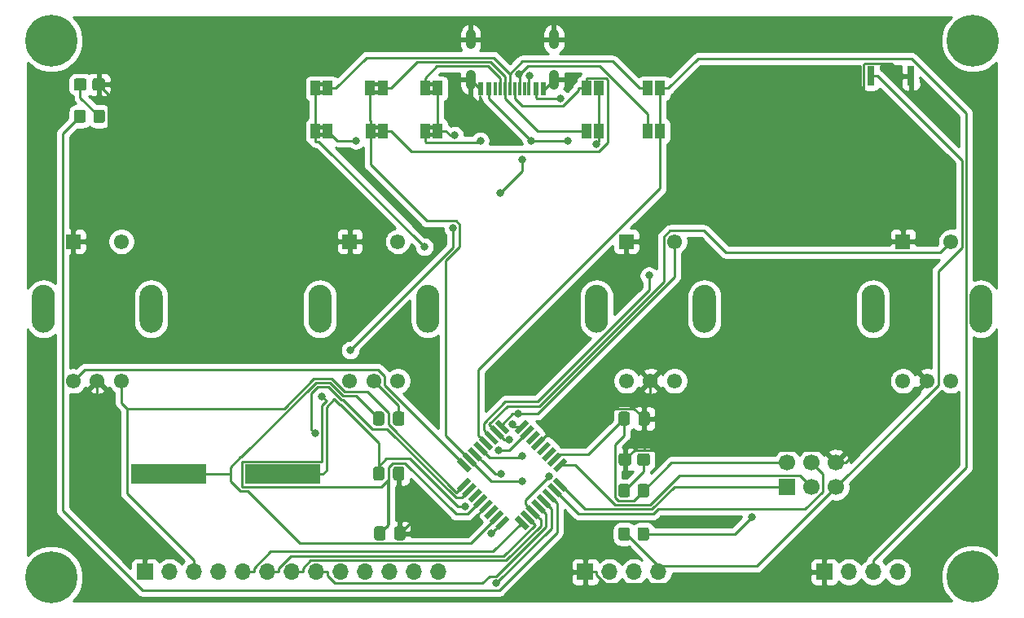
<source format=gtl>
%TF.GenerationSoftware,KiCad,Pcbnew,(5.1.10)-1*%
%TF.CreationDate,2021-08-25T15:30:51+02:00*%
%TF.ProjectId,Console,436f6e73-6f6c-4652-9e6b-696361645f70,v01*%
%TF.SameCoordinates,Original*%
%TF.FileFunction,Copper,L1,Top*%
%TF.FilePolarity,Positive*%
%FSLAX46Y46*%
G04 Gerber Fmt 4.6, Leading zero omitted, Abs format (unit mm)*
G04 Created by KiCad (PCBNEW (5.1.10)-1) date 2021-08-25 15:30:51*
%MOMM*%
%LPD*%
G01*
G04 APERTURE LIST*
%TA.AperFunction,EtchedComponent*%
%ADD10C,0.100000*%
%TD*%
%TA.AperFunction,ComponentPad*%
%ADD11C,5.400000*%
%TD*%
%TA.AperFunction,SMDPad,CuDef*%
%ADD12R,1.000000X1.500000*%
%TD*%
%TA.AperFunction,ComponentPad*%
%ADD13C,1.700000*%
%TD*%
%TA.AperFunction,ComponentPad*%
%ADD14R,1.700000X1.700000*%
%TD*%
%TA.AperFunction,SMDPad,CuDef*%
%ADD15R,0.800000X2.000000*%
%TD*%
%TA.AperFunction,ComponentPad*%
%ADD16O,1.700000X1.700000*%
%TD*%
%TA.AperFunction,ComponentPad*%
%ADD17R,1.550000X1.550000*%
%TD*%
%TA.AperFunction,ComponentPad*%
%ADD18C,1.550000*%
%TD*%
%TA.AperFunction,SMDPad,CuDef*%
%ADD19R,7.875000X2.000000*%
%TD*%
%TA.AperFunction,SMDPad,CuDef*%
%ADD20R,0.600000X1.450000*%
%TD*%
%TA.AperFunction,SMDPad,CuDef*%
%ADD21R,0.300000X1.450000*%
%TD*%
%TA.AperFunction,ComponentPad*%
%ADD22O,1.050000X2.100000*%
%TD*%
%TA.AperFunction,SMDPad,CuDef*%
%ADD23C,0.100000*%
%TD*%
%TA.AperFunction,ViaPad*%
%ADD24C,0.800000*%
%TD*%
%TA.AperFunction,Conductor*%
%ADD25C,0.250000*%
%TD*%
%TA.AperFunction,Conductor*%
%ADD26C,0.254000*%
%TD*%
%TA.AperFunction,Conductor*%
%ADD27C,0.100000*%
%TD*%
G04 APERTURE END LIST*
D10*
%TO.C,JP2*%
G36*
X131906000Y-77492200D02*
G01*
X132406000Y-77492200D01*
X132406000Y-77892200D01*
X131906000Y-77892200D01*
X131906000Y-77492200D01*
G37*
G36*
X131906000Y-76692200D02*
G01*
X132406000Y-76692200D01*
X132406000Y-77092200D01*
X131906000Y-77092200D01*
X131906000Y-76692200D01*
G37*
%TO.C,JP9*%
G36*
X132391000Y-72647200D02*
G01*
X131891000Y-72647200D01*
X131891000Y-72247200D01*
X132391000Y-72247200D01*
X132391000Y-72647200D01*
G37*
G36*
X132391000Y-73447200D02*
G01*
X131891000Y-73447200D01*
X131891000Y-73047200D01*
X132391000Y-73047200D01*
X132391000Y-73447200D01*
G37*
%TO.C,JP4*%
G36*
X126191000Y-72247200D02*
G01*
X126691000Y-72247200D01*
X126691000Y-72647200D01*
X126191000Y-72647200D01*
X126191000Y-72247200D01*
G37*
G36*
X126191000Y-73047200D02*
G01*
X126691000Y-73047200D01*
X126691000Y-73447200D01*
X126191000Y-73447200D01*
X126191000Y-73047200D01*
G37*
%TO.C,JP5*%
G36*
X138121000Y-72647200D02*
G01*
X137621000Y-72647200D01*
X137621000Y-72247200D01*
X138121000Y-72247200D01*
X138121000Y-72647200D01*
G37*
G36*
X138121000Y-73447200D02*
G01*
X137621000Y-73447200D01*
X137621000Y-73047200D01*
X138121000Y-73047200D01*
X138121000Y-73447200D01*
G37*
%TO.C,JP6*%
G36*
X137621000Y-76692200D02*
G01*
X138121000Y-76692200D01*
X138121000Y-77092200D01*
X137621000Y-77092200D01*
X137621000Y-76692200D01*
G37*
G36*
X137621000Y-77492200D02*
G01*
X138121000Y-77492200D01*
X138121000Y-77892200D01*
X137621000Y-77892200D01*
X137621000Y-77492200D01*
G37*
%TO.C,JP7*%
G36*
X126691000Y-77892200D02*
G01*
X126191000Y-77892200D01*
X126191000Y-77492200D01*
X126691000Y-77492200D01*
X126691000Y-77892200D01*
G37*
G36*
X126691000Y-77092200D02*
G01*
X126191000Y-77092200D01*
X126191000Y-76692200D01*
X126691000Y-76692200D01*
X126691000Y-77092200D01*
G37*
%TD*%
D11*
%TO.P,PAD4,1*%
%TO.N,N/C*%
X194131000Y-123634000D03*
%TD*%
%TO.P,PAD3,1*%
%TO.N,N/C*%
X98350000Y-123698000D03*
%TD*%
%TO.P,PAD2,1*%
%TO.N,N/C*%
X194131000Y-67881500D03*
%TD*%
%TO.P,PAD1,1*%
%TO.N,N/C*%
X98350000Y-67881500D03*
%TD*%
%TO.P,C1,1*%
%TO.N,XTAL1*%
%TA.AperFunction,SMDPad,CuDef*%
G36*
G01*
X131789000Y-107663000D02*
X131789000Y-106713000D01*
G75*
G02*
X132039000Y-106463000I250000J0D01*
G01*
X132714000Y-106463000D01*
G75*
G02*
X132964000Y-106713000I0J-250000D01*
G01*
X132964000Y-107663000D01*
G75*
G02*
X132714000Y-107913000I-250000J0D01*
G01*
X132039000Y-107913000D01*
G75*
G02*
X131789000Y-107663000I0J250000D01*
G01*
G37*
%TD.AperFunction*%
%TO.P,C1,2*%
%TO.N,GND*%
%TA.AperFunction,SMDPad,CuDef*%
G36*
G01*
X133864000Y-107663000D02*
X133864000Y-106713000D01*
G75*
G02*
X134114000Y-106463000I250000J0D01*
G01*
X134789000Y-106463000D01*
G75*
G02*
X135039000Y-106713000I0J-250000D01*
G01*
X135039000Y-107663000D01*
G75*
G02*
X134789000Y-107913000I-250000J0D01*
G01*
X134114000Y-107913000D01*
G75*
G02*
X133864000Y-107663000I0J250000D01*
G01*
G37*
%TD.AperFunction*%
%TD*%
D12*
%TO.P,JP8,2*%
%TO.N,SCL*%
X161635000Y-77292200D03*
%TO.P,JP8,1*%
%TO.N,Net-(J2-PadB7)*%
X160335000Y-77292200D03*
%TD*%
D13*
%TO.P,J1,6*%
%TO.N,GND*%
X179896000Y-111760000D03*
%TO.P,J1,5*%
%TO.N,RST*%
X179896000Y-114300000D03*
D14*
%TO.P,J1,1*%
%TO.N,MISO*%
X174816000Y-114300000D03*
D13*
%TO.P,J1,2*%
%TO.N,VCC*%
X174816000Y-111760000D03*
%TO.P,J1,3*%
%TO.N,SCK*%
X177356000Y-114300000D03*
%TO.P,J1,4*%
%TO.N,MOSI*%
X177356000Y-111760000D03*
%TD*%
%TO.P,C2,2*%
%TO.N,GND*%
%TA.AperFunction,SMDPad,CuDef*%
G36*
G01*
X133864000Y-113379000D02*
X133864000Y-112429000D01*
G75*
G02*
X134114000Y-112179000I250000J0D01*
G01*
X134789000Y-112179000D01*
G75*
G02*
X135039000Y-112429000I0J-250000D01*
G01*
X135039000Y-113379000D01*
G75*
G02*
X134789000Y-113629000I-250000J0D01*
G01*
X134114000Y-113629000D01*
G75*
G02*
X133864000Y-113379000I0J250000D01*
G01*
G37*
%TD.AperFunction*%
%TO.P,C2,1*%
%TO.N,XTAL2*%
%TA.AperFunction,SMDPad,CuDef*%
G36*
G01*
X131789000Y-113379000D02*
X131789000Y-112429000D01*
G75*
G02*
X132039000Y-112179000I250000J0D01*
G01*
X132714000Y-112179000D01*
G75*
G02*
X132964000Y-112429000I0J-250000D01*
G01*
X132964000Y-113379000D01*
G75*
G02*
X132714000Y-113629000I-250000J0D01*
G01*
X132039000Y-113629000D01*
G75*
G02*
X131789000Y-113379000I0J250000D01*
G01*
G37*
%TD.AperFunction*%
%TD*%
D15*
%TO.P,SW5,1*%
%TO.N,RST*%
X183494000Y-71564500D03*
%TO.P,SW5,2*%
%TO.N,GND*%
X187694000Y-71564500D03*
%TD*%
%TO.P,R2,1*%
%TO.N,Net-(D1-Pad2)*%
%TA.AperFunction,SMDPad,CuDef*%
G36*
G01*
X157277000Y-115132001D02*
X157277000Y-114231999D01*
G75*
G02*
X157526999Y-113982000I249999J0D01*
G01*
X158227001Y-113982000D01*
G75*
G02*
X158477000Y-114231999I0J-249999D01*
G01*
X158477000Y-115132001D01*
G75*
G02*
X158227001Y-115382000I-249999J0D01*
G01*
X157526999Y-115382000D01*
G75*
G02*
X157277000Y-115132001I0J249999D01*
G01*
G37*
%TD.AperFunction*%
%TO.P,R2,2*%
%TO.N,VCC*%
%TA.AperFunction,SMDPad,CuDef*%
G36*
G01*
X159277000Y-115132001D02*
X159277000Y-114231999D01*
G75*
G02*
X159526999Y-113982000I249999J0D01*
G01*
X160227001Y-113982000D01*
G75*
G02*
X160477000Y-114231999I0J-249999D01*
G01*
X160477000Y-115132001D01*
G75*
G02*
X160227001Y-115382000I-249999J0D01*
G01*
X159526999Y-115382000D01*
G75*
G02*
X159277000Y-115132001I0J249999D01*
G01*
G37*
%TD.AperFunction*%
%TD*%
D16*
%TO.P,J4,4*%
%TO.N,RST*%
X161450000Y-123126000D03*
%TO.P,J4,3*%
%TO.N,TX*%
X158910000Y-123126000D03*
%TO.P,J4,2*%
%TO.N,RX*%
X156370000Y-123126000D03*
D14*
%TO.P,J4,1*%
%TO.N,GND*%
X153830000Y-123126000D03*
%TD*%
D12*
%TO.P,JP1,1*%
%TO.N,SDA*%
X155285000Y-72847200D03*
%TO.P,JP1,2*%
%TO.N,Net-(J2-PadA6)*%
X153985000Y-72847200D03*
%TD*%
%TO.P,JP3,2*%
%TO.N,Net-(J2-PadA7)*%
X160335000Y-72847200D03*
%TO.P,JP3,1*%
%TO.N,SCL*%
X161635000Y-72847200D03*
%TD*%
%TO.P,JP10,2*%
%TO.N,SDA*%
X155285000Y-77292200D03*
%TO.P,JP10,1*%
%TO.N,Net-(J2-PadB6)*%
X153985000Y-77292200D03*
%TD*%
%TO.P,JP2,2*%
%TO.N,Net-(J2-PadA6)*%
X132806000Y-77292200D03*
%TO.P,JP2,1*%
%TO.N,TX*%
X131506000Y-77292200D03*
%TD*%
%TO.P,JP9,2*%
%TO.N,TX*%
X131491000Y-72847200D03*
%TO.P,JP9,1*%
%TO.N,Net-(J2-PadB6)*%
X132791000Y-72847200D03*
%TD*%
%TO.P,D1,1*%
%TO.N,GND*%
%TA.AperFunction,SMDPad,CuDef*%
G36*
G01*
X157315000Y-111842001D02*
X157315000Y-111041999D01*
G75*
G02*
X157564999Y-110792000I249999J0D01*
G01*
X158390001Y-110792000D01*
G75*
G02*
X158640000Y-111041999I0J-249999D01*
G01*
X158640000Y-111842001D01*
G75*
G02*
X158390001Y-112092000I-249999J0D01*
G01*
X157564999Y-112092000D01*
G75*
G02*
X157315000Y-111842001I0J249999D01*
G01*
G37*
%TD.AperFunction*%
%TO.P,D1,2*%
%TO.N,Net-(D1-Pad2)*%
%TA.AperFunction,SMDPad,CuDef*%
G36*
G01*
X159240000Y-111842001D02*
X159240000Y-111041999D01*
G75*
G02*
X159489999Y-110792000I249999J0D01*
G01*
X160315001Y-110792000D01*
G75*
G02*
X160565000Y-111041999I0J-249999D01*
G01*
X160565000Y-111842001D01*
G75*
G02*
X160315001Y-112092000I-249999J0D01*
G01*
X159489999Y-112092000D01*
G75*
G02*
X159240000Y-111842001I0J249999D01*
G01*
G37*
%TD.AperFunction*%
%TD*%
D16*
%TO.P,J3,13*%
%TO.N,BTN4*%
X138557000Y-123126000D03*
%TO.P,J3,12*%
%TO.N,BTN3*%
X136017000Y-123126000D03*
%TO.P,J3,11*%
%TO.N,BTN2*%
X133477000Y-123126000D03*
%TO.P,J3,10*%
%TO.N,BTN1*%
X130937000Y-123126000D03*
%TO.P,J3,9*%
%TO.N,ENC4B*%
X128397000Y-123126000D03*
%TO.P,J3,8*%
%TO.N,ENC4A*%
X125857000Y-123126000D03*
%TO.P,J3,7*%
%TO.N,ENC3B*%
X123317000Y-123126000D03*
%TO.P,J3,6*%
%TO.N,ENC3A*%
X120777000Y-123126000D03*
%TO.P,J3,5*%
%TO.N,ENC2B*%
X118237000Y-123126000D03*
%TO.P,J3,4*%
%TO.N,ENC2A*%
X115697000Y-123126000D03*
%TO.P,J3,3*%
%TO.N,ENC1B*%
X113157000Y-123126000D03*
%TO.P,J3,2*%
%TO.N,ENC1A*%
X110617000Y-123126000D03*
D14*
%TO.P,J3,1*%
%TO.N,GND*%
X108077000Y-123126000D03*
%TD*%
D16*
%TO.P,J5,4*%
%TO.N,VCC*%
X186309000Y-123126000D03*
%TO.P,J5,3*%
%TO.N,SCL*%
X183769000Y-123126000D03*
%TO.P,J5,2*%
%TO.N,SDA*%
X181229000Y-123126000D03*
D14*
%TO.P,J5,1*%
%TO.N,GND*%
X178689000Y-123126000D03*
%TD*%
D17*
%TO.P,SW1,S1*%
%TO.N,GND*%
X100624000Y-88773800D03*
D18*
%TO.P,SW1,S2*%
%TO.N,BTN1*%
X105624000Y-88773800D03*
%TO.P,SW1,A*%
%TO.N,ENC1A*%
X100624000Y-103273800D03*
%TO.P,SW1,C*%
%TO.N,GND*%
X103124000Y-103273800D03*
%TO.P,SW1,B*%
%TO.N,ENC1B*%
X105624000Y-103273800D03*
%TO.P,SW1,3*%
%TO.N,N/C*%
%TA.AperFunction,ComponentPad*%
G36*
G01*
X96324000Y-97073800D02*
X96324000Y-94473800D01*
G75*
G02*
X97524000Y-93273800I1200000J0D01*
G01*
X97524000Y-93273800D01*
G75*
G02*
X98724000Y-94473800I0J-1200000D01*
G01*
X98724000Y-97073800D01*
G75*
G02*
X97524000Y-98273800I-1200000J0D01*
G01*
X97524000Y-98273800D01*
G75*
G02*
X96324000Y-97073800I0J1200000D01*
G01*
G37*
%TD.AperFunction*%
%TO.P,SW1,4*%
%TA.AperFunction,ComponentPad*%
G36*
G01*
X107524000Y-97073800D02*
X107524000Y-94473800D01*
G75*
G02*
X108724000Y-93273800I1200000J0D01*
G01*
X108724000Y-93273800D01*
G75*
G02*
X109924000Y-94473800I0J-1200000D01*
G01*
X109924000Y-97073800D01*
G75*
G02*
X108724000Y-98273800I-1200000J0D01*
G01*
X108724000Y-98273800D01*
G75*
G02*
X107524000Y-97073800I0J1200000D01*
G01*
G37*
%TD.AperFunction*%
%TD*%
D19*
%TO.P,Y1,2*%
%TO.N,XTAL2*%
X122396500Y-112966000D03*
%TO.P,Y1,1*%
%TO.N,XTAL1*%
X110521500Y-112966000D03*
%TD*%
D20*
%TO.P,J2,A1B12*%
%TO.N,GND*%
X149503000Y-72862200D03*
%TO.P,J2,A4B9*%
%TO.N,VCC*%
X148703000Y-72862200D03*
D21*
%TO.P,J2,A6*%
%TO.N,Net-(J2-PadA6)*%
X146503000Y-72862200D03*
%TO.P,J2,B7*%
%TO.N,Net-(J2-PadB7)*%
X147003000Y-72862200D03*
%TO.P,J2,A5*%
%TO.N,Net-(J2-PadA5)*%
X147503000Y-72862200D03*
%TO.P,J2,B8*%
%TO.N,Net-(J2-PadB8)*%
X148003000Y-72862200D03*
%TO.P,J2,A7*%
%TO.N,Net-(J2-PadA7)*%
X146003000Y-72862200D03*
%TO.P,J2,B6*%
%TO.N,Net-(J2-PadB6)*%
X145503000Y-72862200D03*
%TO.P,J2,A8*%
%TO.N,Net-(J2-PadA8)*%
X145003000Y-72862200D03*
%TO.P,J2,B5*%
%TO.N,Net-(J2-PadB5)*%
X144503000Y-72862200D03*
D20*
%TO.P,J2,B4A9*%
%TO.N,VCC*%
X143803000Y-72862200D03*
%TO.P,J2,B1A12*%
%TO.N,GND*%
X143003000Y-72862200D03*
D22*
%TO.P,J2,S1*%
X150573000Y-71947200D03*
%TO.P,J2,S2*%
X141933000Y-71947200D03*
%TO.P,J2,S3*%
X150573000Y-67767200D03*
%TO.P,J2,S4*%
X141933000Y-67767200D03*
%TD*%
%TO.P,C3,1*%
%TO.N,VCC*%
%TA.AperFunction,SMDPad,CuDef*%
G36*
G01*
X131915000Y-119601000D02*
X131915000Y-118651000D01*
G75*
G02*
X132165000Y-118401000I250000J0D01*
G01*
X132840000Y-118401000D01*
G75*
G02*
X133090000Y-118651000I0J-250000D01*
G01*
X133090000Y-119601000D01*
G75*
G02*
X132840000Y-119851000I-250000J0D01*
G01*
X132165000Y-119851000D01*
G75*
G02*
X131915000Y-119601000I0J250000D01*
G01*
G37*
%TD.AperFunction*%
%TO.P,C3,2*%
%TO.N,GND*%
%TA.AperFunction,SMDPad,CuDef*%
G36*
G01*
X133990000Y-119601000D02*
X133990000Y-118651000D01*
G75*
G02*
X134240000Y-118401000I250000J0D01*
G01*
X134915000Y-118401000D01*
G75*
G02*
X135165000Y-118651000I0J-250000D01*
G01*
X135165000Y-119601000D01*
G75*
G02*
X134915000Y-119851000I-250000J0D01*
G01*
X134240000Y-119851000D01*
G75*
G02*
X133990000Y-119601000I0J250000D01*
G01*
G37*
%TD.AperFunction*%
%TD*%
D12*
%TO.P,JP4,1*%
%TO.N,RX*%
X125791000Y-72847200D03*
%TO.P,JP4,2*%
%TO.N,Net-(J2-PadA7)*%
X127091000Y-72847200D03*
%TD*%
%TO.P,R1,1*%
%TO.N,RST*%
%TA.AperFunction,SMDPad,CuDef*%
G36*
G01*
X157277000Y-119640001D02*
X157277000Y-118739999D01*
G75*
G02*
X157526999Y-118490000I249999J0D01*
G01*
X158227001Y-118490000D01*
G75*
G02*
X158477000Y-118739999I0J-249999D01*
G01*
X158477000Y-119640001D01*
G75*
G02*
X158227001Y-119890000I-249999J0D01*
G01*
X157526999Y-119890000D01*
G75*
G02*
X157277000Y-119640001I0J249999D01*
G01*
G37*
%TD.AperFunction*%
%TO.P,R1,2*%
%TO.N,VCC*%
%TA.AperFunction,SMDPad,CuDef*%
G36*
G01*
X159277000Y-119640001D02*
X159277000Y-118739999D01*
G75*
G02*
X159526999Y-118490000I249999J0D01*
G01*
X160227001Y-118490000D01*
G75*
G02*
X160477000Y-118739999I0J-249999D01*
G01*
X160477000Y-119640001D01*
G75*
G02*
X160227001Y-119890000I-249999J0D01*
G01*
X159526999Y-119890000D01*
G75*
G02*
X159277000Y-119640001I0J249999D01*
G01*
G37*
%TD.AperFunction*%
%TD*%
%TO.P,JP5,2*%
%TO.N,Net-(J2-PadA8)*%
X137221000Y-72847200D03*
%TO.P,JP5,1*%
%TO.N,RST*%
X138521000Y-72847200D03*
%TD*%
%TO.P,JP6,1*%
%TO.N,Net-(J2-PadB8)*%
X137221000Y-77292200D03*
%TO.P,JP6,2*%
%TO.N,RST*%
X138521000Y-77292200D03*
%TD*%
%TO.P,JP7,1*%
%TO.N,Net-(J2-PadB7)*%
X127091000Y-77292200D03*
%TO.P,JP7,2*%
%TO.N,RX*%
X125791000Y-77292200D03*
%TD*%
%TA.AperFunction,SMDPad,CuDef*%
D23*
%TO.P,U1,1*%
%TO.N,ENC1B*%
G36*
X140883666Y-114815445D02*
G01*
X140494757Y-114426536D01*
X141626128Y-113295165D01*
X142015037Y-113684074D01*
X140883666Y-114815445D01*
G37*
%TD.AperFunction*%
%TA.AperFunction,SMDPad,CuDef*%
%TO.P,U1,2*%
%TO.N,ENC2A*%
G36*
X141449352Y-115381130D02*
G01*
X141060443Y-114992221D01*
X142191814Y-113860850D01*
X142580723Y-114249759D01*
X141449352Y-115381130D01*
G37*
%TD.AperFunction*%
%TA.AperFunction,SMDPad,CuDef*%
%TO.P,U1,3*%
%TO.N,Net-(U1-Pad3)*%
G36*
X142015037Y-115946816D02*
G01*
X141626128Y-115557907D01*
X142757499Y-114426536D01*
X143146408Y-114815445D01*
X142015037Y-115946816D01*
G37*
%TD.AperFunction*%
%TA.AperFunction,SMDPad,CuDef*%
%TO.P,U1,4*%
%TO.N,VCC*%
G36*
X142580722Y-116512501D02*
G01*
X142191813Y-116123592D01*
X143323184Y-114992221D01*
X143712093Y-115381130D01*
X142580722Y-116512501D01*
G37*
%TD.AperFunction*%
%TA.AperFunction,SMDPad,CuDef*%
%TO.P,U1,5*%
%TO.N,GND*%
G36*
X143146408Y-117078187D02*
G01*
X142757499Y-116689278D01*
X143888870Y-115557907D01*
X144277779Y-115946816D01*
X143146408Y-117078187D01*
G37*
%TD.AperFunction*%
%TA.AperFunction,SMDPad,CuDef*%
%TO.P,U1,6*%
%TO.N,Net-(U1-Pad6)*%
G36*
X143712093Y-117643872D02*
G01*
X143323184Y-117254963D01*
X144454555Y-116123592D01*
X144843464Y-116512501D01*
X143712093Y-117643872D01*
G37*
%TD.AperFunction*%
%TA.AperFunction,SMDPad,CuDef*%
%TO.P,U1,7*%
%TO.N,XTAL1*%
G36*
X144277779Y-118209557D02*
G01*
X143888870Y-117820648D01*
X145020241Y-116689277D01*
X145409150Y-117078186D01*
X144277779Y-118209557D01*
G37*
%TD.AperFunction*%
%TA.AperFunction,SMDPad,CuDef*%
%TO.P,U1,8*%
%TO.N,XTAL2*%
G36*
X144843464Y-118775243D02*
G01*
X144454555Y-118386334D01*
X145585926Y-117254963D01*
X145974835Y-117643872D01*
X144843464Y-118775243D01*
G37*
%TD.AperFunction*%
%TA.AperFunction,SMDPad,CuDef*%
%TO.P,U1,9*%
%TO.N,ENC2B*%
G36*
X148025445Y-118386334D02*
G01*
X147636536Y-118775243D01*
X146505165Y-117643872D01*
X146894074Y-117254963D01*
X148025445Y-118386334D01*
G37*
%TD.AperFunction*%
%TA.AperFunction,SMDPad,CuDef*%
%TO.P,U1,10*%
%TO.N,ENC3A*%
G36*
X148591130Y-117820648D02*
G01*
X148202221Y-118209557D01*
X147070850Y-117078186D01*
X147459759Y-116689277D01*
X148591130Y-117820648D01*
G37*
%TD.AperFunction*%
%TA.AperFunction,SMDPad,CuDef*%
%TO.P,U1,11*%
%TO.N,ENC3B*%
G36*
X149156816Y-117254963D02*
G01*
X148767907Y-117643872D01*
X147636536Y-116512501D01*
X148025445Y-116123592D01*
X149156816Y-117254963D01*
G37*
%TD.AperFunction*%
%TA.AperFunction,SMDPad,CuDef*%
%TO.P,U1,12*%
%TO.N,ENC4A*%
G36*
X149722501Y-116689278D02*
G01*
X149333592Y-117078187D01*
X148202221Y-115946816D01*
X148591130Y-115557907D01*
X149722501Y-116689278D01*
G37*
%TD.AperFunction*%
%TA.AperFunction,SMDPad,CuDef*%
%TO.P,U1,13*%
%TO.N,ENC4B*%
G36*
X150288187Y-116123592D02*
G01*
X149899278Y-116512501D01*
X148767907Y-115381130D01*
X149156816Y-114992221D01*
X150288187Y-116123592D01*
G37*
%TD.AperFunction*%
%TA.AperFunction,SMDPad,CuDef*%
%TO.P,U1,14*%
%TO.N,LED*%
G36*
X150853872Y-115557907D02*
G01*
X150464963Y-115946816D01*
X149333592Y-114815445D01*
X149722501Y-114426536D01*
X150853872Y-115557907D01*
G37*
%TD.AperFunction*%
%TA.AperFunction,SMDPad,CuDef*%
%TO.P,U1,15*%
%TO.N,MOSI*%
G36*
X151419557Y-114992221D02*
G01*
X151030648Y-115381130D01*
X149899277Y-114249759D01*
X150288186Y-113860850D01*
X151419557Y-114992221D01*
G37*
%TD.AperFunction*%
%TA.AperFunction,SMDPad,CuDef*%
%TO.P,U1,16*%
%TO.N,MISO*%
G36*
X151985243Y-114426536D02*
G01*
X151596334Y-114815445D01*
X150464963Y-113684074D01*
X150853872Y-113295165D01*
X151985243Y-114426536D01*
G37*
%TD.AperFunction*%
%TA.AperFunction,SMDPad,CuDef*%
%TO.P,U1,17*%
%TO.N,SCK*%
G36*
X150853872Y-112764835D02*
G01*
X150464963Y-112375926D01*
X151596334Y-111244555D01*
X151985243Y-111633464D01*
X150853872Y-112764835D01*
G37*
%TD.AperFunction*%
%TA.AperFunction,SMDPad,CuDef*%
%TO.P,U1,18*%
%TO.N,VCC*%
G36*
X150288186Y-112199150D02*
G01*
X149899277Y-111810241D01*
X151030648Y-110678870D01*
X151419557Y-111067779D01*
X150288186Y-112199150D01*
G37*
%TD.AperFunction*%
%TA.AperFunction,SMDPad,CuDef*%
%TO.P,U1,19*%
%TO.N,Net-(U1-Pad19)*%
G36*
X149722501Y-111633464D02*
G01*
X149333592Y-111244555D01*
X150464963Y-110113184D01*
X150853872Y-110502093D01*
X149722501Y-111633464D01*
G37*
%TD.AperFunction*%
%TA.AperFunction,SMDPad,CuDef*%
%TO.P,U1,20*%
%TO.N,Net-(U1-Pad20)*%
G36*
X149156816Y-111067779D02*
G01*
X148767907Y-110678870D01*
X149899278Y-109547499D01*
X150288187Y-109936408D01*
X149156816Y-111067779D01*
G37*
%TD.AperFunction*%
%TA.AperFunction,SMDPad,CuDef*%
%TO.P,U1,21*%
%TO.N,GND*%
G36*
X148591130Y-110502093D02*
G01*
X148202221Y-110113184D01*
X149333592Y-108981813D01*
X149722501Y-109370722D01*
X148591130Y-110502093D01*
G37*
%TD.AperFunction*%
%TA.AperFunction,SMDPad,CuDef*%
%TO.P,U1,22*%
%TO.N,Net-(U1-Pad22)*%
G36*
X148025445Y-109936408D02*
G01*
X147636536Y-109547499D01*
X148767907Y-108416128D01*
X149156816Y-108805037D01*
X148025445Y-109936408D01*
G37*
%TD.AperFunction*%
%TA.AperFunction,SMDPad,CuDef*%
%TO.P,U1,23*%
%TO.N,BTN1*%
G36*
X147459759Y-109370723D02*
G01*
X147070850Y-108981814D01*
X148202221Y-107850443D01*
X148591130Y-108239352D01*
X147459759Y-109370723D01*
G37*
%TD.AperFunction*%
%TA.AperFunction,SMDPad,CuDef*%
%TO.P,U1,24*%
%TO.N,BTN2*%
G36*
X146894074Y-108805037D02*
G01*
X146505165Y-108416128D01*
X147636536Y-107284757D01*
X148025445Y-107673666D01*
X146894074Y-108805037D01*
G37*
%TD.AperFunction*%
%TA.AperFunction,SMDPad,CuDef*%
%TO.P,U1,25*%
%TO.N,BTN3*%
G36*
X145974835Y-108416128D02*
G01*
X145585926Y-108805037D01*
X144454555Y-107673666D01*
X144843464Y-107284757D01*
X145974835Y-108416128D01*
G37*
%TD.AperFunction*%
%TA.AperFunction,SMDPad,CuDef*%
%TO.P,U1,26*%
%TO.N,BTN4*%
G36*
X145409150Y-108981814D02*
G01*
X145020241Y-109370723D01*
X143888870Y-108239352D01*
X144277779Y-107850443D01*
X145409150Y-108981814D01*
G37*
%TD.AperFunction*%
%TA.AperFunction,SMDPad,CuDef*%
%TO.P,U1,27*%
%TO.N,SDA*%
G36*
X144843464Y-109547499D02*
G01*
X144454555Y-109936408D01*
X143323184Y-108805037D01*
X143712093Y-108416128D01*
X144843464Y-109547499D01*
G37*
%TD.AperFunction*%
%TA.AperFunction,SMDPad,CuDef*%
%TO.P,U1,28*%
%TO.N,SCL*%
G36*
X144277779Y-110113184D02*
G01*
X143888870Y-110502093D01*
X142757499Y-109370722D01*
X143146408Y-108981813D01*
X144277779Y-110113184D01*
G37*
%TD.AperFunction*%
%TA.AperFunction,SMDPad,CuDef*%
%TO.P,U1,29*%
%TO.N,RST*%
G36*
X143712093Y-110678870D02*
G01*
X143323184Y-111067779D01*
X142191813Y-109936408D01*
X142580722Y-109547499D01*
X143712093Y-110678870D01*
G37*
%TD.AperFunction*%
%TA.AperFunction,SMDPad,CuDef*%
%TO.P,U1,30*%
%TO.N,RX*%
G36*
X143146408Y-111244555D02*
G01*
X142757499Y-111633464D01*
X141626128Y-110502093D01*
X142015037Y-110113184D01*
X143146408Y-111244555D01*
G37*
%TD.AperFunction*%
%TA.AperFunction,SMDPad,CuDef*%
%TO.P,U1,31*%
%TO.N,TX*%
G36*
X142580723Y-111810241D02*
G01*
X142191814Y-112199150D01*
X141060443Y-111067779D01*
X141449352Y-110678870D01*
X142580723Y-111810241D01*
G37*
%TD.AperFunction*%
%TA.AperFunction,SMDPad,CuDef*%
%TO.P,U1,32*%
%TO.N,ENC1A*%
G36*
X142015037Y-112375926D02*
G01*
X141626128Y-112764835D01*
X140494757Y-111633464D01*
X140883666Y-111244555D01*
X142015037Y-112375926D01*
G37*
%TD.AperFunction*%
%TD*%
%TO.P,SW2,4*%
%TO.N,N/C*%
%TA.AperFunction,ComponentPad*%
G36*
G01*
X136268000Y-97073800D02*
X136268000Y-94473800D01*
G75*
G02*
X137468000Y-93273800I1200000J0D01*
G01*
X137468000Y-93273800D01*
G75*
G02*
X138668000Y-94473800I0J-1200000D01*
G01*
X138668000Y-97073800D01*
G75*
G02*
X137468000Y-98273800I-1200000J0D01*
G01*
X137468000Y-98273800D01*
G75*
G02*
X136268000Y-97073800I0J1200000D01*
G01*
G37*
%TD.AperFunction*%
%TO.P,SW2,3*%
%TA.AperFunction,ComponentPad*%
G36*
G01*
X125068000Y-97073800D02*
X125068000Y-94473800D01*
G75*
G02*
X126268000Y-93273800I1200000J0D01*
G01*
X126268000Y-93273800D01*
G75*
G02*
X127468000Y-94473800I0J-1200000D01*
G01*
X127468000Y-97073800D01*
G75*
G02*
X126268000Y-98273800I-1200000J0D01*
G01*
X126268000Y-98273800D01*
G75*
G02*
X125068000Y-97073800I0J1200000D01*
G01*
G37*
%TD.AperFunction*%
D18*
%TO.P,SW2,B*%
%TO.N,ENC2B*%
X134368000Y-103273800D03*
%TO.P,SW2,C*%
%TO.N,GND*%
X131868000Y-103273800D03*
%TO.P,SW2,A*%
%TO.N,ENC2A*%
X129368000Y-103273800D03*
%TO.P,SW2,S2*%
%TO.N,BTN2*%
X134368000Y-88773800D03*
D17*
%TO.P,SW2,S1*%
%TO.N,GND*%
X129368000Y-88773800D03*
%TD*%
%TO.P,D2,1*%
%TO.N,GND*%
%TA.AperFunction,SMDPad,CuDef*%
G36*
G01*
X103939000Y-72053499D02*
X103939000Y-72853501D01*
G75*
G02*
X103689001Y-73103500I-249999J0D01*
G01*
X102863999Y-73103500D01*
G75*
G02*
X102614000Y-72853501I0J249999D01*
G01*
X102614000Y-72053499D01*
G75*
G02*
X102863999Y-71803500I249999J0D01*
G01*
X103689001Y-71803500D01*
G75*
G02*
X103939000Y-72053499I0J-249999D01*
G01*
G37*
%TD.AperFunction*%
%TO.P,D2,2*%
%TO.N,Net-(D2-Pad2)*%
%TA.AperFunction,SMDPad,CuDef*%
G36*
G01*
X102014000Y-72053499D02*
X102014000Y-72853501D01*
G75*
G02*
X101764001Y-73103500I-249999J0D01*
G01*
X100938999Y-73103500D01*
G75*
G02*
X100689000Y-72853501I0J249999D01*
G01*
X100689000Y-72053499D01*
G75*
G02*
X100938999Y-71803500I249999J0D01*
G01*
X101764001Y-71803500D01*
G75*
G02*
X102014000Y-72053499I0J-249999D01*
G01*
G37*
%TD.AperFunction*%
%TD*%
%TO.P,R3,1*%
%TO.N,Net-(D2-Pad2)*%
%TA.AperFunction,SMDPad,CuDef*%
G36*
G01*
X103914000Y-75305499D02*
X103914000Y-76205501D01*
G75*
G02*
X103664001Y-76455500I-249999J0D01*
G01*
X102963999Y-76455500D01*
G75*
G02*
X102714000Y-76205501I0J249999D01*
G01*
X102714000Y-75305499D01*
G75*
G02*
X102963999Y-75055500I249999J0D01*
G01*
X103664001Y-75055500D01*
G75*
G02*
X103914000Y-75305499I0J-249999D01*
G01*
G37*
%TD.AperFunction*%
%TO.P,R3,2*%
%TO.N,LED*%
%TA.AperFunction,SMDPad,CuDef*%
G36*
G01*
X101914000Y-75305499D02*
X101914000Y-76205501D01*
G75*
G02*
X101664001Y-76455500I-249999J0D01*
G01*
X100963999Y-76455500D01*
G75*
G02*
X100714000Y-76205501I0J249999D01*
G01*
X100714000Y-75305499D01*
G75*
G02*
X100963999Y-75055500I249999J0D01*
G01*
X101664001Y-75055500D01*
G75*
G02*
X101914000Y-75305499I0J-249999D01*
G01*
G37*
%TD.AperFunction*%
%TD*%
%TO.P,SW3,S1*%
%TO.N,GND*%
X158113000Y-88773800D03*
D18*
%TO.P,SW3,S2*%
%TO.N,BTN3*%
X163113000Y-88773800D03*
%TO.P,SW3,A*%
%TO.N,ENC3A*%
X158113000Y-103273800D03*
%TO.P,SW3,C*%
%TO.N,GND*%
X160613000Y-103273800D03*
%TO.P,SW3,B*%
%TO.N,ENC3B*%
X163113000Y-103273800D03*
%TO.P,SW3,3*%
%TO.N,N/C*%
%TA.AperFunction,ComponentPad*%
G36*
G01*
X153813000Y-97073800D02*
X153813000Y-94473800D01*
G75*
G02*
X155013000Y-93273800I1200000J0D01*
G01*
X155013000Y-93273800D01*
G75*
G02*
X156213000Y-94473800I0J-1200000D01*
G01*
X156213000Y-97073800D01*
G75*
G02*
X155013000Y-98273800I-1200000J0D01*
G01*
X155013000Y-98273800D01*
G75*
G02*
X153813000Y-97073800I0J1200000D01*
G01*
G37*
%TD.AperFunction*%
%TO.P,SW3,4*%
%TA.AperFunction,ComponentPad*%
G36*
G01*
X165013000Y-97073800D02*
X165013000Y-94473800D01*
G75*
G02*
X166213000Y-93273800I1200000J0D01*
G01*
X166213000Y-93273800D01*
G75*
G02*
X167413000Y-94473800I0J-1200000D01*
G01*
X167413000Y-97073800D01*
G75*
G02*
X166213000Y-98273800I-1200000J0D01*
G01*
X166213000Y-98273800D01*
G75*
G02*
X165013000Y-97073800I0J1200000D01*
G01*
G37*
%TD.AperFunction*%
%TD*%
%TO.P,SW4,4*%
%TO.N,N/C*%
%TA.AperFunction,ComponentPad*%
G36*
G01*
X193757000Y-97073800D02*
X193757000Y-94473800D01*
G75*
G02*
X194957000Y-93273800I1200000J0D01*
G01*
X194957000Y-93273800D01*
G75*
G02*
X196157000Y-94473800I0J-1200000D01*
G01*
X196157000Y-97073800D01*
G75*
G02*
X194957000Y-98273800I-1200000J0D01*
G01*
X194957000Y-98273800D01*
G75*
G02*
X193757000Y-97073800I0J1200000D01*
G01*
G37*
%TD.AperFunction*%
%TO.P,SW4,3*%
%TA.AperFunction,ComponentPad*%
G36*
G01*
X182557000Y-97073800D02*
X182557000Y-94473800D01*
G75*
G02*
X183757000Y-93273800I1200000J0D01*
G01*
X183757000Y-93273800D01*
G75*
G02*
X184957000Y-94473800I0J-1200000D01*
G01*
X184957000Y-97073800D01*
G75*
G02*
X183757000Y-98273800I-1200000J0D01*
G01*
X183757000Y-98273800D01*
G75*
G02*
X182557000Y-97073800I0J1200000D01*
G01*
G37*
%TD.AperFunction*%
%TO.P,SW4,B*%
%TO.N,ENC4B*%
X191857000Y-103273800D03*
%TO.P,SW4,C*%
%TO.N,GND*%
X189357000Y-103273800D03*
%TO.P,SW4,A*%
%TO.N,ENC4A*%
X186857000Y-103273800D03*
%TO.P,SW4,S2*%
%TO.N,BTN4*%
X191857000Y-88773800D03*
D17*
%TO.P,SW4,S1*%
%TO.N,GND*%
X186857000Y-88773800D03*
%TD*%
%TO.P,C4,1*%
%TO.N,VCC*%
%TA.AperFunction,SMDPad,CuDef*%
G36*
G01*
X157294000Y-107663000D02*
X157294000Y-106713000D01*
G75*
G02*
X157544000Y-106463000I250000J0D01*
G01*
X158219000Y-106463000D01*
G75*
G02*
X158469000Y-106713000I0J-250000D01*
G01*
X158469000Y-107663000D01*
G75*
G02*
X158219000Y-107913000I-250000J0D01*
G01*
X157544000Y-107913000D01*
G75*
G02*
X157294000Y-107663000I0J250000D01*
G01*
G37*
%TD.AperFunction*%
%TO.P,C4,2*%
%TO.N,GND*%
%TA.AperFunction,SMDPad,CuDef*%
G36*
G01*
X159369000Y-107663000D02*
X159369000Y-106713000D01*
G75*
G02*
X159619000Y-106463000I250000J0D01*
G01*
X160294000Y-106463000D01*
G75*
G02*
X160544000Y-106713000I0J-250000D01*
G01*
X160544000Y-107663000D01*
G75*
G02*
X160294000Y-107913000I-250000J0D01*
G01*
X159619000Y-107913000D01*
G75*
G02*
X159369000Y-107663000I0J250000D01*
G01*
G37*
%TD.AperFunction*%
%TD*%
D24*
%TO.N,GND*%
X139700000Y-117983000D03*
%TO.N,VCC*%
X152053000Y-78350400D03*
X151291600Y-73912500D03*
X171130000Y-117438300D03*
X126492000Y-104902000D03*
X129413000Y-100076000D03*
X140081000Y-87376000D03*
X145034000Y-83693000D03*
X147320000Y-80264000D03*
X148240900Y-78350400D03*
%TO.N,XTAL2*%
X144088000Y-119100900D03*
X141333047Y-116345947D03*
%TO.N,RST*%
X147250400Y-111106700D03*
X140243300Y-77738800D03*
%TO.N,Net-(J2-PadB7)*%
X146954200Y-71410900D03*
X130005300Y-78278000D03*
%TO.N,Net-(J2-PadB8)*%
X148010000Y-71499300D03*
X142925600Y-78302200D03*
%TO.N,BTN4*%
X145961700Y-109406000D03*
%TO.N,BTN3*%
X146869400Y-106717100D03*
%TO.N,BTN2*%
X146237600Y-107814200D03*
%TO.N,BTN1*%
X144799800Y-110519700D03*
%TO.N,ENC4B*%
X144594200Y-124320900D03*
%TO.N,ENC3B*%
X150067300Y-113227900D03*
%TO.N,ENC2A*%
X125755969Y-108741303D03*
%TO.N,TX*%
X147278300Y-113710500D03*
%TO.N,RX*%
X137108800Y-89333300D03*
X145064000Y-112970200D03*
%TO.N,SDA*%
X160453200Y-92314000D03*
X154985300Y-78642900D03*
%TD*%
D25*
%TO.N,GND*%
X189357000Y-103273800D02*
X180870800Y-111760000D01*
X180870800Y-111760000D02*
X179896000Y-111760000D01*
X159956500Y-110452500D02*
X178588500Y-110452500D01*
X178588500Y-110452500D02*
X179896000Y-111760000D01*
X150573000Y-71947200D02*
X149658000Y-72862200D01*
X149658000Y-72862200D02*
X149503000Y-72862200D01*
X187694000Y-71564500D02*
X186968700Y-71564500D01*
X186857000Y-88773800D02*
X186857000Y-87673500D01*
X186857000Y-87673500D02*
X182768600Y-83585100D01*
X182768600Y-83585100D02*
X182768600Y-70392300D01*
X182768600Y-70392300D02*
X182921800Y-70239100D01*
X182921800Y-70239100D02*
X185643300Y-70239100D01*
X185643300Y-70239100D02*
X186968700Y-71564500D01*
X159956500Y-106134100D02*
X159956500Y-107188000D01*
X160613000Y-103273800D02*
X160613000Y-105477600D01*
X160613000Y-105477600D02*
X159956500Y-106134100D01*
X157977500Y-111442000D02*
X158967000Y-110452500D01*
X158967000Y-110452500D02*
X159956500Y-110452500D01*
X159956500Y-107188000D02*
X159956500Y-110452500D01*
X131868000Y-103273800D02*
X134451500Y-105857300D01*
X134451500Y-105857300D02*
X134451500Y-107188000D01*
X104289800Y-84007700D02*
X100624000Y-87673500D01*
X103276500Y-72453500D02*
X104289800Y-73466800D01*
X104289800Y-73466800D02*
X104289800Y-84007700D01*
X104289800Y-84007700D02*
X123501600Y-84007700D01*
X123501600Y-84007700D02*
X128267700Y-88773800D01*
X129368000Y-88773800D02*
X128267700Y-88773800D01*
X100624000Y-88773800D02*
X100624000Y-87673500D01*
X177513700Y-123126000D02*
X176292600Y-124347100D01*
X176292600Y-124347100D02*
X155897100Y-124347100D01*
X155897100Y-124347100D02*
X155005300Y-123455300D01*
X155005300Y-123455300D02*
X155005300Y-123126000D01*
X141933000Y-71947200D02*
X142848000Y-72862200D01*
X142848000Y-72862200D02*
X143003000Y-72862200D01*
X153830000Y-123126000D02*
X155005300Y-123126000D01*
X178689000Y-123126000D02*
X177513700Y-123126000D01*
X108077000Y-123126000D02*
X108077000Y-121950700D01*
X103124000Y-103273800D02*
X103124000Y-116997700D01*
X103124000Y-116997700D02*
X108077000Y-121950700D01*
X143119800Y-116715800D02*
X143517600Y-116318000D01*
X150573000Y-67767200D02*
X141933000Y-67767200D01*
X140709686Y-119126000D02*
X143517639Y-116318047D01*
X134577500Y-119126000D02*
X140709686Y-119126000D01*
X134451500Y-119000000D02*
X134577500Y-119126000D01*
X134451500Y-112904000D02*
X134451500Y-119000000D01*
X139700000Y-117983000D02*
X138557000Y-116840000D01*
X136863500Y-116840000D02*
X134577500Y-119126000D01*
X138557000Y-116840000D02*
X136863500Y-116840000D01*
X152566324Y-106137990D02*
X148962361Y-109741953D01*
X158906490Y-106137990D02*
X152566324Y-106137990D01*
X159956500Y-107188000D02*
X158906490Y-106137990D01*
%TO.N,VCC*%
X140397000Y-117109500D02*
X135124600Y-111837100D01*
X135124600Y-111837100D02*
X133836500Y-111837100D01*
X133836500Y-111837100D02*
X133414000Y-112259600D01*
X133414000Y-112259600D02*
X133414000Y-118214500D01*
X133414000Y-118214500D02*
X132502500Y-119126000D01*
X143803000Y-72862200D02*
X143803000Y-73912500D01*
X152053000Y-78350400D02*
X148240900Y-78350400D01*
X148240900Y-78350400D02*
X143803000Y-73912500D01*
X148703000Y-73799900D02*
X148815600Y-73912500D01*
X148815600Y-73912500D02*
X151291600Y-73912500D01*
X148703000Y-72862200D02*
X148703000Y-73799900D01*
X171130000Y-117438300D02*
X169378300Y-119190000D01*
X169378300Y-119190000D02*
X159877000Y-119190000D01*
X159877000Y-114682000D02*
X162799000Y-111760000D01*
X162799000Y-111760000D02*
X174816000Y-111760000D01*
X154149955Y-110919545D02*
X157881500Y-107188000D01*
X151178882Y-110919545D02*
X154149955Y-110919545D01*
X150659417Y-111439010D02*
X151178882Y-110919545D01*
X157881500Y-107188000D02*
X157881500Y-108945500D01*
X158851990Y-115707010D02*
X159877000Y-114682000D01*
X157288820Y-115707010D02*
X158851990Y-115707010D01*
X156951990Y-115370180D02*
X157288820Y-115707010D01*
X156951990Y-109875010D02*
X156951990Y-115370180D01*
X157881500Y-108945500D02*
X156951990Y-109875010D01*
X126480979Y-105825573D02*
X126948276Y-105358276D01*
X118133999Y-111705999D02*
X118198999Y-111640999D01*
X118198999Y-114291001D02*
X118133999Y-114226001D01*
X132615189Y-114291001D02*
X118198999Y-114291001D01*
X133289010Y-118339490D02*
X133289010Y-113617180D01*
X132502500Y-119126000D02*
X133289010Y-118339490D01*
X126948276Y-105358276D02*
X126492000Y-104902000D01*
X118133999Y-114226001D02*
X118133999Y-111705999D01*
X118198999Y-111640999D02*
X126480979Y-111640999D01*
X126480979Y-111640999D02*
X126480979Y-105825573D01*
X133289010Y-113617180D02*
X132615189Y-114291001D01*
X129413000Y-100076000D02*
X140081000Y-89408000D01*
X140081000Y-89408000D02*
X140081000Y-87376000D01*
X147320000Y-81407000D02*
X147320000Y-80264000D01*
X145034000Y-83693000D02*
X147320000Y-81407000D01*
X141594814Y-117109500D02*
X142951953Y-115752361D01*
X140397000Y-117109500D02*
X141594814Y-117109500D01*
%TO.N,XTAL1*%
X114784300Y-112966000D02*
X116931700Y-112966000D01*
X116931700Y-112966000D02*
X116955300Y-112942400D01*
X110521500Y-112966000D02*
X114784300Y-112966000D01*
X118012599Y-114741012D02*
X118753888Y-114741012D01*
X128653599Y-104823812D02*
X130012312Y-104823812D01*
X141917400Y-120181000D02*
X144649000Y-117449400D01*
X116955300Y-112942400D02*
X116955300Y-112248287D01*
X116955300Y-112248287D02*
X118012599Y-111190988D01*
X124193800Y-120181000D02*
X141917400Y-120181000D01*
X118112597Y-111190988D02*
X125830598Y-103472987D01*
X130012312Y-104823812D02*
X132376500Y-107188000D01*
X127302774Y-103472987D02*
X128653599Y-104823812D01*
X125830598Y-103472987D02*
X127302774Y-103472987D01*
X118012599Y-111190988D02*
X118112597Y-111190988D01*
X116955300Y-112942400D02*
X116955300Y-113683713D01*
X116955300Y-113683713D02*
X118012599Y-114741012D01*
X118753888Y-114741012D02*
X124193800Y-120181000D01*
%TO.N,XTAL2*%
X144419100Y-118810700D02*
X144128900Y-119100900D01*
X144128900Y-119100900D02*
X144088000Y-119100900D01*
X145214700Y-118015100D02*
X144419100Y-118810700D01*
X128386838Y-105723834D02*
X128280799Y-105723834D01*
X128280799Y-105723834D02*
X127749964Y-105192998D01*
X127749964Y-105192998D02*
X126930989Y-106011973D01*
X132376500Y-112904000D02*
X132376500Y-109713496D01*
X126930989Y-112619011D02*
X126584000Y-112966000D01*
X126930989Y-106011973D02*
X126930989Y-112619011D01*
X132376500Y-109713496D02*
X128386838Y-105723834D01*
X126584000Y-112966000D02*
X122396500Y-112966000D01*
X132376500Y-112904000D02*
X132376500Y-112179000D01*
X132376500Y-112179000D02*
X133184300Y-111371200D01*
X133184300Y-111371200D02*
X135590300Y-111371200D01*
X135590300Y-111371200D02*
X140565047Y-116345947D01*
X140565047Y-116345947D02*
X141333047Y-116345947D01*
%TO.N,Net-(D1-Pad2)*%
X159902500Y-111442000D02*
X159902500Y-112656500D01*
X159902500Y-112656500D02*
X157877000Y-114682000D01*
%TO.N,MOSI*%
X150659400Y-114621000D02*
X153108100Y-117069700D01*
X153108100Y-117069700D02*
X160951500Y-117069700D01*
X160951500Y-117069700D02*
X161401700Y-116619500D01*
X161401700Y-116619500D02*
X176702900Y-116619500D01*
X176702900Y-116619500D02*
X178531400Y-114791000D01*
X178531400Y-114791000D02*
X178531400Y-112935400D01*
X178531400Y-112935400D02*
X177356000Y-111760000D01*
%TO.N,SCK*%
X176180600Y-113124600D02*
X177356000Y-114300000D01*
X151225100Y-112004700D02*
X152816400Y-112004700D01*
X163612900Y-113124600D02*
X176180600Y-113124600D01*
X152816400Y-112004700D02*
X156971100Y-116159400D01*
X156971100Y-116159400D02*
X160578100Y-116159400D01*
X160578100Y-116159400D02*
X163612900Y-113124600D01*
%TO.N,MISO*%
X151225100Y-114055300D02*
X153789200Y-116619400D01*
X153789200Y-116619400D02*
X160764900Y-116619400D01*
X160764900Y-116619400D02*
X163084300Y-114300000D01*
X163084300Y-114300000D02*
X173640700Y-114300000D01*
X174816000Y-114300000D02*
X173640700Y-114300000D01*
%TO.N,RST*%
X184219300Y-71564500D02*
X192963600Y-80308800D01*
X192963600Y-80308800D02*
X192963600Y-89417400D01*
X192963600Y-89417400D02*
X190516600Y-91864400D01*
X190516600Y-91864400D02*
X190516600Y-103679400D01*
X190516600Y-103679400D02*
X179896000Y-114300000D01*
X183494000Y-71564500D02*
X184219300Y-71564500D01*
X161450000Y-122538300D02*
X171657700Y-122538300D01*
X171657700Y-122538300D02*
X179896000Y-114300000D01*
X142952000Y-110307600D02*
X143907500Y-111263100D01*
X143907500Y-111263100D02*
X147094000Y-111263100D01*
X147094000Y-111263100D02*
X147250400Y-111106700D01*
X140243300Y-77738800D02*
X139792900Y-77738800D01*
X139792900Y-77738800D02*
X139346300Y-77292200D01*
X138521000Y-77292200D02*
X139346300Y-77292200D01*
X138521000Y-77292200D02*
X138521000Y-72847200D01*
X161450000Y-122538300D02*
X158101700Y-119190000D01*
X158101700Y-119190000D02*
X157877000Y-119190000D01*
X161450000Y-123126000D02*
X161450000Y-122538300D01*
%TO.N,Net-(J2-PadA6)*%
X153985000Y-72847200D02*
X153159700Y-72847200D01*
X146503000Y-72862200D02*
X146503000Y-73912500D01*
X146503000Y-73912500D02*
X147268800Y-74678300D01*
X147268800Y-74678300D02*
X151560700Y-74678300D01*
X151560700Y-74678300D02*
X153159700Y-73079300D01*
X153159700Y-73079300D02*
X153159700Y-72847200D01*
X153985000Y-72847200D02*
X153985000Y-71771900D01*
X153985000Y-71771900D02*
X155981500Y-71771900D01*
X155981500Y-71771900D02*
X156156900Y-71947300D01*
X156156900Y-71947300D02*
X156156900Y-78497100D01*
X156156900Y-78497100D02*
X155245400Y-79408600D01*
X155245400Y-79408600D02*
X135747700Y-79408600D01*
X135747700Y-79408600D02*
X133631300Y-77292200D01*
X132806000Y-77292200D02*
X133631300Y-77292200D01*
%TO.N,Net-(J2-PadB7)*%
X147003000Y-71412800D02*
X147892600Y-70523200D01*
X147892600Y-70523200D02*
X155369700Y-70523200D01*
X155369700Y-70523200D02*
X160335000Y-75488500D01*
X160335000Y-75488500D02*
X160335000Y-77292200D01*
X147003000Y-72862200D02*
X147003000Y-71412800D01*
X146954200Y-71410900D02*
X147001100Y-71410900D01*
X147001100Y-71410900D02*
X147003000Y-71412800D01*
X127091000Y-77292200D02*
X128076800Y-78278000D01*
X128076800Y-78278000D02*
X130005300Y-78278000D01*
%TO.N,Net-(J2-PadB8)*%
X142925600Y-78302200D02*
X142763600Y-78464200D01*
X142763600Y-78464200D02*
X137317700Y-78464200D01*
X137317700Y-78464200D02*
X137221000Y-78367500D01*
X137221000Y-77292200D02*
X137221000Y-78367500D01*
X148003000Y-71811900D02*
X148010000Y-71804900D01*
X148010000Y-71804900D02*
X148010000Y-71499300D01*
X148003000Y-72862200D02*
X148003000Y-71811900D01*
%TO.N,Net-(J2-PadA7)*%
X145998300Y-71341100D02*
X144317200Y-69660000D01*
X144317200Y-69660000D02*
X131103500Y-69660000D01*
X131103500Y-69660000D02*
X127916300Y-72847200D01*
X159509700Y-72847200D02*
X156716300Y-70053800D01*
X156716300Y-70053800D02*
X147285600Y-70053800D01*
X147285600Y-70053800D02*
X145998300Y-71341100D01*
X146003000Y-71811900D02*
X145998300Y-71807200D01*
X145998300Y-71807200D02*
X145998300Y-71341100D01*
X160335000Y-72847200D02*
X159509700Y-72847200D01*
X146003000Y-72862200D02*
X146003000Y-71811900D01*
X127091000Y-72847200D02*
X127916300Y-72847200D01*
%TO.N,Net-(J2-PadB6)*%
X153985000Y-77292200D02*
X148882700Y-77292200D01*
X148882700Y-77292200D02*
X145503000Y-73912500D01*
X145503000Y-72862200D02*
X145503000Y-73912500D01*
X133616300Y-72847200D02*
X136353200Y-70110300D01*
X136353200Y-70110300D02*
X143983100Y-70110300D01*
X143983100Y-70110300D02*
X145503000Y-71630200D01*
X145503000Y-71630200D02*
X145503000Y-72862200D01*
X132791000Y-72847200D02*
X133616300Y-72847200D01*
%TO.N,Net-(J2-PadA8)*%
X137221000Y-71771900D02*
X138427600Y-70565300D01*
X138427600Y-70565300D02*
X143756400Y-70565300D01*
X143756400Y-70565300D02*
X145003000Y-71811900D01*
X145003000Y-72862200D02*
X145003000Y-71811900D01*
X137221000Y-72847200D02*
X137221000Y-71771900D01*
%TO.N,BTN4*%
X144649000Y-108610600D02*
X143853200Y-107814800D01*
X191857000Y-88773800D02*
X190704100Y-89926700D01*
X190704100Y-89926700D02*
X168462300Y-89926700D01*
X168462300Y-89926700D02*
X166201400Y-87665800D01*
X166201400Y-87665800D02*
X162647700Y-87665800D01*
X162647700Y-87665800D02*
X162000300Y-88313200D01*
X162000300Y-88313200D02*
X162000300Y-92938500D01*
X162000300Y-92938500D02*
X149061700Y-105877100D01*
X149061700Y-105877100D02*
X145790900Y-105877100D01*
X145790900Y-105877100D02*
X143853200Y-107814800D01*
X144649000Y-108610600D02*
X145444700Y-109406200D01*
X145444700Y-109406200D02*
X145444900Y-109406000D01*
X145444900Y-109406000D02*
X145961700Y-109406000D01*
%TO.N,BTN3*%
X146869400Y-106717100D02*
X146305600Y-106717100D01*
X146305600Y-106717100D02*
X145214700Y-107808000D01*
X145214700Y-107808000D02*
X145214700Y-108044900D01*
X163113000Y-88773800D02*
X163113000Y-92462700D01*
X163113000Y-92462700D02*
X148858600Y-106717100D01*
X148858600Y-106717100D02*
X146869400Y-106717100D01*
%TO.N,BTN2*%
X147265300Y-108044900D02*
X146468300Y-108044900D01*
X146468300Y-108044900D02*
X146237600Y-107814200D01*
%TO.N,BTN1*%
X147831000Y-108610600D02*
X145921900Y-110519700D01*
X145921900Y-110519700D02*
X144799800Y-110519700D01*
%TO.N,ENC4B*%
X149528000Y-115752400D02*
X150323700Y-116548100D01*
X144594200Y-124320900D02*
X150323700Y-118591400D01*
X150323700Y-118591400D02*
X150323700Y-116548100D01*
%TO.N,ENC4A*%
X149758100Y-117113700D02*
X149758100Y-118408900D01*
X149758100Y-118408900D02*
X144571400Y-123595600D01*
X144571400Y-123595600D02*
X143879800Y-123595600D01*
X143879800Y-123595600D02*
X143174100Y-124301300D01*
X143174100Y-124301300D02*
X127840200Y-124301300D01*
X127840200Y-124301300D02*
X127032300Y-123493400D01*
X127032300Y-123493400D02*
X127032300Y-123126000D01*
X148962400Y-116318000D02*
X149758100Y-117113700D01*
X125857000Y-123126000D02*
X127032300Y-123126000D01*
%TO.N,ENC3B*%
X148396700Y-116883700D02*
X147601000Y-116088000D01*
X150067300Y-113227900D02*
X147601000Y-115694200D01*
X147601000Y-115694200D02*
X147601000Y-116088000D01*
X148396700Y-116883700D02*
X149192400Y-117679400D01*
X149192400Y-117679400D02*
X149192400Y-118322500D01*
X149192400Y-118322500D02*
X145564200Y-121950700D01*
X145564200Y-121950700D02*
X125300200Y-121950700D01*
X125300200Y-121950700D02*
X124492300Y-122758600D01*
X124492300Y-122758600D02*
X124492300Y-123126000D01*
X123317000Y-123126000D02*
X124492300Y-123126000D01*
%TO.N,ENC3A*%
X148626800Y-118245200D02*
X145374500Y-121497500D01*
X145374500Y-121497500D02*
X123213500Y-121497500D01*
X123213500Y-121497500D02*
X121952300Y-122758700D01*
X121952300Y-122758700D02*
X121952300Y-123126000D01*
X120777000Y-123126000D02*
X121952300Y-123126000D01*
X147831000Y-117449400D02*
X148626800Y-118245200D01*
%TO.N,ENC2B*%
X119412300Y-123126000D02*
X119412300Y-122758700D01*
X119412300Y-122758700D02*
X121160800Y-121010200D01*
X121160800Y-121010200D02*
X144270200Y-121010200D01*
X144270200Y-121010200D02*
X147265300Y-118015100D01*
X118237000Y-123126000D02*
X119412300Y-123126000D01*
%TO.N,ENC2A*%
X141024800Y-115416800D02*
X140388200Y-115416800D01*
X125355970Y-104584026D02*
X125355970Y-108341304D01*
X125355970Y-108341304D02*
X125755969Y-108741303D01*
X133270387Y-108298987D02*
X131725402Y-108298987D01*
X140388200Y-115416800D02*
X133270387Y-108298987D01*
X127116374Y-103922998D02*
X126016998Y-103922998D01*
X141820600Y-114621000D02*
X141024800Y-115416800D01*
X128467199Y-105273823D02*
X127116374Y-103922998D01*
X126016998Y-103922998D02*
X125355970Y-104584026D01*
X128700238Y-105273823D02*
X128467199Y-105273823D01*
X131725402Y-108298987D02*
X128700238Y-105273823D01*
%TO.N,ENC1B*%
X106212500Y-106128400D02*
X105624000Y-105539900D01*
X105624000Y-105539900D02*
X105624000Y-103273800D01*
X106212500Y-106128400D02*
X106212500Y-115006200D01*
X106212500Y-115006200D02*
X113157000Y-121950700D01*
X113157000Y-123126000D02*
X113157000Y-121950700D01*
X125644198Y-103022976D02*
X122538774Y-106128400D01*
X133414000Y-107805700D02*
X133414000Y-106589900D01*
X128839999Y-104373801D02*
X127489174Y-103022976D01*
X140459300Y-114850900D02*
X133414000Y-107805700D01*
X141254900Y-114055300D02*
X140459300Y-114850900D01*
X122538774Y-106128400D02*
X106212500Y-106128400D01*
X127489174Y-103022976D02*
X125644198Y-103022976D01*
X131197901Y-104373801D02*
X128839999Y-104373801D01*
X133414000Y-106589900D02*
X131197901Y-104373801D01*
%TO.N,ENC1A*%
X141254900Y-112004700D02*
X132984900Y-103734700D01*
X132984900Y-103734700D02*
X132984900Y-102773700D01*
X132984900Y-102773700D02*
X132324800Y-102113600D01*
X132324800Y-102113600D02*
X101784200Y-102113600D01*
X101784200Y-102113600D02*
X100624000Y-103273800D01*
%TO.N,TX*%
X131506000Y-77292200D02*
X131506000Y-76216900D01*
X131506000Y-76216900D02*
X131491000Y-76201900D01*
X131491000Y-76201900D02*
X131491000Y-72847200D01*
X131506000Y-80796100D02*
X137360898Y-86650998D01*
X140429002Y-86650998D02*
X140806002Y-87027998D01*
X137360898Y-86650998D02*
X140429002Y-86650998D01*
X140806002Y-87027998D02*
X140806002Y-89319408D01*
X140806002Y-89319408D02*
X139326200Y-90799210D01*
X139326200Y-90799210D02*
X139326200Y-108944600D01*
X139326200Y-108944600D02*
X144092100Y-113710500D01*
X131506000Y-77292200D02*
X131506000Y-80796100D01*
X144092100Y-113710500D02*
X147278300Y-113710500D01*
%TO.N,RX*%
X143182000Y-111669000D02*
X144483200Y-112970200D01*
X144483200Y-112970200D02*
X145064000Y-112970200D01*
X125791000Y-77292200D02*
X125791000Y-78367500D01*
X137108800Y-89333300D02*
X126143000Y-78367500D01*
X126143000Y-78367500D02*
X125791000Y-78367500D01*
X142386300Y-110873300D02*
X143182000Y-111669000D01*
X125791000Y-77292200D02*
X125791000Y-72847200D01*
%TO.N,SDA*%
X160453200Y-92314000D02*
X160453200Y-93848700D01*
X160453200Y-93848700D02*
X148875200Y-105426700D01*
X148875200Y-105426700D02*
X145532600Y-105426700D01*
X145532600Y-105426700D02*
X143287600Y-107671700D01*
X143287600Y-107671700D02*
X143287600Y-108380600D01*
X144083300Y-109176300D02*
X143287600Y-108380600D01*
X154985300Y-78642900D02*
X155260700Y-78367500D01*
X155260700Y-78367500D02*
X155285000Y-78367500D01*
X155285000Y-77292200D02*
X155285000Y-78367500D01*
X155285000Y-77292200D02*
X155285000Y-72847200D01*
%TO.N,SCL*%
X161635000Y-72847200D02*
X162460300Y-72847200D01*
X162460300Y-72847200D02*
X165543000Y-69764500D01*
X165543000Y-69764500D02*
X187771600Y-69764500D01*
X187771600Y-69764500D02*
X193426900Y-75419800D01*
X193426900Y-75419800D02*
X193426900Y-112292800D01*
X193426900Y-112292800D02*
X183769000Y-121950700D01*
X161635000Y-72847200D02*
X161635000Y-77292200D01*
X183769000Y-123126000D02*
X183769000Y-121950700D01*
X161635000Y-77292200D02*
X161635000Y-83217700D01*
X161635000Y-83217700D02*
X142721900Y-102130800D01*
X142721900Y-102130800D02*
X142721900Y-108946300D01*
X143517600Y-109742000D02*
X142721900Y-108946300D01*
%TO.N,Net-(D2-Pad2)*%
X103314000Y-75755500D02*
X101351500Y-73793000D01*
X101351500Y-73793000D02*
X101351500Y-72453500D01*
%TO.N,LED*%
X101314000Y-75755500D02*
X99523600Y-77545900D01*
X99523600Y-77545900D02*
X99523600Y-116743300D01*
X99523600Y-116743300D02*
X107841900Y-125061600D01*
X107841900Y-125061600D02*
X144879300Y-125061600D01*
X144879300Y-125061600D02*
X150889400Y-119051500D01*
X150889400Y-119051500D02*
X150889400Y-115982400D01*
X150093700Y-115186700D02*
X150889400Y-115982400D01*
%TD*%
D26*
%TO.N,GND*%
X196582501Y-121369098D02*
X196256939Y-121043536D01*
X195710715Y-120678561D01*
X195103784Y-120427162D01*
X194459469Y-120299000D01*
X193802531Y-120299000D01*
X193158216Y-120427162D01*
X192551285Y-120678561D01*
X192005061Y-121043536D01*
X191540536Y-121508061D01*
X191175561Y-122054285D01*
X190924162Y-122661216D01*
X190796000Y-123305531D01*
X190796000Y-123962469D01*
X190924162Y-124606784D01*
X191175561Y-125213715D01*
X191540536Y-125759939D01*
X191898097Y-126117500D01*
X100646903Y-126117500D01*
X100940464Y-125823939D01*
X101305439Y-125277715D01*
X101556838Y-124670784D01*
X101685000Y-124026469D01*
X101685000Y-123369531D01*
X101556838Y-122725216D01*
X101305439Y-122118285D01*
X100940464Y-121572061D01*
X100475939Y-121107536D01*
X99929715Y-120742561D01*
X99322784Y-120491162D01*
X98678469Y-120363000D01*
X98021531Y-120363000D01*
X97377216Y-120491162D01*
X96770285Y-120742561D01*
X96224061Y-121107536D01*
X95898500Y-121433097D01*
X95898500Y-97913133D01*
X95995698Y-98094978D01*
X96224286Y-98373513D01*
X96502821Y-98602101D01*
X96820599Y-98771957D01*
X97165409Y-98876554D01*
X97523999Y-98911872D01*
X97524001Y-98911872D01*
X97882591Y-98876554D01*
X98227401Y-98771957D01*
X98545179Y-98602101D01*
X98763601Y-98422847D01*
X98763601Y-116705967D01*
X98759924Y-116743300D01*
X98763601Y-116780633D01*
X98774598Y-116892286D01*
X98782823Y-116919400D01*
X98818054Y-117035546D01*
X98888626Y-117167576D01*
X98957439Y-117251424D01*
X98983600Y-117283301D01*
X99012598Y-117307099D01*
X107278101Y-125572603D01*
X107301899Y-125601601D01*
X107417624Y-125696574D01*
X107549653Y-125767146D01*
X107692914Y-125810603D01*
X107804567Y-125821600D01*
X107804575Y-125821600D01*
X107841900Y-125825276D01*
X107879225Y-125821600D01*
X144841978Y-125821600D01*
X144879300Y-125825276D01*
X144916622Y-125821600D01*
X144916633Y-125821600D01*
X145028286Y-125810603D01*
X145171547Y-125767146D01*
X145303576Y-125696574D01*
X145419301Y-125601601D01*
X145443104Y-125572597D01*
X147039701Y-123976000D01*
X152341928Y-123976000D01*
X152354188Y-124100482D01*
X152390498Y-124220180D01*
X152449463Y-124330494D01*
X152528815Y-124427185D01*
X152625506Y-124506537D01*
X152735820Y-124565502D01*
X152855518Y-124601812D01*
X152980000Y-124614072D01*
X153544250Y-124611000D01*
X153703000Y-124452250D01*
X153703000Y-123253000D01*
X152503750Y-123253000D01*
X152345000Y-123411750D01*
X152341928Y-123976000D01*
X147039701Y-123976000D01*
X148739701Y-122276000D01*
X152341928Y-122276000D01*
X152345000Y-122840250D01*
X152503750Y-122999000D01*
X153703000Y-122999000D01*
X153703000Y-121799750D01*
X153544250Y-121641000D01*
X152980000Y-121637928D01*
X152855518Y-121650188D01*
X152735820Y-121686498D01*
X152625506Y-121745463D01*
X152528815Y-121824815D01*
X152449463Y-121921506D01*
X152390498Y-122031820D01*
X152354188Y-122151518D01*
X152341928Y-122276000D01*
X148739701Y-122276000D01*
X151400404Y-119615298D01*
X151429401Y-119591501D01*
X151455732Y-119559417D01*
X151524374Y-119475777D01*
X151594946Y-119343747D01*
X151596390Y-119338986D01*
X151638403Y-119200486D01*
X151649400Y-119088833D01*
X151649400Y-119088823D01*
X151653076Y-119051500D01*
X151649400Y-119014177D01*
X151649400Y-116685802D01*
X152544301Y-117580703D01*
X152568099Y-117609701D01*
X152683824Y-117704674D01*
X152815853Y-117775246D01*
X152959114Y-117818703D01*
X153070767Y-117829700D01*
X153070775Y-117829700D01*
X153108100Y-117833376D01*
X153145425Y-117829700D01*
X160914178Y-117829700D01*
X160951500Y-117833376D01*
X160988822Y-117829700D01*
X160988833Y-117829700D01*
X161100486Y-117818703D01*
X161243747Y-117775246D01*
X161375776Y-117704674D01*
X161491501Y-117609701D01*
X161515304Y-117580697D01*
X161716501Y-117379500D01*
X170095000Y-117379500D01*
X170095000Y-117398498D01*
X169063499Y-118430000D01*
X161056527Y-118430000D01*
X161047472Y-118400149D01*
X160965405Y-118246613D01*
X160854962Y-118112038D01*
X160720387Y-118001595D01*
X160566851Y-117919528D01*
X160400255Y-117868992D01*
X160227001Y-117851928D01*
X159526999Y-117851928D01*
X159353745Y-117868992D01*
X159187149Y-117919528D01*
X159033613Y-118001595D01*
X158899038Y-118112038D01*
X158877000Y-118138891D01*
X158854962Y-118112038D01*
X158720387Y-118001595D01*
X158566851Y-117919528D01*
X158400255Y-117868992D01*
X158227001Y-117851928D01*
X157526999Y-117851928D01*
X157353745Y-117868992D01*
X157187149Y-117919528D01*
X157033613Y-118001595D01*
X156899038Y-118112038D01*
X156788595Y-118246613D01*
X156706528Y-118400149D01*
X156655992Y-118566745D01*
X156638928Y-118739999D01*
X156638928Y-119640001D01*
X156655992Y-119813255D01*
X156706528Y-119979851D01*
X156788595Y-120133387D01*
X156899038Y-120267962D01*
X157033613Y-120378405D01*
X157187149Y-120460472D01*
X157353745Y-120511008D01*
X157526999Y-120528072D01*
X158227001Y-120528072D01*
X158352600Y-120515702D01*
X159714361Y-121877463D01*
X159613411Y-121810010D01*
X159343158Y-121698068D01*
X159056260Y-121641000D01*
X158763740Y-121641000D01*
X158476842Y-121698068D01*
X158206589Y-121810010D01*
X157963368Y-121972525D01*
X157756525Y-122179368D01*
X157640000Y-122353760D01*
X157523475Y-122179368D01*
X157316632Y-121972525D01*
X157073411Y-121810010D01*
X156803158Y-121698068D01*
X156516260Y-121641000D01*
X156223740Y-121641000D01*
X155936842Y-121698068D01*
X155666589Y-121810010D01*
X155423368Y-121972525D01*
X155291513Y-122104380D01*
X155269502Y-122031820D01*
X155210537Y-121921506D01*
X155131185Y-121824815D01*
X155034494Y-121745463D01*
X154924180Y-121686498D01*
X154804482Y-121650188D01*
X154680000Y-121637928D01*
X154115750Y-121641000D01*
X153957000Y-121799750D01*
X153957000Y-122999000D01*
X153977000Y-122999000D01*
X153977000Y-123253000D01*
X153957000Y-123253000D01*
X153957000Y-124452250D01*
X154115750Y-124611000D01*
X154680000Y-124614072D01*
X154804482Y-124601812D01*
X154924180Y-124565502D01*
X155034494Y-124506537D01*
X155131185Y-124427185D01*
X155210537Y-124330494D01*
X155269502Y-124220180D01*
X155291513Y-124147620D01*
X155423368Y-124279475D01*
X155666589Y-124441990D01*
X155936842Y-124553932D01*
X156223740Y-124611000D01*
X156516260Y-124611000D01*
X156803158Y-124553932D01*
X157073411Y-124441990D01*
X157316632Y-124279475D01*
X157523475Y-124072632D01*
X157640000Y-123898240D01*
X157756525Y-124072632D01*
X157963368Y-124279475D01*
X158206589Y-124441990D01*
X158476842Y-124553932D01*
X158763740Y-124611000D01*
X159056260Y-124611000D01*
X159343158Y-124553932D01*
X159613411Y-124441990D01*
X159856632Y-124279475D01*
X160063475Y-124072632D01*
X160180000Y-123898240D01*
X160296525Y-124072632D01*
X160503368Y-124279475D01*
X160746589Y-124441990D01*
X161016842Y-124553932D01*
X161303740Y-124611000D01*
X161596260Y-124611000D01*
X161883158Y-124553932D01*
X162153411Y-124441990D01*
X162396632Y-124279475D01*
X162603475Y-124072632D01*
X162668042Y-123976000D01*
X177200928Y-123976000D01*
X177213188Y-124100482D01*
X177249498Y-124220180D01*
X177308463Y-124330494D01*
X177387815Y-124427185D01*
X177484506Y-124506537D01*
X177594820Y-124565502D01*
X177714518Y-124601812D01*
X177839000Y-124614072D01*
X178403250Y-124611000D01*
X178562000Y-124452250D01*
X178562000Y-123253000D01*
X177362750Y-123253000D01*
X177204000Y-123411750D01*
X177200928Y-123976000D01*
X162668042Y-123976000D01*
X162765990Y-123829411D01*
X162877932Y-123559158D01*
X162929820Y-123298300D01*
X171620378Y-123298300D01*
X171657700Y-123301976D01*
X171695022Y-123298300D01*
X171695033Y-123298300D01*
X171806686Y-123287303D01*
X171949947Y-123243846D01*
X172081976Y-123173274D01*
X172197701Y-123078301D01*
X172221504Y-123049297D01*
X172994801Y-122276000D01*
X177200928Y-122276000D01*
X177204000Y-122840250D01*
X177362750Y-122999000D01*
X178562000Y-122999000D01*
X178562000Y-121799750D01*
X178403250Y-121641000D01*
X177839000Y-121637928D01*
X177714518Y-121650188D01*
X177594820Y-121686498D01*
X177484506Y-121745463D01*
X177387815Y-121824815D01*
X177308463Y-121921506D01*
X177249498Y-122031820D01*
X177213188Y-122151518D01*
X177200928Y-122276000D01*
X172994801Y-122276000D01*
X179529592Y-115741210D01*
X179749740Y-115785000D01*
X180042260Y-115785000D01*
X180329158Y-115727932D01*
X180599411Y-115615990D01*
X180842632Y-115453475D01*
X181049475Y-115246632D01*
X181211990Y-115003411D01*
X181323932Y-114733158D01*
X181381000Y-114446260D01*
X181381000Y-114153740D01*
X181337209Y-113933592D01*
X190929981Y-104340821D01*
X190958178Y-104369018D01*
X191189115Y-104523325D01*
X191445718Y-104629614D01*
X191718127Y-104683800D01*
X191995873Y-104683800D01*
X192268282Y-104629614D01*
X192524885Y-104523325D01*
X192666901Y-104428433D01*
X192666901Y-111977997D01*
X183257998Y-121386901D01*
X183229000Y-121410699D01*
X183205202Y-121439697D01*
X183205201Y-121439698D01*
X183134026Y-121526424D01*
X183063454Y-121658454D01*
X183037061Y-121745463D01*
X183019999Y-121801713D01*
X183019998Y-121801715D01*
X183015912Y-121843203D01*
X182822368Y-121972525D01*
X182615525Y-122179368D01*
X182499000Y-122353760D01*
X182382475Y-122179368D01*
X182175632Y-121972525D01*
X181932411Y-121810010D01*
X181662158Y-121698068D01*
X181375260Y-121641000D01*
X181082740Y-121641000D01*
X180795842Y-121698068D01*
X180525589Y-121810010D01*
X180282368Y-121972525D01*
X180150513Y-122104380D01*
X180128502Y-122031820D01*
X180069537Y-121921506D01*
X179990185Y-121824815D01*
X179893494Y-121745463D01*
X179783180Y-121686498D01*
X179663482Y-121650188D01*
X179539000Y-121637928D01*
X178974750Y-121641000D01*
X178816000Y-121799750D01*
X178816000Y-122999000D01*
X178836000Y-122999000D01*
X178836000Y-123253000D01*
X178816000Y-123253000D01*
X178816000Y-124452250D01*
X178974750Y-124611000D01*
X179539000Y-124614072D01*
X179663482Y-124601812D01*
X179783180Y-124565502D01*
X179893494Y-124506537D01*
X179990185Y-124427185D01*
X180069537Y-124330494D01*
X180128502Y-124220180D01*
X180150513Y-124147620D01*
X180282368Y-124279475D01*
X180525589Y-124441990D01*
X180795842Y-124553932D01*
X181082740Y-124611000D01*
X181375260Y-124611000D01*
X181662158Y-124553932D01*
X181932411Y-124441990D01*
X182175632Y-124279475D01*
X182382475Y-124072632D01*
X182499000Y-123898240D01*
X182615525Y-124072632D01*
X182822368Y-124279475D01*
X183065589Y-124441990D01*
X183335842Y-124553932D01*
X183622740Y-124611000D01*
X183915260Y-124611000D01*
X184202158Y-124553932D01*
X184472411Y-124441990D01*
X184715632Y-124279475D01*
X184922475Y-124072632D01*
X185039000Y-123898240D01*
X185155525Y-124072632D01*
X185362368Y-124279475D01*
X185605589Y-124441990D01*
X185875842Y-124553932D01*
X186162740Y-124611000D01*
X186455260Y-124611000D01*
X186742158Y-124553932D01*
X187012411Y-124441990D01*
X187255632Y-124279475D01*
X187462475Y-124072632D01*
X187624990Y-123829411D01*
X187736932Y-123559158D01*
X187794000Y-123272260D01*
X187794000Y-122979740D01*
X187736932Y-122692842D01*
X187624990Y-122422589D01*
X187462475Y-122179368D01*
X187255632Y-121972525D01*
X187012411Y-121810010D01*
X186742158Y-121698068D01*
X186455260Y-121641000D01*
X186162740Y-121641000D01*
X185875842Y-121698068D01*
X185605589Y-121810010D01*
X185362368Y-121972525D01*
X185155525Y-122179368D01*
X185039000Y-122353760D01*
X184922475Y-122179368D01*
X184768804Y-122025697D01*
X193937903Y-112856599D01*
X193966901Y-112832801D01*
X194061874Y-112717076D01*
X194132446Y-112585047D01*
X194175903Y-112441786D01*
X194186900Y-112330133D01*
X194186900Y-112330124D01*
X194190576Y-112292801D01*
X194186900Y-112255478D01*
X194186900Y-98736306D01*
X194253599Y-98771957D01*
X194598409Y-98876554D01*
X194956999Y-98911872D01*
X194957001Y-98911872D01*
X195315591Y-98876554D01*
X195660401Y-98771957D01*
X195978179Y-98602101D01*
X196256714Y-98373513D01*
X196485302Y-98094978D01*
X196582501Y-97913132D01*
X196582501Y-121369098D01*
%TA.AperFunction,Conductor*%
D27*
G36*
X196582501Y-121369098D02*
G01*
X196256939Y-121043536D01*
X195710715Y-120678561D01*
X195103784Y-120427162D01*
X194459469Y-120299000D01*
X193802531Y-120299000D01*
X193158216Y-120427162D01*
X192551285Y-120678561D01*
X192005061Y-121043536D01*
X191540536Y-121508061D01*
X191175561Y-122054285D01*
X190924162Y-122661216D01*
X190796000Y-123305531D01*
X190796000Y-123962469D01*
X190924162Y-124606784D01*
X191175561Y-125213715D01*
X191540536Y-125759939D01*
X191898097Y-126117500D01*
X100646903Y-126117500D01*
X100940464Y-125823939D01*
X101305439Y-125277715D01*
X101556838Y-124670784D01*
X101685000Y-124026469D01*
X101685000Y-123369531D01*
X101556838Y-122725216D01*
X101305439Y-122118285D01*
X100940464Y-121572061D01*
X100475939Y-121107536D01*
X99929715Y-120742561D01*
X99322784Y-120491162D01*
X98678469Y-120363000D01*
X98021531Y-120363000D01*
X97377216Y-120491162D01*
X96770285Y-120742561D01*
X96224061Y-121107536D01*
X95898500Y-121433097D01*
X95898500Y-97913133D01*
X95995698Y-98094978D01*
X96224286Y-98373513D01*
X96502821Y-98602101D01*
X96820599Y-98771957D01*
X97165409Y-98876554D01*
X97523999Y-98911872D01*
X97524001Y-98911872D01*
X97882591Y-98876554D01*
X98227401Y-98771957D01*
X98545179Y-98602101D01*
X98763601Y-98422847D01*
X98763601Y-116705967D01*
X98759924Y-116743300D01*
X98763601Y-116780633D01*
X98774598Y-116892286D01*
X98782823Y-116919400D01*
X98818054Y-117035546D01*
X98888626Y-117167576D01*
X98957439Y-117251424D01*
X98983600Y-117283301D01*
X99012598Y-117307099D01*
X107278101Y-125572603D01*
X107301899Y-125601601D01*
X107417624Y-125696574D01*
X107549653Y-125767146D01*
X107692914Y-125810603D01*
X107804567Y-125821600D01*
X107804575Y-125821600D01*
X107841900Y-125825276D01*
X107879225Y-125821600D01*
X144841978Y-125821600D01*
X144879300Y-125825276D01*
X144916622Y-125821600D01*
X144916633Y-125821600D01*
X145028286Y-125810603D01*
X145171547Y-125767146D01*
X145303576Y-125696574D01*
X145419301Y-125601601D01*
X145443104Y-125572597D01*
X147039701Y-123976000D01*
X152341928Y-123976000D01*
X152354188Y-124100482D01*
X152390498Y-124220180D01*
X152449463Y-124330494D01*
X152528815Y-124427185D01*
X152625506Y-124506537D01*
X152735820Y-124565502D01*
X152855518Y-124601812D01*
X152980000Y-124614072D01*
X153544250Y-124611000D01*
X153703000Y-124452250D01*
X153703000Y-123253000D01*
X152503750Y-123253000D01*
X152345000Y-123411750D01*
X152341928Y-123976000D01*
X147039701Y-123976000D01*
X148739701Y-122276000D01*
X152341928Y-122276000D01*
X152345000Y-122840250D01*
X152503750Y-122999000D01*
X153703000Y-122999000D01*
X153703000Y-121799750D01*
X153544250Y-121641000D01*
X152980000Y-121637928D01*
X152855518Y-121650188D01*
X152735820Y-121686498D01*
X152625506Y-121745463D01*
X152528815Y-121824815D01*
X152449463Y-121921506D01*
X152390498Y-122031820D01*
X152354188Y-122151518D01*
X152341928Y-122276000D01*
X148739701Y-122276000D01*
X151400404Y-119615298D01*
X151429401Y-119591501D01*
X151455732Y-119559417D01*
X151524374Y-119475777D01*
X151594946Y-119343747D01*
X151596390Y-119338986D01*
X151638403Y-119200486D01*
X151649400Y-119088833D01*
X151649400Y-119088823D01*
X151653076Y-119051500D01*
X151649400Y-119014177D01*
X151649400Y-116685802D01*
X152544301Y-117580703D01*
X152568099Y-117609701D01*
X152683824Y-117704674D01*
X152815853Y-117775246D01*
X152959114Y-117818703D01*
X153070767Y-117829700D01*
X153070775Y-117829700D01*
X153108100Y-117833376D01*
X153145425Y-117829700D01*
X160914178Y-117829700D01*
X160951500Y-117833376D01*
X160988822Y-117829700D01*
X160988833Y-117829700D01*
X161100486Y-117818703D01*
X161243747Y-117775246D01*
X161375776Y-117704674D01*
X161491501Y-117609701D01*
X161515304Y-117580697D01*
X161716501Y-117379500D01*
X170095000Y-117379500D01*
X170095000Y-117398498D01*
X169063499Y-118430000D01*
X161056527Y-118430000D01*
X161047472Y-118400149D01*
X160965405Y-118246613D01*
X160854962Y-118112038D01*
X160720387Y-118001595D01*
X160566851Y-117919528D01*
X160400255Y-117868992D01*
X160227001Y-117851928D01*
X159526999Y-117851928D01*
X159353745Y-117868992D01*
X159187149Y-117919528D01*
X159033613Y-118001595D01*
X158899038Y-118112038D01*
X158877000Y-118138891D01*
X158854962Y-118112038D01*
X158720387Y-118001595D01*
X158566851Y-117919528D01*
X158400255Y-117868992D01*
X158227001Y-117851928D01*
X157526999Y-117851928D01*
X157353745Y-117868992D01*
X157187149Y-117919528D01*
X157033613Y-118001595D01*
X156899038Y-118112038D01*
X156788595Y-118246613D01*
X156706528Y-118400149D01*
X156655992Y-118566745D01*
X156638928Y-118739999D01*
X156638928Y-119640001D01*
X156655992Y-119813255D01*
X156706528Y-119979851D01*
X156788595Y-120133387D01*
X156899038Y-120267962D01*
X157033613Y-120378405D01*
X157187149Y-120460472D01*
X157353745Y-120511008D01*
X157526999Y-120528072D01*
X158227001Y-120528072D01*
X158352600Y-120515702D01*
X159714361Y-121877463D01*
X159613411Y-121810010D01*
X159343158Y-121698068D01*
X159056260Y-121641000D01*
X158763740Y-121641000D01*
X158476842Y-121698068D01*
X158206589Y-121810010D01*
X157963368Y-121972525D01*
X157756525Y-122179368D01*
X157640000Y-122353760D01*
X157523475Y-122179368D01*
X157316632Y-121972525D01*
X157073411Y-121810010D01*
X156803158Y-121698068D01*
X156516260Y-121641000D01*
X156223740Y-121641000D01*
X155936842Y-121698068D01*
X155666589Y-121810010D01*
X155423368Y-121972525D01*
X155291513Y-122104380D01*
X155269502Y-122031820D01*
X155210537Y-121921506D01*
X155131185Y-121824815D01*
X155034494Y-121745463D01*
X154924180Y-121686498D01*
X154804482Y-121650188D01*
X154680000Y-121637928D01*
X154115750Y-121641000D01*
X153957000Y-121799750D01*
X153957000Y-122999000D01*
X153977000Y-122999000D01*
X153977000Y-123253000D01*
X153957000Y-123253000D01*
X153957000Y-124452250D01*
X154115750Y-124611000D01*
X154680000Y-124614072D01*
X154804482Y-124601812D01*
X154924180Y-124565502D01*
X155034494Y-124506537D01*
X155131185Y-124427185D01*
X155210537Y-124330494D01*
X155269502Y-124220180D01*
X155291513Y-124147620D01*
X155423368Y-124279475D01*
X155666589Y-124441990D01*
X155936842Y-124553932D01*
X156223740Y-124611000D01*
X156516260Y-124611000D01*
X156803158Y-124553932D01*
X157073411Y-124441990D01*
X157316632Y-124279475D01*
X157523475Y-124072632D01*
X157640000Y-123898240D01*
X157756525Y-124072632D01*
X157963368Y-124279475D01*
X158206589Y-124441990D01*
X158476842Y-124553932D01*
X158763740Y-124611000D01*
X159056260Y-124611000D01*
X159343158Y-124553932D01*
X159613411Y-124441990D01*
X159856632Y-124279475D01*
X160063475Y-124072632D01*
X160180000Y-123898240D01*
X160296525Y-124072632D01*
X160503368Y-124279475D01*
X160746589Y-124441990D01*
X161016842Y-124553932D01*
X161303740Y-124611000D01*
X161596260Y-124611000D01*
X161883158Y-124553932D01*
X162153411Y-124441990D01*
X162396632Y-124279475D01*
X162603475Y-124072632D01*
X162668042Y-123976000D01*
X177200928Y-123976000D01*
X177213188Y-124100482D01*
X177249498Y-124220180D01*
X177308463Y-124330494D01*
X177387815Y-124427185D01*
X177484506Y-124506537D01*
X177594820Y-124565502D01*
X177714518Y-124601812D01*
X177839000Y-124614072D01*
X178403250Y-124611000D01*
X178562000Y-124452250D01*
X178562000Y-123253000D01*
X177362750Y-123253000D01*
X177204000Y-123411750D01*
X177200928Y-123976000D01*
X162668042Y-123976000D01*
X162765990Y-123829411D01*
X162877932Y-123559158D01*
X162929820Y-123298300D01*
X171620378Y-123298300D01*
X171657700Y-123301976D01*
X171695022Y-123298300D01*
X171695033Y-123298300D01*
X171806686Y-123287303D01*
X171949947Y-123243846D01*
X172081976Y-123173274D01*
X172197701Y-123078301D01*
X172221504Y-123049297D01*
X172994801Y-122276000D01*
X177200928Y-122276000D01*
X177204000Y-122840250D01*
X177362750Y-122999000D01*
X178562000Y-122999000D01*
X178562000Y-121799750D01*
X178403250Y-121641000D01*
X177839000Y-121637928D01*
X177714518Y-121650188D01*
X177594820Y-121686498D01*
X177484506Y-121745463D01*
X177387815Y-121824815D01*
X177308463Y-121921506D01*
X177249498Y-122031820D01*
X177213188Y-122151518D01*
X177200928Y-122276000D01*
X172994801Y-122276000D01*
X179529592Y-115741210D01*
X179749740Y-115785000D01*
X180042260Y-115785000D01*
X180329158Y-115727932D01*
X180599411Y-115615990D01*
X180842632Y-115453475D01*
X181049475Y-115246632D01*
X181211990Y-115003411D01*
X181323932Y-114733158D01*
X181381000Y-114446260D01*
X181381000Y-114153740D01*
X181337209Y-113933592D01*
X190929981Y-104340821D01*
X190958178Y-104369018D01*
X191189115Y-104523325D01*
X191445718Y-104629614D01*
X191718127Y-104683800D01*
X191995873Y-104683800D01*
X192268282Y-104629614D01*
X192524885Y-104523325D01*
X192666901Y-104428433D01*
X192666901Y-111977997D01*
X183257998Y-121386901D01*
X183229000Y-121410699D01*
X183205202Y-121439697D01*
X183205201Y-121439698D01*
X183134026Y-121526424D01*
X183063454Y-121658454D01*
X183037061Y-121745463D01*
X183019999Y-121801713D01*
X183019998Y-121801715D01*
X183015912Y-121843203D01*
X182822368Y-121972525D01*
X182615525Y-122179368D01*
X182499000Y-122353760D01*
X182382475Y-122179368D01*
X182175632Y-121972525D01*
X181932411Y-121810010D01*
X181662158Y-121698068D01*
X181375260Y-121641000D01*
X181082740Y-121641000D01*
X180795842Y-121698068D01*
X180525589Y-121810010D01*
X180282368Y-121972525D01*
X180150513Y-122104380D01*
X180128502Y-122031820D01*
X180069537Y-121921506D01*
X179990185Y-121824815D01*
X179893494Y-121745463D01*
X179783180Y-121686498D01*
X179663482Y-121650188D01*
X179539000Y-121637928D01*
X178974750Y-121641000D01*
X178816000Y-121799750D01*
X178816000Y-122999000D01*
X178836000Y-122999000D01*
X178836000Y-123253000D01*
X178816000Y-123253000D01*
X178816000Y-124452250D01*
X178974750Y-124611000D01*
X179539000Y-124614072D01*
X179663482Y-124601812D01*
X179783180Y-124565502D01*
X179893494Y-124506537D01*
X179990185Y-124427185D01*
X180069537Y-124330494D01*
X180128502Y-124220180D01*
X180150513Y-124147620D01*
X180282368Y-124279475D01*
X180525589Y-124441990D01*
X180795842Y-124553932D01*
X181082740Y-124611000D01*
X181375260Y-124611000D01*
X181662158Y-124553932D01*
X181932411Y-124441990D01*
X182175632Y-124279475D01*
X182382475Y-124072632D01*
X182499000Y-123898240D01*
X182615525Y-124072632D01*
X182822368Y-124279475D01*
X183065589Y-124441990D01*
X183335842Y-124553932D01*
X183622740Y-124611000D01*
X183915260Y-124611000D01*
X184202158Y-124553932D01*
X184472411Y-124441990D01*
X184715632Y-124279475D01*
X184922475Y-124072632D01*
X185039000Y-123898240D01*
X185155525Y-124072632D01*
X185362368Y-124279475D01*
X185605589Y-124441990D01*
X185875842Y-124553932D01*
X186162740Y-124611000D01*
X186455260Y-124611000D01*
X186742158Y-124553932D01*
X187012411Y-124441990D01*
X187255632Y-124279475D01*
X187462475Y-124072632D01*
X187624990Y-123829411D01*
X187736932Y-123559158D01*
X187794000Y-123272260D01*
X187794000Y-122979740D01*
X187736932Y-122692842D01*
X187624990Y-122422589D01*
X187462475Y-122179368D01*
X187255632Y-121972525D01*
X187012411Y-121810010D01*
X186742158Y-121698068D01*
X186455260Y-121641000D01*
X186162740Y-121641000D01*
X185875842Y-121698068D01*
X185605589Y-121810010D01*
X185362368Y-121972525D01*
X185155525Y-122179368D01*
X185039000Y-122353760D01*
X184922475Y-122179368D01*
X184768804Y-122025697D01*
X193937903Y-112856599D01*
X193966901Y-112832801D01*
X194061874Y-112717076D01*
X194132446Y-112585047D01*
X194175903Y-112441786D01*
X194186900Y-112330133D01*
X194186900Y-112330124D01*
X194190576Y-112292801D01*
X194186900Y-112255478D01*
X194186900Y-98736306D01*
X194253599Y-98771957D01*
X194598409Y-98876554D01*
X194956999Y-98911872D01*
X194957001Y-98911872D01*
X195315591Y-98876554D01*
X195660401Y-98771957D01*
X195978179Y-98602101D01*
X196256714Y-98373513D01*
X196485302Y-98094978D01*
X196582501Y-97913132D01*
X196582501Y-121369098D01*
G37*
%TD.AperFunction*%
D26*
X103317748Y-103259658D02*
X103303605Y-103273800D01*
X104098849Y-104069044D01*
X104340268Y-104000490D01*
X104371437Y-103934350D01*
X104374475Y-103941685D01*
X104528782Y-104172622D01*
X104725178Y-104369018D01*
X104864000Y-104461776D01*
X104864000Y-105502577D01*
X104860324Y-105539900D01*
X104864000Y-105577222D01*
X104864000Y-105577232D01*
X104874997Y-105688885D01*
X104916460Y-105825573D01*
X104918454Y-105832146D01*
X104989026Y-105964176D01*
X105010629Y-105990499D01*
X105083999Y-106079901D01*
X105113002Y-106103703D01*
X105452500Y-106443202D01*
X105452501Y-114968868D01*
X105448824Y-115006200D01*
X105452501Y-115043533D01*
X105463498Y-115155186D01*
X105475881Y-115196008D01*
X105506954Y-115298446D01*
X105577526Y-115430476D01*
X105639189Y-115505612D01*
X105672500Y-115546201D01*
X105701498Y-115569999D01*
X112157196Y-122025697D01*
X112003525Y-122179368D01*
X111887000Y-122353760D01*
X111770475Y-122179368D01*
X111563632Y-121972525D01*
X111320411Y-121810010D01*
X111050158Y-121698068D01*
X110763260Y-121641000D01*
X110470740Y-121641000D01*
X110183842Y-121698068D01*
X109913589Y-121810010D01*
X109670368Y-121972525D01*
X109538513Y-122104380D01*
X109516502Y-122031820D01*
X109457537Y-121921506D01*
X109378185Y-121824815D01*
X109281494Y-121745463D01*
X109171180Y-121686498D01*
X109051482Y-121650188D01*
X108927000Y-121637928D01*
X108362750Y-121641000D01*
X108204000Y-121799750D01*
X108204000Y-122999000D01*
X108224000Y-122999000D01*
X108224000Y-123253000D01*
X108204000Y-123253000D01*
X108204000Y-123273000D01*
X107950000Y-123273000D01*
X107950000Y-123253000D01*
X107930000Y-123253000D01*
X107930000Y-122999000D01*
X107950000Y-122999000D01*
X107950000Y-121799750D01*
X107791250Y-121641000D01*
X107227000Y-121637928D01*
X107102518Y-121650188D01*
X106982820Y-121686498D01*
X106872506Y-121745463D01*
X106775815Y-121824815D01*
X106696463Y-121921506D01*
X106637498Y-122031820D01*
X106601188Y-122151518D01*
X106588928Y-122276000D01*
X106591434Y-122736332D01*
X100283600Y-116428499D01*
X100283600Y-104643713D01*
X100485127Y-104683800D01*
X100762873Y-104683800D01*
X101035282Y-104629614D01*
X101291885Y-104523325D01*
X101522822Y-104369018D01*
X101643191Y-104248649D01*
X102328756Y-104248649D01*
X102397310Y-104490068D01*
X102648556Y-104608468D01*
X102918071Y-104675578D01*
X103195502Y-104688818D01*
X103470184Y-104647679D01*
X103731562Y-104553743D01*
X103850690Y-104490068D01*
X103919244Y-104248649D01*
X103124000Y-103453405D01*
X102328756Y-104248649D01*
X101643191Y-104248649D01*
X101719218Y-104172622D01*
X101873525Y-103941685D01*
X101874737Y-103938760D01*
X101907732Y-104000490D01*
X102149151Y-104069044D01*
X102944395Y-103273800D01*
X102930253Y-103259658D01*
X103109858Y-103080053D01*
X103124000Y-103094195D01*
X103138143Y-103080053D01*
X103317748Y-103259658D01*
%TA.AperFunction,Conductor*%
D27*
G36*
X103317748Y-103259658D02*
G01*
X103303605Y-103273800D01*
X104098849Y-104069044D01*
X104340268Y-104000490D01*
X104371437Y-103934350D01*
X104374475Y-103941685D01*
X104528782Y-104172622D01*
X104725178Y-104369018D01*
X104864000Y-104461776D01*
X104864000Y-105502577D01*
X104860324Y-105539900D01*
X104864000Y-105577222D01*
X104864000Y-105577232D01*
X104874997Y-105688885D01*
X104916460Y-105825573D01*
X104918454Y-105832146D01*
X104989026Y-105964176D01*
X105010629Y-105990499D01*
X105083999Y-106079901D01*
X105113002Y-106103703D01*
X105452500Y-106443202D01*
X105452501Y-114968868D01*
X105448824Y-115006200D01*
X105452501Y-115043533D01*
X105463498Y-115155186D01*
X105475881Y-115196008D01*
X105506954Y-115298446D01*
X105577526Y-115430476D01*
X105639189Y-115505612D01*
X105672500Y-115546201D01*
X105701498Y-115569999D01*
X112157196Y-122025697D01*
X112003525Y-122179368D01*
X111887000Y-122353760D01*
X111770475Y-122179368D01*
X111563632Y-121972525D01*
X111320411Y-121810010D01*
X111050158Y-121698068D01*
X110763260Y-121641000D01*
X110470740Y-121641000D01*
X110183842Y-121698068D01*
X109913589Y-121810010D01*
X109670368Y-121972525D01*
X109538513Y-122104380D01*
X109516502Y-122031820D01*
X109457537Y-121921506D01*
X109378185Y-121824815D01*
X109281494Y-121745463D01*
X109171180Y-121686498D01*
X109051482Y-121650188D01*
X108927000Y-121637928D01*
X108362750Y-121641000D01*
X108204000Y-121799750D01*
X108204000Y-122999000D01*
X108224000Y-122999000D01*
X108224000Y-123253000D01*
X108204000Y-123253000D01*
X108204000Y-123273000D01*
X107950000Y-123273000D01*
X107950000Y-123253000D01*
X107930000Y-123253000D01*
X107930000Y-122999000D01*
X107950000Y-122999000D01*
X107950000Y-121799750D01*
X107791250Y-121641000D01*
X107227000Y-121637928D01*
X107102518Y-121650188D01*
X106982820Y-121686498D01*
X106872506Y-121745463D01*
X106775815Y-121824815D01*
X106696463Y-121921506D01*
X106637498Y-122031820D01*
X106601188Y-122151518D01*
X106588928Y-122276000D01*
X106591434Y-122736332D01*
X100283600Y-116428499D01*
X100283600Y-104643713D01*
X100485127Y-104683800D01*
X100762873Y-104683800D01*
X101035282Y-104629614D01*
X101291885Y-104523325D01*
X101522822Y-104369018D01*
X101643191Y-104248649D01*
X102328756Y-104248649D01*
X102397310Y-104490068D01*
X102648556Y-104608468D01*
X102918071Y-104675578D01*
X103195502Y-104688818D01*
X103470184Y-104647679D01*
X103731562Y-104553743D01*
X103850690Y-104490068D01*
X103919244Y-104248649D01*
X103124000Y-103453405D01*
X102328756Y-104248649D01*
X101643191Y-104248649D01*
X101719218Y-104172622D01*
X101873525Y-103941685D01*
X101874737Y-103938760D01*
X101907732Y-104000490D01*
X102149151Y-104069044D01*
X102944395Y-103273800D01*
X102930253Y-103259658D01*
X103109858Y-103080053D01*
X103124000Y-103094195D01*
X103138143Y-103080053D01*
X103317748Y-103259658D01*
G37*
%TD.AperFunction*%
D26*
X134578500Y-112777000D02*
X134598500Y-112777000D01*
X134598500Y-113031000D01*
X134578500Y-113031000D01*
X134578500Y-114105250D01*
X134737250Y-114264000D01*
X135039000Y-114267072D01*
X135163482Y-114254812D01*
X135283180Y-114218502D01*
X135393494Y-114159537D01*
X135490185Y-114080185D01*
X135569537Y-113983494D01*
X135628502Y-113873180D01*
X135664812Y-113753482D01*
X135677072Y-113629000D01*
X135675913Y-113463214D01*
X139833201Y-117620503D01*
X139856999Y-117649501D01*
X139972724Y-117744474D01*
X140104753Y-117815046D01*
X140248014Y-117858503D01*
X140289378Y-117862577D01*
X140397000Y-117873177D01*
X140434333Y-117869500D01*
X141557492Y-117869500D01*
X141594814Y-117873176D01*
X141632136Y-117869500D01*
X141632147Y-117869500D01*
X141743800Y-117858503D01*
X141887061Y-117815046D01*
X142019090Y-117744474D01*
X142134815Y-117649501D01*
X142158617Y-117620498D01*
X142633767Y-117145349D01*
X142696516Y-117139169D01*
X142685112Y-117254963D01*
X142697372Y-117379445D01*
X142704997Y-117404581D01*
X142704997Y-117534801D01*
X142792087Y-117608409D01*
X142792647Y-117609457D01*
X142871999Y-117706148D01*
X143094725Y-117928874D01*
X141602599Y-119421000D01*
X135800065Y-119421000D01*
X135800000Y-119411750D01*
X135641250Y-119253000D01*
X134704500Y-119253000D01*
X134704500Y-119273000D01*
X134450500Y-119273000D01*
X134450500Y-119253000D01*
X134430500Y-119253000D01*
X134430500Y-118999000D01*
X134450500Y-118999000D01*
X134450500Y-117924750D01*
X134704500Y-117924750D01*
X134704500Y-118999000D01*
X135641250Y-118999000D01*
X135800000Y-118840250D01*
X135803072Y-118401000D01*
X135790812Y-118276518D01*
X135754502Y-118156820D01*
X135695537Y-118046506D01*
X135616185Y-117949815D01*
X135519494Y-117870463D01*
X135409180Y-117811498D01*
X135289482Y-117775188D01*
X135165000Y-117762928D01*
X134863250Y-117766000D01*
X134704500Y-117924750D01*
X134450500Y-117924750D01*
X134291750Y-117766000D01*
X134174000Y-117764801D01*
X134174000Y-114255750D01*
X134324500Y-114105250D01*
X134324500Y-113031000D01*
X134304500Y-113031000D01*
X134304500Y-112777000D01*
X134324500Y-112777000D01*
X134324500Y-112757000D01*
X134578500Y-112757000D01*
X134578500Y-112777000D01*
%TA.AperFunction,Conductor*%
D27*
G36*
X134578500Y-112777000D02*
G01*
X134598500Y-112777000D01*
X134598500Y-113031000D01*
X134578500Y-113031000D01*
X134578500Y-114105250D01*
X134737250Y-114264000D01*
X135039000Y-114267072D01*
X135163482Y-114254812D01*
X135283180Y-114218502D01*
X135393494Y-114159537D01*
X135490185Y-114080185D01*
X135569537Y-113983494D01*
X135628502Y-113873180D01*
X135664812Y-113753482D01*
X135677072Y-113629000D01*
X135675913Y-113463214D01*
X139833201Y-117620503D01*
X139856999Y-117649501D01*
X139972724Y-117744474D01*
X140104753Y-117815046D01*
X140248014Y-117858503D01*
X140289378Y-117862577D01*
X140397000Y-117873177D01*
X140434333Y-117869500D01*
X141557492Y-117869500D01*
X141594814Y-117873176D01*
X141632136Y-117869500D01*
X141632147Y-117869500D01*
X141743800Y-117858503D01*
X141887061Y-117815046D01*
X142019090Y-117744474D01*
X142134815Y-117649501D01*
X142158617Y-117620498D01*
X142633767Y-117145349D01*
X142696516Y-117139169D01*
X142685112Y-117254963D01*
X142697372Y-117379445D01*
X142704997Y-117404581D01*
X142704997Y-117534801D01*
X142792087Y-117608409D01*
X142792647Y-117609457D01*
X142871999Y-117706148D01*
X143094725Y-117928874D01*
X141602599Y-119421000D01*
X135800065Y-119421000D01*
X135800000Y-119411750D01*
X135641250Y-119253000D01*
X134704500Y-119253000D01*
X134704500Y-119273000D01*
X134450500Y-119273000D01*
X134450500Y-119253000D01*
X134430500Y-119253000D01*
X134430500Y-118999000D01*
X134450500Y-118999000D01*
X134450500Y-117924750D01*
X134704500Y-117924750D01*
X134704500Y-118999000D01*
X135641250Y-118999000D01*
X135800000Y-118840250D01*
X135803072Y-118401000D01*
X135790812Y-118276518D01*
X135754502Y-118156820D01*
X135695537Y-118046506D01*
X135616185Y-117949815D01*
X135519494Y-117870463D01*
X135409180Y-117811498D01*
X135289482Y-117775188D01*
X135165000Y-117762928D01*
X134863250Y-117766000D01*
X134704500Y-117924750D01*
X134450500Y-117924750D01*
X134291750Y-117766000D01*
X134174000Y-117764801D01*
X134174000Y-114255750D01*
X134324500Y-114105250D01*
X134324500Y-113031000D01*
X134304500Y-113031000D01*
X134304500Y-112777000D01*
X134324500Y-112777000D01*
X134324500Y-112757000D01*
X134578500Y-112757000D01*
X134578500Y-112777000D01*
G37*
%TD.AperFunction*%
D26*
X167898505Y-90437708D02*
X167922299Y-90466701D01*
X167951292Y-90490495D01*
X167951296Y-90490499D01*
X168021985Y-90548511D01*
X168038024Y-90561674D01*
X168170053Y-90632246D01*
X168313314Y-90675703D01*
X168424967Y-90686700D01*
X168424976Y-90686700D01*
X168462299Y-90690376D01*
X168499622Y-90686700D01*
X190619499Y-90686700D01*
X190005603Y-91300596D01*
X189976599Y-91324399D01*
X189944913Y-91363009D01*
X189881626Y-91440124D01*
X189844243Y-91510063D01*
X189811054Y-91572154D01*
X189767597Y-91715415D01*
X189756600Y-91827068D01*
X189756600Y-91827078D01*
X189752924Y-91864400D01*
X189756600Y-91901722D01*
X189756601Y-101920247D01*
X189562929Y-101872022D01*
X189285498Y-101858782D01*
X189010816Y-101899921D01*
X188749438Y-101993857D01*
X188630310Y-102057532D01*
X188561756Y-102298951D01*
X189357000Y-103094195D01*
X189371143Y-103080053D01*
X189550748Y-103259658D01*
X189536605Y-103273800D01*
X189550748Y-103287943D01*
X189371143Y-103467548D01*
X189357000Y-103453405D01*
X188561756Y-104248649D01*
X188630310Y-104490068D01*
X188630867Y-104490331D01*
X181384232Y-111736966D01*
X181386611Y-111691469D01*
X181344599Y-111401981D01*
X181246919Y-111126253D01*
X181173472Y-110988843D01*
X180924397Y-110911208D01*
X180075605Y-111760000D01*
X180089748Y-111774143D01*
X179910143Y-111953748D01*
X179896000Y-111939605D01*
X179881858Y-111953748D01*
X179702253Y-111774143D01*
X179716395Y-111760000D01*
X178867603Y-110911208D01*
X178625311Y-110986729D01*
X178509475Y-110813368D01*
X178427710Y-110731603D01*
X179047208Y-110731603D01*
X179896000Y-111580395D01*
X180744792Y-110731603D01*
X180667157Y-110482528D01*
X180403117Y-110356629D01*
X180119589Y-110284661D01*
X179827469Y-110269389D01*
X179537981Y-110311401D01*
X179262253Y-110409081D01*
X179124843Y-110482528D01*
X179047208Y-110731603D01*
X178427710Y-110731603D01*
X178302632Y-110606525D01*
X178059411Y-110444010D01*
X177789158Y-110332068D01*
X177502260Y-110275000D01*
X177209740Y-110275000D01*
X176922842Y-110332068D01*
X176652589Y-110444010D01*
X176409368Y-110606525D01*
X176202525Y-110813368D01*
X176086000Y-110987760D01*
X175969475Y-110813368D01*
X175762632Y-110606525D01*
X175519411Y-110444010D01*
X175249158Y-110332068D01*
X174962260Y-110275000D01*
X174669740Y-110275000D01*
X174382842Y-110332068D01*
X174112589Y-110444010D01*
X173869368Y-110606525D01*
X173662525Y-110813368D01*
X173537822Y-111000000D01*
X162836322Y-111000000D01*
X162798999Y-110996324D01*
X162761676Y-111000000D01*
X162761667Y-111000000D01*
X162650014Y-111010997D01*
X162506753Y-111054454D01*
X162374723Y-111125026D01*
X162325350Y-111165546D01*
X162258999Y-111219999D01*
X162235201Y-111248997D01*
X160639655Y-112844543D01*
X160651503Y-112805486D01*
X160662500Y-112693833D01*
X160666177Y-112656500D01*
X160666169Y-112656422D01*
X160808387Y-112580405D01*
X160942962Y-112469962D01*
X161053405Y-112335387D01*
X161135472Y-112181851D01*
X161186008Y-112015255D01*
X161203072Y-111842001D01*
X161203072Y-111041999D01*
X161186008Y-110868745D01*
X161135472Y-110702149D01*
X161053405Y-110548613D01*
X160942962Y-110414038D01*
X160808387Y-110303595D01*
X160654851Y-110221528D01*
X160488255Y-110170992D01*
X160315001Y-110153928D01*
X159489999Y-110153928D01*
X159316745Y-110170992D01*
X159150149Y-110221528D01*
X159026419Y-110287663D01*
X158994494Y-110261463D01*
X158884180Y-110202498D01*
X158764482Y-110166188D01*
X158640000Y-110153928D01*
X158263250Y-110157000D01*
X158104500Y-110315750D01*
X158104500Y-111315000D01*
X158124500Y-111315000D01*
X158124500Y-111569000D01*
X158104500Y-111569000D01*
X158104500Y-112568250D01*
X158263250Y-112727000D01*
X158640000Y-112730072D01*
X158764482Y-112717812D01*
X158767215Y-112716983D01*
X158140271Y-113343928D01*
X157711990Y-113343928D01*
X157711990Y-112706760D01*
X157850500Y-112568250D01*
X157850500Y-111569000D01*
X157830500Y-111569000D01*
X157830500Y-111315000D01*
X157850500Y-111315000D01*
X157850500Y-110315750D01*
X157718276Y-110183526D01*
X158392503Y-109509299D01*
X158421501Y-109485501D01*
X158516474Y-109369776D01*
X158587046Y-109237747D01*
X158630503Y-109094486D01*
X158641500Y-108982833D01*
X158641500Y-108982825D01*
X158645176Y-108945500D01*
X158641500Y-108908175D01*
X158641500Y-108439294D01*
X158712386Y-108401405D01*
X158846962Y-108290962D01*
X158852342Y-108284406D01*
X158917815Y-108364185D01*
X159014506Y-108443537D01*
X159124820Y-108502502D01*
X159244518Y-108538812D01*
X159369000Y-108551072D01*
X159670750Y-108548000D01*
X159829500Y-108389250D01*
X159829500Y-107315000D01*
X160083500Y-107315000D01*
X160083500Y-108389250D01*
X160242250Y-108548000D01*
X160544000Y-108551072D01*
X160668482Y-108538812D01*
X160788180Y-108502502D01*
X160898494Y-108443537D01*
X160995185Y-108364185D01*
X161074537Y-108267494D01*
X161133502Y-108157180D01*
X161169812Y-108037482D01*
X161182072Y-107913000D01*
X161179000Y-107473750D01*
X161020250Y-107315000D01*
X160083500Y-107315000D01*
X159829500Y-107315000D01*
X159809500Y-107315000D01*
X159809500Y-107061000D01*
X159829500Y-107061000D01*
X159829500Y-105986750D01*
X160083500Y-105986750D01*
X160083500Y-107061000D01*
X161020250Y-107061000D01*
X161179000Y-106902250D01*
X161182072Y-106463000D01*
X161169812Y-106338518D01*
X161133502Y-106218820D01*
X161074537Y-106108506D01*
X160995185Y-106011815D01*
X160898494Y-105932463D01*
X160788180Y-105873498D01*
X160668482Y-105837188D01*
X160544000Y-105824928D01*
X160242250Y-105828000D01*
X160083500Y-105986750D01*
X159829500Y-105986750D01*
X159670750Y-105828000D01*
X159369000Y-105824928D01*
X159244518Y-105837188D01*
X159124820Y-105873498D01*
X159014506Y-105932463D01*
X158917815Y-106011815D01*
X158852342Y-106091594D01*
X158846962Y-106085038D01*
X158712386Y-105974595D01*
X158558850Y-105892528D01*
X158392254Y-105841992D01*
X158219000Y-105824928D01*
X157544000Y-105824928D01*
X157370746Y-105841992D01*
X157204150Y-105892528D01*
X157050614Y-105974595D01*
X156916038Y-106085038D01*
X156805595Y-106219614D01*
X156723528Y-106373150D01*
X156672992Y-106539746D01*
X156655928Y-106713000D01*
X156655928Y-107338770D01*
X153835154Y-110159545D01*
X151398804Y-110159545D01*
X151385142Y-110148333D01*
X151384665Y-110148078D01*
X151384409Y-110147599D01*
X151305057Y-110050908D01*
X150916148Y-109661999D01*
X150819457Y-109582647D01*
X150818979Y-109582392D01*
X150818724Y-109581914D01*
X150739372Y-109485223D01*
X150350463Y-109096314D01*
X150253772Y-109016962D01*
X150252723Y-109016401D01*
X150179115Y-108929311D01*
X150048893Y-108929311D01*
X150023760Y-108921687D01*
X149899278Y-108909427D01*
X149783484Y-108920831D01*
X149794888Y-108805037D01*
X149782628Y-108680555D01*
X149775003Y-108655419D01*
X149775003Y-108525199D01*
X149687913Y-108451591D01*
X149687353Y-108450543D01*
X149608001Y-108353852D01*
X149219092Y-107964943D01*
X149122401Y-107885591D01*
X149121922Y-107885335D01*
X149121667Y-107884858D01*
X149042315Y-107788167D01*
X148731248Y-107477100D01*
X148821278Y-107477100D01*
X148858600Y-107480776D01*
X148895922Y-107477100D01*
X148895933Y-107477100D01*
X149007586Y-107466103D01*
X149150847Y-107422646D01*
X149282876Y-107352074D01*
X149398601Y-107257101D01*
X149422404Y-107228097D01*
X153515574Y-103134927D01*
X156703000Y-103134927D01*
X156703000Y-103412673D01*
X156757186Y-103685082D01*
X156863475Y-103941685D01*
X157017782Y-104172622D01*
X157214178Y-104369018D01*
X157445115Y-104523325D01*
X157701718Y-104629614D01*
X157974127Y-104683800D01*
X158251873Y-104683800D01*
X158524282Y-104629614D01*
X158780885Y-104523325D01*
X159011822Y-104369018D01*
X159132191Y-104248649D01*
X159817756Y-104248649D01*
X159886310Y-104490068D01*
X160137556Y-104608468D01*
X160407071Y-104675578D01*
X160684502Y-104688818D01*
X160959184Y-104647679D01*
X161220562Y-104553743D01*
X161339690Y-104490068D01*
X161408244Y-104248649D01*
X160613000Y-103453405D01*
X159817756Y-104248649D01*
X159132191Y-104248649D01*
X159208218Y-104172622D01*
X159362525Y-103941685D01*
X159363737Y-103938760D01*
X159396732Y-104000490D01*
X159638151Y-104069044D01*
X160433395Y-103273800D01*
X160792605Y-103273800D01*
X161587849Y-104069044D01*
X161829268Y-104000490D01*
X161860437Y-103934350D01*
X161863475Y-103941685D01*
X162017782Y-104172622D01*
X162214178Y-104369018D01*
X162445115Y-104523325D01*
X162701718Y-104629614D01*
X162974127Y-104683800D01*
X163251873Y-104683800D01*
X163524282Y-104629614D01*
X163780885Y-104523325D01*
X164011822Y-104369018D01*
X164208218Y-104172622D01*
X164362525Y-103941685D01*
X164468814Y-103685082D01*
X164523000Y-103412673D01*
X164523000Y-103134927D01*
X185447000Y-103134927D01*
X185447000Y-103412673D01*
X185501186Y-103685082D01*
X185607475Y-103941685D01*
X185761782Y-104172622D01*
X185958178Y-104369018D01*
X186189115Y-104523325D01*
X186445718Y-104629614D01*
X186718127Y-104683800D01*
X186995873Y-104683800D01*
X187268282Y-104629614D01*
X187524885Y-104523325D01*
X187755822Y-104369018D01*
X187952218Y-104172622D01*
X188106525Y-103941685D01*
X188107737Y-103938760D01*
X188140732Y-104000490D01*
X188382151Y-104069044D01*
X189177395Y-103273800D01*
X188382151Y-102478556D01*
X188140732Y-102547110D01*
X188109563Y-102613250D01*
X188106525Y-102605915D01*
X187952218Y-102374978D01*
X187755822Y-102178582D01*
X187524885Y-102024275D01*
X187268282Y-101917986D01*
X186995873Y-101863800D01*
X186718127Y-101863800D01*
X186445718Y-101917986D01*
X186189115Y-102024275D01*
X185958178Y-102178582D01*
X185761782Y-102374978D01*
X185607475Y-102605915D01*
X185501186Y-102862518D01*
X185447000Y-103134927D01*
X164523000Y-103134927D01*
X164468814Y-102862518D01*
X164362525Y-102605915D01*
X164208218Y-102374978D01*
X164011822Y-102178582D01*
X163780885Y-102024275D01*
X163524282Y-101917986D01*
X163251873Y-101863800D01*
X162974127Y-101863800D01*
X162701718Y-101917986D01*
X162445115Y-102024275D01*
X162214178Y-102178582D01*
X162017782Y-102374978D01*
X161863475Y-102605915D01*
X161862263Y-102608840D01*
X161829268Y-102547110D01*
X161587849Y-102478556D01*
X160792605Y-103273800D01*
X160433395Y-103273800D01*
X159638151Y-102478556D01*
X159396732Y-102547110D01*
X159365563Y-102613250D01*
X159362525Y-102605915D01*
X159208218Y-102374978D01*
X159132191Y-102298951D01*
X159817756Y-102298951D01*
X160613000Y-103094195D01*
X161408244Y-102298951D01*
X161339690Y-102057532D01*
X161088444Y-101939132D01*
X160818929Y-101872022D01*
X160541498Y-101858782D01*
X160266816Y-101899921D01*
X160005438Y-101993857D01*
X159886310Y-102057532D01*
X159817756Y-102298951D01*
X159132191Y-102298951D01*
X159011822Y-102178582D01*
X158780885Y-102024275D01*
X158524282Y-101917986D01*
X158251873Y-101863800D01*
X157974127Y-101863800D01*
X157701718Y-101917986D01*
X157445115Y-102024275D01*
X157214178Y-102178582D01*
X157017782Y-102374978D01*
X156863475Y-102605915D01*
X156757186Y-102862518D01*
X156703000Y-103134927D01*
X153515574Y-103134927D01*
X162176701Y-94473800D01*
X164374927Y-94473800D01*
X164374927Y-97073800D01*
X164410245Y-97432390D01*
X164514842Y-97777200D01*
X164684698Y-98094978D01*
X164913286Y-98373513D01*
X165191821Y-98602101D01*
X165509599Y-98771957D01*
X165854409Y-98876554D01*
X166212999Y-98911872D01*
X166213001Y-98911872D01*
X166571591Y-98876554D01*
X166916401Y-98771957D01*
X167234179Y-98602101D01*
X167512714Y-98373513D01*
X167741302Y-98094978D01*
X167911158Y-97777200D01*
X168015755Y-97432390D01*
X168051073Y-97073800D01*
X168051073Y-94473800D01*
X181918927Y-94473800D01*
X181918927Y-97073800D01*
X181954245Y-97432390D01*
X182058842Y-97777200D01*
X182228698Y-98094978D01*
X182457286Y-98373513D01*
X182735821Y-98602101D01*
X183053599Y-98771957D01*
X183398409Y-98876554D01*
X183756999Y-98911872D01*
X183757001Y-98911872D01*
X184115591Y-98876554D01*
X184460401Y-98771957D01*
X184778179Y-98602101D01*
X185056714Y-98373513D01*
X185285302Y-98094978D01*
X185455158Y-97777200D01*
X185559755Y-97432390D01*
X185595073Y-97073800D01*
X185595073Y-94473800D01*
X185559755Y-94115210D01*
X185455158Y-93770400D01*
X185285302Y-93452622D01*
X185056714Y-93174087D01*
X184778179Y-92945499D01*
X184460401Y-92775643D01*
X184115591Y-92671046D01*
X183757001Y-92635728D01*
X183756999Y-92635728D01*
X183398409Y-92671046D01*
X183053599Y-92775643D01*
X182735821Y-92945499D01*
X182457286Y-93174087D01*
X182228698Y-93452622D01*
X182058842Y-93770400D01*
X181954245Y-94115210D01*
X181918927Y-94473800D01*
X168051073Y-94473800D01*
X168015755Y-94115210D01*
X167911158Y-93770400D01*
X167741302Y-93452622D01*
X167512714Y-93174087D01*
X167234179Y-92945499D01*
X166916401Y-92775643D01*
X166571591Y-92671046D01*
X166213001Y-92635728D01*
X166212999Y-92635728D01*
X165854409Y-92671046D01*
X165509599Y-92775643D01*
X165191821Y-92945499D01*
X164913286Y-93174087D01*
X164684698Y-93452622D01*
X164514842Y-93770400D01*
X164410245Y-94115210D01*
X164374927Y-94473800D01*
X162176701Y-94473800D01*
X163624003Y-93026499D01*
X163653001Y-93002701D01*
X163747974Y-92886976D01*
X163818546Y-92754947D01*
X163862003Y-92611686D01*
X163873000Y-92500033D01*
X163873000Y-92500023D01*
X163876676Y-92462700D01*
X163873000Y-92425377D01*
X163873000Y-89961776D01*
X164011822Y-89869018D01*
X164208218Y-89672622D01*
X164362525Y-89441685D01*
X164468814Y-89185082D01*
X164523000Y-88912673D01*
X164523000Y-88634927D01*
X164481402Y-88425800D01*
X165886599Y-88425800D01*
X167898505Y-90437708D01*
%TA.AperFunction,Conductor*%
D27*
G36*
X167898505Y-90437708D02*
G01*
X167922299Y-90466701D01*
X167951292Y-90490495D01*
X167951296Y-90490499D01*
X168021985Y-90548511D01*
X168038024Y-90561674D01*
X168170053Y-90632246D01*
X168313314Y-90675703D01*
X168424967Y-90686700D01*
X168424976Y-90686700D01*
X168462299Y-90690376D01*
X168499622Y-90686700D01*
X190619499Y-90686700D01*
X190005603Y-91300596D01*
X189976599Y-91324399D01*
X189944913Y-91363009D01*
X189881626Y-91440124D01*
X189844243Y-91510063D01*
X189811054Y-91572154D01*
X189767597Y-91715415D01*
X189756600Y-91827068D01*
X189756600Y-91827078D01*
X189752924Y-91864400D01*
X189756600Y-91901722D01*
X189756601Y-101920247D01*
X189562929Y-101872022D01*
X189285498Y-101858782D01*
X189010816Y-101899921D01*
X188749438Y-101993857D01*
X188630310Y-102057532D01*
X188561756Y-102298951D01*
X189357000Y-103094195D01*
X189371143Y-103080053D01*
X189550748Y-103259658D01*
X189536605Y-103273800D01*
X189550748Y-103287943D01*
X189371143Y-103467548D01*
X189357000Y-103453405D01*
X188561756Y-104248649D01*
X188630310Y-104490068D01*
X188630867Y-104490331D01*
X181384232Y-111736966D01*
X181386611Y-111691469D01*
X181344599Y-111401981D01*
X181246919Y-111126253D01*
X181173472Y-110988843D01*
X180924397Y-110911208D01*
X180075605Y-111760000D01*
X180089748Y-111774143D01*
X179910143Y-111953748D01*
X179896000Y-111939605D01*
X179881858Y-111953748D01*
X179702253Y-111774143D01*
X179716395Y-111760000D01*
X178867603Y-110911208D01*
X178625311Y-110986729D01*
X178509475Y-110813368D01*
X178427710Y-110731603D01*
X179047208Y-110731603D01*
X179896000Y-111580395D01*
X180744792Y-110731603D01*
X180667157Y-110482528D01*
X180403117Y-110356629D01*
X180119589Y-110284661D01*
X179827469Y-110269389D01*
X179537981Y-110311401D01*
X179262253Y-110409081D01*
X179124843Y-110482528D01*
X179047208Y-110731603D01*
X178427710Y-110731603D01*
X178302632Y-110606525D01*
X178059411Y-110444010D01*
X177789158Y-110332068D01*
X177502260Y-110275000D01*
X177209740Y-110275000D01*
X176922842Y-110332068D01*
X176652589Y-110444010D01*
X176409368Y-110606525D01*
X176202525Y-110813368D01*
X176086000Y-110987760D01*
X175969475Y-110813368D01*
X175762632Y-110606525D01*
X175519411Y-110444010D01*
X175249158Y-110332068D01*
X174962260Y-110275000D01*
X174669740Y-110275000D01*
X174382842Y-110332068D01*
X174112589Y-110444010D01*
X173869368Y-110606525D01*
X173662525Y-110813368D01*
X173537822Y-111000000D01*
X162836322Y-111000000D01*
X162798999Y-110996324D01*
X162761676Y-111000000D01*
X162761667Y-111000000D01*
X162650014Y-111010997D01*
X162506753Y-111054454D01*
X162374723Y-111125026D01*
X162325350Y-111165546D01*
X162258999Y-111219999D01*
X162235201Y-111248997D01*
X160639655Y-112844543D01*
X160651503Y-112805486D01*
X160662500Y-112693833D01*
X160666177Y-112656500D01*
X160666169Y-112656422D01*
X160808387Y-112580405D01*
X160942962Y-112469962D01*
X161053405Y-112335387D01*
X161135472Y-112181851D01*
X161186008Y-112015255D01*
X161203072Y-111842001D01*
X161203072Y-111041999D01*
X161186008Y-110868745D01*
X161135472Y-110702149D01*
X161053405Y-110548613D01*
X160942962Y-110414038D01*
X160808387Y-110303595D01*
X160654851Y-110221528D01*
X160488255Y-110170992D01*
X160315001Y-110153928D01*
X159489999Y-110153928D01*
X159316745Y-110170992D01*
X159150149Y-110221528D01*
X159026419Y-110287663D01*
X158994494Y-110261463D01*
X158884180Y-110202498D01*
X158764482Y-110166188D01*
X158640000Y-110153928D01*
X158263250Y-110157000D01*
X158104500Y-110315750D01*
X158104500Y-111315000D01*
X158124500Y-111315000D01*
X158124500Y-111569000D01*
X158104500Y-111569000D01*
X158104500Y-112568250D01*
X158263250Y-112727000D01*
X158640000Y-112730072D01*
X158764482Y-112717812D01*
X158767215Y-112716983D01*
X158140271Y-113343928D01*
X157711990Y-113343928D01*
X157711990Y-112706760D01*
X157850500Y-112568250D01*
X157850500Y-111569000D01*
X157830500Y-111569000D01*
X157830500Y-111315000D01*
X157850500Y-111315000D01*
X157850500Y-110315750D01*
X157718276Y-110183526D01*
X158392503Y-109509299D01*
X158421501Y-109485501D01*
X158516474Y-109369776D01*
X158587046Y-109237747D01*
X158630503Y-109094486D01*
X158641500Y-108982833D01*
X158641500Y-108982825D01*
X158645176Y-108945500D01*
X158641500Y-108908175D01*
X158641500Y-108439294D01*
X158712386Y-108401405D01*
X158846962Y-108290962D01*
X158852342Y-108284406D01*
X158917815Y-108364185D01*
X159014506Y-108443537D01*
X159124820Y-108502502D01*
X159244518Y-108538812D01*
X159369000Y-108551072D01*
X159670750Y-108548000D01*
X159829500Y-108389250D01*
X159829500Y-107315000D01*
X160083500Y-107315000D01*
X160083500Y-108389250D01*
X160242250Y-108548000D01*
X160544000Y-108551072D01*
X160668482Y-108538812D01*
X160788180Y-108502502D01*
X160898494Y-108443537D01*
X160995185Y-108364185D01*
X161074537Y-108267494D01*
X161133502Y-108157180D01*
X161169812Y-108037482D01*
X161182072Y-107913000D01*
X161179000Y-107473750D01*
X161020250Y-107315000D01*
X160083500Y-107315000D01*
X159829500Y-107315000D01*
X159809500Y-107315000D01*
X159809500Y-107061000D01*
X159829500Y-107061000D01*
X159829500Y-105986750D01*
X160083500Y-105986750D01*
X160083500Y-107061000D01*
X161020250Y-107061000D01*
X161179000Y-106902250D01*
X161182072Y-106463000D01*
X161169812Y-106338518D01*
X161133502Y-106218820D01*
X161074537Y-106108506D01*
X160995185Y-106011815D01*
X160898494Y-105932463D01*
X160788180Y-105873498D01*
X160668482Y-105837188D01*
X160544000Y-105824928D01*
X160242250Y-105828000D01*
X160083500Y-105986750D01*
X159829500Y-105986750D01*
X159670750Y-105828000D01*
X159369000Y-105824928D01*
X159244518Y-105837188D01*
X159124820Y-105873498D01*
X159014506Y-105932463D01*
X158917815Y-106011815D01*
X158852342Y-106091594D01*
X158846962Y-106085038D01*
X158712386Y-105974595D01*
X158558850Y-105892528D01*
X158392254Y-105841992D01*
X158219000Y-105824928D01*
X157544000Y-105824928D01*
X157370746Y-105841992D01*
X157204150Y-105892528D01*
X157050614Y-105974595D01*
X156916038Y-106085038D01*
X156805595Y-106219614D01*
X156723528Y-106373150D01*
X156672992Y-106539746D01*
X156655928Y-106713000D01*
X156655928Y-107338770D01*
X153835154Y-110159545D01*
X151398804Y-110159545D01*
X151385142Y-110148333D01*
X151384665Y-110148078D01*
X151384409Y-110147599D01*
X151305057Y-110050908D01*
X150916148Y-109661999D01*
X150819457Y-109582647D01*
X150818979Y-109582392D01*
X150818724Y-109581914D01*
X150739372Y-109485223D01*
X150350463Y-109096314D01*
X150253772Y-109016962D01*
X150252723Y-109016401D01*
X150179115Y-108929311D01*
X150048893Y-108929311D01*
X150023760Y-108921687D01*
X149899278Y-108909427D01*
X149783484Y-108920831D01*
X149794888Y-108805037D01*
X149782628Y-108680555D01*
X149775003Y-108655419D01*
X149775003Y-108525199D01*
X149687913Y-108451591D01*
X149687353Y-108450543D01*
X149608001Y-108353852D01*
X149219092Y-107964943D01*
X149122401Y-107885591D01*
X149121922Y-107885335D01*
X149121667Y-107884858D01*
X149042315Y-107788167D01*
X148731248Y-107477100D01*
X148821278Y-107477100D01*
X148858600Y-107480776D01*
X148895922Y-107477100D01*
X148895933Y-107477100D01*
X149007586Y-107466103D01*
X149150847Y-107422646D01*
X149282876Y-107352074D01*
X149398601Y-107257101D01*
X149422404Y-107228097D01*
X153515574Y-103134927D01*
X156703000Y-103134927D01*
X156703000Y-103412673D01*
X156757186Y-103685082D01*
X156863475Y-103941685D01*
X157017782Y-104172622D01*
X157214178Y-104369018D01*
X157445115Y-104523325D01*
X157701718Y-104629614D01*
X157974127Y-104683800D01*
X158251873Y-104683800D01*
X158524282Y-104629614D01*
X158780885Y-104523325D01*
X159011822Y-104369018D01*
X159132191Y-104248649D01*
X159817756Y-104248649D01*
X159886310Y-104490068D01*
X160137556Y-104608468D01*
X160407071Y-104675578D01*
X160684502Y-104688818D01*
X160959184Y-104647679D01*
X161220562Y-104553743D01*
X161339690Y-104490068D01*
X161408244Y-104248649D01*
X160613000Y-103453405D01*
X159817756Y-104248649D01*
X159132191Y-104248649D01*
X159208218Y-104172622D01*
X159362525Y-103941685D01*
X159363737Y-103938760D01*
X159396732Y-104000490D01*
X159638151Y-104069044D01*
X160433395Y-103273800D01*
X160792605Y-103273800D01*
X161587849Y-104069044D01*
X161829268Y-104000490D01*
X161860437Y-103934350D01*
X161863475Y-103941685D01*
X162017782Y-104172622D01*
X162214178Y-104369018D01*
X162445115Y-104523325D01*
X162701718Y-104629614D01*
X162974127Y-104683800D01*
X163251873Y-104683800D01*
X163524282Y-104629614D01*
X163780885Y-104523325D01*
X164011822Y-104369018D01*
X164208218Y-104172622D01*
X164362525Y-103941685D01*
X164468814Y-103685082D01*
X164523000Y-103412673D01*
X164523000Y-103134927D01*
X185447000Y-103134927D01*
X185447000Y-103412673D01*
X185501186Y-103685082D01*
X185607475Y-103941685D01*
X185761782Y-104172622D01*
X185958178Y-104369018D01*
X186189115Y-104523325D01*
X186445718Y-104629614D01*
X186718127Y-104683800D01*
X186995873Y-104683800D01*
X187268282Y-104629614D01*
X187524885Y-104523325D01*
X187755822Y-104369018D01*
X187952218Y-104172622D01*
X188106525Y-103941685D01*
X188107737Y-103938760D01*
X188140732Y-104000490D01*
X188382151Y-104069044D01*
X189177395Y-103273800D01*
X188382151Y-102478556D01*
X188140732Y-102547110D01*
X188109563Y-102613250D01*
X188106525Y-102605915D01*
X187952218Y-102374978D01*
X187755822Y-102178582D01*
X187524885Y-102024275D01*
X187268282Y-101917986D01*
X186995873Y-101863800D01*
X186718127Y-101863800D01*
X186445718Y-101917986D01*
X186189115Y-102024275D01*
X185958178Y-102178582D01*
X185761782Y-102374978D01*
X185607475Y-102605915D01*
X185501186Y-102862518D01*
X185447000Y-103134927D01*
X164523000Y-103134927D01*
X164468814Y-102862518D01*
X164362525Y-102605915D01*
X164208218Y-102374978D01*
X164011822Y-102178582D01*
X163780885Y-102024275D01*
X163524282Y-101917986D01*
X163251873Y-101863800D01*
X162974127Y-101863800D01*
X162701718Y-101917986D01*
X162445115Y-102024275D01*
X162214178Y-102178582D01*
X162017782Y-102374978D01*
X161863475Y-102605915D01*
X161862263Y-102608840D01*
X161829268Y-102547110D01*
X161587849Y-102478556D01*
X160792605Y-103273800D01*
X160433395Y-103273800D01*
X159638151Y-102478556D01*
X159396732Y-102547110D01*
X159365563Y-102613250D01*
X159362525Y-102605915D01*
X159208218Y-102374978D01*
X159132191Y-102298951D01*
X159817756Y-102298951D01*
X160613000Y-103094195D01*
X161408244Y-102298951D01*
X161339690Y-102057532D01*
X161088444Y-101939132D01*
X160818929Y-101872022D01*
X160541498Y-101858782D01*
X160266816Y-101899921D01*
X160005438Y-101993857D01*
X159886310Y-102057532D01*
X159817756Y-102298951D01*
X159132191Y-102298951D01*
X159011822Y-102178582D01*
X158780885Y-102024275D01*
X158524282Y-101917986D01*
X158251873Y-101863800D01*
X157974127Y-101863800D01*
X157701718Y-101917986D01*
X157445115Y-102024275D01*
X157214178Y-102178582D01*
X157017782Y-102374978D01*
X156863475Y-102605915D01*
X156757186Y-102862518D01*
X156703000Y-103134927D01*
X153515574Y-103134927D01*
X162176701Y-94473800D01*
X164374927Y-94473800D01*
X164374927Y-97073800D01*
X164410245Y-97432390D01*
X164514842Y-97777200D01*
X164684698Y-98094978D01*
X164913286Y-98373513D01*
X165191821Y-98602101D01*
X165509599Y-98771957D01*
X165854409Y-98876554D01*
X166212999Y-98911872D01*
X166213001Y-98911872D01*
X166571591Y-98876554D01*
X166916401Y-98771957D01*
X167234179Y-98602101D01*
X167512714Y-98373513D01*
X167741302Y-98094978D01*
X167911158Y-97777200D01*
X168015755Y-97432390D01*
X168051073Y-97073800D01*
X168051073Y-94473800D01*
X181918927Y-94473800D01*
X181918927Y-97073800D01*
X181954245Y-97432390D01*
X182058842Y-97777200D01*
X182228698Y-98094978D01*
X182457286Y-98373513D01*
X182735821Y-98602101D01*
X183053599Y-98771957D01*
X183398409Y-98876554D01*
X183756999Y-98911872D01*
X183757001Y-98911872D01*
X184115591Y-98876554D01*
X184460401Y-98771957D01*
X184778179Y-98602101D01*
X185056714Y-98373513D01*
X185285302Y-98094978D01*
X185455158Y-97777200D01*
X185559755Y-97432390D01*
X185595073Y-97073800D01*
X185595073Y-94473800D01*
X185559755Y-94115210D01*
X185455158Y-93770400D01*
X185285302Y-93452622D01*
X185056714Y-93174087D01*
X184778179Y-92945499D01*
X184460401Y-92775643D01*
X184115591Y-92671046D01*
X183757001Y-92635728D01*
X183756999Y-92635728D01*
X183398409Y-92671046D01*
X183053599Y-92775643D01*
X182735821Y-92945499D01*
X182457286Y-93174087D01*
X182228698Y-93452622D01*
X182058842Y-93770400D01*
X181954245Y-94115210D01*
X181918927Y-94473800D01*
X168051073Y-94473800D01*
X168015755Y-94115210D01*
X167911158Y-93770400D01*
X167741302Y-93452622D01*
X167512714Y-93174087D01*
X167234179Y-92945499D01*
X166916401Y-92775643D01*
X166571591Y-92671046D01*
X166213001Y-92635728D01*
X166212999Y-92635728D01*
X165854409Y-92671046D01*
X165509599Y-92775643D01*
X165191821Y-92945499D01*
X164913286Y-93174087D01*
X164684698Y-93452622D01*
X164514842Y-93770400D01*
X164410245Y-94115210D01*
X164374927Y-94473800D01*
X162176701Y-94473800D01*
X163624003Y-93026499D01*
X163653001Y-93002701D01*
X163747974Y-92886976D01*
X163818546Y-92754947D01*
X163862003Y-92611686D01*
X163873000Y-92500033D01*
X163873000Y-92500023D01*
X163876676Y-92462700D01*
X163873000Y-92425377D01*
X163873000Y-89961776D01*
X164011822Y-89869018D01*
X164208218Y-89672622D01*
X164362525Y-89441685D01*
X164468814Y-89185082D01*
X164523000Y-88912673D01*
X164523000Y-88634927D01*
X164481402Y-88425800D01*
X165886599Y-88425800D01*
X167898505Y-90437708D01*
G37*
%TD.AperFunction*%
D26*
X191540536Y-65755561D02*
X191175561Y-66301785D01*
X190924162Y-66908716D01*
X190796000Y-67553031D01*
X190796000Y-68209969D01*
X190924162Y-68854284D01*
X191175561Y-69461215D01*
X191540536Y-70007439D01*
X192005061Y-70471964D01*
X192551285Y-70836939D01*
X193158216Y-71088338D01*
X193802531Y-71216500D01*
X194459469Y-71216500D01*
X195103784Y-71088338D01*
X195710715Y-70836939D01*
X196256939Y-70471964D01*
X196582500Y-70146403D01*
X196582500Y-93634467D01*
X196485302Y-93452622D01*
X196256714Y-93174087D01*
X195978179Y-92945499D01*
X195660401Y-92775643D01*
X195315591Y-92671046D01*
X194957001Y-92635728D01*
X194956999Y-92635728D01*
X194598409Y-92671046D01*
X194253599Y-92775643D01*
X194186900Y-92811294D01*
X194186900Y-75457123D01*
X194190576Y-75419800D01*
X194186900Y-75382477D01*
X194186900Y-75382467D01*
X194175903Y-75270814D01*
X194132446Y-75127553D01*
X194098596Y-75064225D01*
X194061874Y-74995523D01*
X193990699Y-74908797D01*
X193966901Y-74879799D01*
X193937904Y-74856002D01*
X188335404Y-69253503D01*
X188311601Y-69224499D01*
X188195876Y-69129526D01*
X188063847Y-69058954D01*
X187920586Y-69015497D01*
X187808933Y-69004500D01*
X187808922Y-69004500D01*
X187771600Y-69000824D01*
X187734278Y-69004500D01*
X165580322Y-69004500D01*
X165542999Y-69000824D01*
X165505676Y-69004500D01*
X165505667Y-69004500D01*
X165394014Y-69015497D01*
X165250753Y-69058954D01*
X165118723Y-69129526D01*
X165035083Y-69198168D01*
X165002999Y-69224499D01*
X164979201Y-69253497D01*
X162586410Y-71646289D01*
X162586185Y-71646015D01*
X162489494Y-71566663D01*
X162379180Y-71507698D01*
X162259482Y-71471388D01*
X162135000Y-71459128D01*
X161135000Y-71459128D01*
X161010518Y-71471388D01*
X160985000Y-71479129D01*
X160959482Y-71471388D01*
X160835000Y-71459128D01*
X159835000Y-71459128D01*
X159710518Y-71471388D01*
X159590820Y-71507698D01*
X159480506Y-71566663D01*
X159383815Y-71646015D01*
X159383590Y-71646289D01*
X157280104Y-69542803D01*
X157256301Y-69513799D01*
X157140576Y-69418826D01*
X157008547Y-69348254D01*
X156865286Y-69304797D01*
X156753633Y-69293800D01*
X156753622Y-69293800D01*
X156716300Y-69290124D01*
X156678978Y-69293800D01*
X151163143Y-69293800D01*
X151303441Y-69202247D01*
X151466947Y-69042259D01*
X151596099Y-68853446D01*
X151685934Y-68643065D01*
X151733000Y-68419200D01*
X151733000Y-67894200D01*
X150700000Y-67894200D01*
X150700000Y-67914200D01*
X150446000Y-67914200D01*
X150446000Y-67894200D01*
X149413000Y-67894200D01*
X149413000Y-68419200D01*
X149460066Y-68643065D01*
X149549901Y-68853446D01*
X149679053Y-69042259D01*
X149842559Y-69202247D01*
X149982857Y-69293800D01*
X147322922Y-69293800D01*
X147285599Y-69290124D01*
X147248276Y-69293800D01*
X147248267Y-69293800D01*
X147136614Y-69304797D01*
X146993353Y-69348254D01*
X146861323Y-69418826D01*
X146777683Y-69487468D01*
X146745599Y-69513799D01*
X146721801Y-69542797D01*
X145998300Y-70266298D01*
X144881003Y-69149002D01*
X144857201Y-69119999D01*
X144741476Y-69025026D01*
X144609447Y-68954454D01*
X144466186Y-68910997D01*
X144354533Y-68900000D01*
X144354522Y-68900000D01*
X144317200Y-68896324D01*
X144279878Y-68900000D01*
X142924255Y-68900000D01*
X142956099Y-68853446D01*
X143045934Y-68643065D01*
X143093000Y-68419200D01*
X143093000Y-67894200D01*
X142060000Y-67894200D01*
X142060000Y-67914200D01*
X141806000Y-67914200D01*
X141806000Y-67894200D01*
X140773000Y-67894200D01*
X140773000Y-68419200D01*
X140820066Y-68643065D01*
X140909901Y-68853446D01*
X140941745Y-68900000D01*
X131140822Y-68900000D01*
X131103499Y-68896324D01*
X131066176Y-68900000D01*
X131066167Y-68900000D01*
X130954514Y-68910997D01*
X130811253Y-68954454D01*
X130679224Y-69025026D01*
X130679222Y-69025027D01*
X130679223Y-69025027D01*
X130592496Y-69096201D01*
X130592492Y-69096205D01*
X130563499Y-69119999D01*
X130539705Y-69148992D01*
X128042410Y-71646289D01*
X128042185Y-71646015D01*
X127945494Y-71566663D01*
X127835180Y-71507698D01*
X127715482Y-71471388D01*
X127591000Y-71459128D01*
X126591000Y-71459128D01*
X126466518Y-71471388D01*
X126441000Y-71479129D01*
X126415482Y-71471388D01*
X126291000Y-71459128D01*
X125291000Y-71459128D01*
X125166518Y-71471388D01*
X125046820Y-71507698D01*
X124936506Y-71566663D01*
X124839815Y-71646015D01*
X124760463Y-71742706D01*
X124701498Y-71853020D01*
X124665188Y-71972718D01*
X124652928Y-72097200D01*
X124652928Y-73597200D01*
X124665188Y-73721682D01*
X124701498Y-73841380D01*
X124760463Y-73951694D01*
X124839815Y-74048385D01*
X124936506Y-74127737D01*
X125031001Y-74178246D01*
X125031000Y-75961154D01*
X124936506Y-76011663D01*
X124839815Y-76091015D01*
X124760463Y-76187706D01*
X124701498Y-76298020D01*
X124665188Y-76417718D01*
X124652928Y-76542200D01*
X124652928Y-78042200D01*
X124665188Y-78166682D01*
X124701498Y-78286380D01*
X124760463Y-78396694D01*
X124839815Y-78493385D01*
X124936506Y-78572737D01*
X125046820Y-78631702D01*
X125080000Y-78641767D01*
X125085454Y-78659747D01*
X125156026Y-78791776D01*
X125250999Y-78907501D01*
X125366724Y-79002474D01*
X125498753Y-79073046D01*
X125642014Y-79116503D01*
X125753667Y-79127500D01*
X125791000Y-79131177D01*
X125828211Y-79127512D01*
X134091812Y-87391114D01*
X133956718Y-87417986D01*
X133700115Y-87524275D01*
X133469178Y-87678582D01*
X133272782Y-87874978D01*
X133118475Y-88105915D01*
X133012186Y-88362518D01*
X132958000Y-88634927D01*
X132958000Y-88912673D01*
X133012186Y-89185082D01*
X133118475Y-89441685D01*
X133272782Y-89672622D01*
X133469178Y-89869018D01*
X133700115Y-90023325D01*
X133956718Y-90129614D01*
X134229127Y-90183800D01*
X134506873Y-90183800D01*
X134779282Y-90129614D01*
X135035885Y-90023325D01*
X135266822Y-89869018D01*
X135463218Y-89672622D01*
X135617525Y-89441685D01*
X135723814Y-89185082D01*
X135750686Y-89049988D01*
X136073800Y-89373102D01*
X136073800Y-89435239D01*
X136113574Y-89635198D01*
X136191595Y-89823556D01*
X136304863Y-89993074D01*
X136449026Y-90137237D01*
X136618544Y-90250505D01*
X136806902Y-90328526D01*
X137006861Y-90368300D01*
X137210739Y-90368300D01*
X137410698Y-90328526D01*
X137599056Y-90250505D01*
X137768574Y-90137237D01*
X137912737Y-89993074D01*
X138026005Y-89823556D01*
X138104026Y-89635198D01*
X138143800Y-89435239D01*
X138143800Y-89231361D01*
X138104026Y-89031402D01*
X138026005Y-88843044D01*
X137912737Y-88673526D01*
X137768574Y-88529363D01*
X137599056Y-88416095D01*
X137410698Y-88338074D01*
X137210739Y-88298300D01*
X137148602Y-88298300D01*
X127855311Y-79005010D01*
X127927814Y-79027003D01*
X128039467Y-79038000D01*
X128039475Y-79038000D01*
X128076800Y-79041676D01*
X128114125Y-79038000D01*
X129301589Y-79038000D01*
X129345526Y-79081937D01*
X129515044Y-79195205D01*
X129703402Y-79273226D01*
X129903361Y-79313000D01*
X130107239Y-79313000D01*
X130307198Y-79273226D01*
X130495556Y-79195205D01*
X130665074Y-79081937D01*
X130746000Y-79001011D01*
X130746001Y-80758768D01*
X130742324Y-80796100D01*
X130746001Y-80833433D01*
X130756998Y-80945086D01*
X130770180Y-80988542D01*
X130800454Y-81088346D01*
X130871026Y-81220376D01*
X130902910Y-81259226D01*
X130966000Y-81336101D01*
X130994998Y-81359899D01*
X136797098Y-87162000D01*
X136820897Y-87190999D01*
X136936622Y-87285972D01*
X137068651Y-87356544D01*
X137211912Y-87400001D01*
X137323565Y-87410998D01*
X137323574Y-87410998D01*
X137360897Y-87414674D01*
X137398220Y-87410998D01*
X139046000Y-87410998D01*
X139046000Y-87477939D01*
X139085774Y-87677898D01*
X139163795Y-87866256D01*
X139277063Y-88035774D01*
X139321001Y-88079712D01*
X139321000Y-89093198D01*
X129373199Y-99041000D01*
X129311061Y-99041000D01*
X129111102Y-99080774D01*
X128922744Y-99158795D01*
X128753226Y-99272063D01*
X128609063Y-99416226D01*
X128495795Y-99585744D01*
X128417774Y-99774102D01*
X128378000Y-99974061D01*
X128378000Y-100177939D01*
X128417774Y-100377898D01*
X128495795Y-100566256D01*
X128609063Y-100735774D01*
X128753226Y-100879937D01*
X128922744Y-100993205D01*
X129111102Y-101071226D01*
X129311061Y-101111000D01*
X129514939Y-101111000D01*
X129714898Y-101071226D01*
X129903256Y-100993205D01*
X130072774Y-100879937D01*
X130216937Y-100735774D01*
X130330205Y-100566256D01*
X130408226Y-100377898D01*
X130448000Y-100177939D01*
X130448000Y-100115801D01*
X135629927Y-94933875D01*
X135629927Y-97073800D01*
X135665245Y-97432390D01*
X135769842Y-97777200D01*
X135939698Y-98094978D01*
X136168286Y-98373513D01*
X136446821Y-98602101D01*
X136764599Y-98771957D01*
X137109409Y-98876554D01*
X137467999Y-98911872D01*
X137468001Y-98911872D01*
X137826591Y-98876554D01*
X138171401Y-98771957D01*
X138489179Y-98602101D01*
X138566200Y-98538891D01*
X138566201Y-108241199D01*
X134903261Y-104578260D01*
X135035885Y-104523325D01*
X135266822Y-104369018D01*
X135463218Y-104172622D01*
X135617525Y-103941685D01*
X135723814Y-103685082D01*
X135778000Y-103412673D01*
X135778000Y-103134927D01*
X135723814Y-102862518D01*
X135617525Y-102605915D01*
X135463218Y-102374978D01*
X135266822Y-102178582D01*
X135035885Y-102024275D01*
X134779282Y-101917986D01*
X134506873Y-101863800D01*
X134229127Y-101863800D01*
X133956718Y-101917986D01*
X133700115Y-102024275D01*
X133469178Y-102178582D01*
X133466881Y-102180879D01*
X132888603Y-101602602D01*
X132864801Y-101573599D01*
X132749076Y-101478626D01*
X132617047Y-101408054D01*
X132473786Y-101364597D01*
X132362133Y-101353600D01*
X132362122Y-101353600D01*
X132324800Y-101349924D01*
X132287478Y-101353600D01*
X101821533Y-101353600D01*
X101784200Y-101349923D01*
X101746867Y-101353600D01*
X101635214Y-101364597D01*
X101491953Y-101408054D01*
X101359924Y-101478626D01*
X101244199Y-101573599D01*
X101220401Y-101602597D01*
X100926626Y-101896373D01*
X100762873Y-101863800D01*
X100485127Y-101863800D01*
X100283600Y-101903887D01*
X100283600Y-94473800D01*
X106885927Y-94473800D01*
X106885927Y-97073800D01*
X106921245Y-97432390D01*
X107025842Y-97777200D01*
X107195698Y-98094978D01*
X107424286Y-98373513D01*
X107702821Y-98602101D01*
X108020599Y-98771957D01*
X108365409Y-98876554D01*
X108723999Y-98911872D01*
X108724001Y-98911872D01*
X109082591Y-98876554D01*
X109427401Y-98771957D01*
X109745179Y-98602101D01*
X110023714Y-98373513D01*
X110252302Y-98094978D01*
X110422158Y-97777200D01*
X110526755Y-97432390D01*
X110562073Y-97073800D01*
X110562073Y-94473800D01*
X124429927Y-94473800D01*
X124429927Y-97073800D01*
X124465245Y-97432390D01*
X124569842Y-97777200D01*
X124739698Y-98094978D01*
X124968286Y-98373513D01*
X125246821Y-98602101D01*
X125564599Y-98771957D01*
X125909409Y-98876554D01*
X126267999Y-98911872D01*
X126268001Y-98911872D01*
X126626591Y-98876554D01*
X126971401Y-98771957D01*
X127289179Y-98602101D01*
X127567714Y-98373513D01*
X127796302Y-98094978D01*
X127966158Y-97777200D01*
X128070755Y-97432390D01*
X128106073Y-97073800D01*
X128106073Y-94473800D01*
X128070755Y-94115210D01*
X127966158Y-93770400D01*
X127796302Y-93452622D01*
X127567714Y-93174087D01*
X127289179Y-92945499D01*
X126971401Y-92775643D01*
X126626591Y-92671046D01*
X126268001Y-92635728D01*
X126267999Y-92635728D01*
X125909409Y-92671046D01*
X125564599Y-92775643D01*
X125246821Y-92945499D01*
X124968286Y-93174087D01*
X124739698Y-93452622D01*
X124569842Y-93770400D01*
X124465245Y-94115210D01*
X124429927Y-94473800D01*
X110562073Y-94473800D01*
X110526755Y-94115210D01*
X110422158Y-93770400D01*
X110252302Y-93452622D01*
X110023714Y-93174087D01*
X109745179Y-92945499D01*
X109427401Y-92775643D01*
X109082591Y-92671046D01*
X108724001Y-92635728D01*
X108723999Y-92635728D01*
X108365409Y-92671046D01*
X108020599Y-92775643D01*
X107702821Y-92945499D01*
X107424286Y-93174087D01*
X107195698Y-93452622D01*
X107025842Y-93770400D01*
X106921245Y-94115210D01*
X106885927Y-94473800D01*
X100283600Y-94473800D01*
X100283600Y-90184143D01*
X100338250Y-90183800D01*
X100497000Y-90025050D01*
X100497000Y-88900800D01*
X100751000Y-88900800D01*
X100751000Y-90025050D01*
X100909750Y-90183800D01*
X101399000Y-90186872D01*
X101523482Y-90174612D01*
X101643180Y-90138302D01*
X101753494Y-90079337D01*
X101850185Y-89999985D01*
X101929537Y-89903294D01*
X101988502Y-89792980D01*
X102024812Y-89673282D01*
X102037072Y-89548800D01*
X102034000Y-89059550D01*
X101875250Y-88900800D01*
X100751000Y-88900800D01*
X100497000Y-88900800D01*
X100477000Y-88900800D01*
X100477000Y-88646800D01*
X100497000Y-88646800D01*
X100497000Y-87522550D01*
X100751000Y-87522550D01*
X100751000Y-88646800D01*
X101875250Y-88646800D01*
X101887123Y-88634927D01*
X104214000Y-88634927D01*
X104214000Y-88912673D01*
X104268186Y-89185082D01*
X104374475Y-89441685D01*
X104528782Y-89672622D01*
X104725178Y-89869018D01*
X104956115Y-90023325D01*
X105212718Y-90129614D01*
X105485127Y-90183800D01*
X105762873Y-90183800D01*
X106035282Y-90129614D01*
X106291885Y-90023325D01*
X106522822Y-89869018D01*
X106719218Y-89672622D01*
X106801953Y-89548800D01*
X127954928Y-89548800D01*
X127967188Y-89673282D01*
X128003498Y-89792980D01*
X128062463Y-89903294D01*
X128141815Y-89999985D01*
X128238506Y-90079337D01*
X128348820Y-90138302D01*
X128468518Y-90174612D01*
X128593000Y-90186872D01*
X129082250Y-90183800D01*
X129241000Y-90025050D01*
X129241000Y-88900800D01*
X129495000Y-88900800D01*
X129495000Y-90025050D01*
X129653750Y-90183800D01*
X130143000Y-90186872D01*
X130267482Y-90174612D01*
X130387180Y-90138302D01*
X130497494Y-90079337D01*
X130594185Y-89999985D01*
X130673537Y-89903294D01*
X130732502Y-89792980D01*
X130768812Y-89673282D01*
X130781072Y-89548800D01*
X130778000Y-89059550D01*
X130619250Y-88900800D01*
X129495000Y-88900800D01*
X129241000Y-88900800D01*
X128116750Y-88900800D01*
X127958000Y-89059550D01*
X127954928Y-89548800D01*
X106801953Y-89548800D01*
X106873525Y-89441685D01*
X106979814Y-89185082D01*
X107034000Y-88912673D01*
X107034000Y-88634927D01*
X106979814Y-88362518D01*
X106873525Y-88105915D01*
X106801954Y-87998800D01*
X127954928Y-87998800D01*
X127958000Y-88488050D01*
X128116750Y-88646800D01*
X129241000Y-88646800D01*
X129241000Y-87522550D01*
X129495000Y-87522550D01*
X129495000Y-88646800D01*
X130619250Y-88646800D01*
X130778000Y-88488050D01*
X130781072Y-87998800D01*
X130768812Y-87874318D01*
X130732502Y-87754620D01*
X130673537Y-87644306D01*
X130594185Y-87547615D01*
X130497494Y-87468263D01*
X130387180Y-87409298D01*
X130267482Y-87372988D01*
X130143000Y-87360728D01*
X129653750Y-87363800D01*
X129495000Y-87522550D01*
X129241000Y-87522550D01*
X129082250Y-87363800D01*
X128593000Y-87360728D01*
X128468518Y-87372988D01*
X128348820Y-87409298D01*
X128238506Y-87468263D01*
X128141815Y-87547615D01*
X128062463Y-87644306D01*
X128003498Y-87754620D01*
X127967188Y-87874318D01*
X127954928Y-87998800D01*
X106801954Y-87998800D01*
X106719218Y-87874978D01*
X106522822Y-87678582D01*
X106291885Y-87524275D01*
X106035282Y-87417986D01*
X105762873Y-87363800D01*
X105485127Y-87363800D01*
X105212718Y-87417986D01*
X104956115Y-87524275D01*
X104725178Y-87678582D01*
X104528782Y-87874978D01*
X104374475Y-88105915D01*
X104268186Y-88362518D01*
X104214000Y-88634927D01*
X101887123Y-88634927D01*
X102034000Y-88488050D01*
X102037072Y-87998800D01*
X102024812Y-87874318D01*
X101988502Y-87754620D01*
X101929537Y-87644306D01*
X101850185Y-87547615D01*
X101753494Y-87468263D01*
X101643180Y-87409298D01*
X101523482Y-87372988D01*
X101399000Y-87360728D01*
X100909750Y-87363800D01*
X100751000Y-87522550D01*
X100497000Y-87522550D01*
X100338250Y-87363800D01*
X100283600Y-87363457D01*
X100283600Y-77860701D01*
X101050730Y-77093572D01*
X101664001Y-77093572D01*
X101837255Y-77076508D01*
X102003851Y-77025972D01*
X102157387Y-76943905D01*
X102291962Y-76833462D01*
X102314000Y-76806609D01*
X102336038Y-76833462D01*
X102470613Y-76943905D01*
X102624149Y-77025972D01*
X102790745Y-77076508D01*
X102963999Y-77093572D01*
X103664001Y-77093572D01*
X103837255Y-77076508D01*
X104003851Y-77025972D01*
X104157387Y-76943905D01*
X104291962Y-76833462D01*
X104402405Y-76698887D01*
X104484472Y-76545351D01*
X104535008Y-76378755D01*
X104552072Y-76205501D01*
X104552072Y-75305499D01*
X104535008Y-75132245D01*
X104484472Y-74965649D01*
X104402405Y-74812113D01*
X104291962Y-74677538D01*
X104157387Y-74567095D01*
X104003851Y-74485028D01*
X103837255Y-74434492D01*
X103664001Y-74417428D01*
X103050730Y-74417428D01*
X102276332Y-73643031D01*
X102369820Y-73693002D01*
X102489518Y-73729312D01*
X102614000Y-73741572D01*
X102990750Y-73738500D01*
X103149500Y-73579750D01*
X103149500Y-72580500D01*
X103403500Y-72580500D01*
X103403500Y-73579750D01*
X103562250Y-73738500D01*
X103939000Y-73741572D01*
X104063482Y-73729312D01*
X104183180Y-73693002D01*
X104293494Y-73634037D01*
X104390185Y-73554685D01*
X104469537Y-73457994D01*
X104528502Y-73347680D01*
X104564812Y-73227982D01*
X104577072Y-73103500D01*
X104574000Y-72739250D01*
X104415250Y-72580500D01*
X103403500Y-72580500D01*
X103149500Y-72580500D01*
X103129500Y-72580500D01*
X103129500Y-72326500D01*
X103149500Y-72326500D01*
X103149500Y-71327250D01*
X103403500Y-71327250D01*
X103403500Y-72326500D01*
X104415250Y-72326500D01*
X104574000Y-72167750D01*
X104577072Y-71803500D01*
X104564812Y-71679018D01*
X104528502Y-71559320D01*
X104469537Y-71449006D01*
X104390185Y-71352315D01*
X104293494Y-71272963D01*
X104183180Y-71213998D01*
X104063482Y-71177688D01*
X103939000Y-71165428D01*
X103562250Y-71168500D01*
X103403500Y-71327250D01*
X103149500Y-71327250D01*
X102990750Y-71168500D01*
X102614000Y-71165428D01*
X102489518Y-71177688D01*
X102369820Y-71213998D01*
X102259506Y-71272963D01*
X102227581Y-71299163D01*
X102103851Y-71233028D01*
X101937255Y-71182492D01*
X101764001Y-71165428D01*
X100938999Y-71165428D01*
X100765745Y-71182492D01*
X100599149Y-71233028D01*
X100445613Y-71315095D01*
X100311038Y-71425538D01*
X100200595Y-71560113D01*
X100118528Y-71713649D01*
X100067992Y-71880245D01*
X100050928Y-72053499D01*
X100050928Y-72853501D01*
X100067992Y-73026755D01*
X100118528Y-73193351D01*
X100200595Y-73346887D01*
X100311038Y-73481462D01*
X100445613Y-73591905D01*
X100591500Y-73669884D01*
X100591500Y-73755677D01*
X100587824Y-73793000D01*
X100591500Y-73830322D01*
X100591500Y-73830332D01*
X100602497Y-73941985D01*
X100640821Y-74068324D01*
X100645954Y-74085246D01*
X100716526Y-74217276D01*
X100746685Y-74254024D01*
X100811499Y-74333001D01*
X100840503Y-74356804D01*
X100906764Y-74423065D01*
X100790745Y-74434492D01*
X100624149Y-74485028D01*
X100470613Y-74567095D01*
X100336038Y-74677538D01*
X100225595Y-74812113D01*
X100143528Y-74965649D01*
X100092992Y-75132245D01*
X100075928Y-75305499D01*
X100075928Y-75918770D01*
X99012603Y-76982096D01*
X98983599Y-77005899D01*
X98928471Y-77073074D01*
X98888626Y-77121624D01*
X98824258Y-77242047D01*
X98818054Y-77253654D01*
X98774597Y-77396915D01*
X98763600Y-77508568D01*
X98763600Y-77508578D01*
X98759924Y-77545900D01*
X98763600Y-77583222D01*
X98763600Y-93124753D01*
X98545179Y-92945499D01*
X98227401Y-92775643D01*
X97882591Y-92671046D01*
X97524001Y-92635728D01*
X97523999Y-92635728D01*
X97165409Y-92671046D01*
X96820599Y-92775643D01*
X96502821Y-92945499D01*
X96224286Y-93174087D01*
X95995698Y-93452622D01*
X95898500Y-93634467D01*
X95898500Y-70146403D01*
X96224061Y-70471964D01*
X96770285Y-70836939D01*
X97377216Y-71088338D01*
X98021531Y-71216500D01*
X98678469Y-71216500D01*
X99322784Y-71088338D01*
X99929715Y-70836939D01*
X100475939Y-70471964D01*
X100940464Y-70007439D01*
X101305439Y-69461215D01*
X101556838Y-68854284D01*
X101685000Y-68209969D01*
X101685000Y-67553031D01*
X101597911Y-67115200D01*
X140773000Y-67115200D01*
X140773000Y-67640200D01*
X141806000Y-67640200D01*
X141806000Y-66249037D01*
X142060000Y-66249037D01*
X142060000Y-67640200D01*
X143093000Y-67640200D01*
X143093000Y-67115200D01*
X149413000Y-67115200D01*
X149413000Y-67640200D01*
X150446000Y-67640200D01*
X150446000Y-66249037D01*
X150700000Y-66249037D01*
X150700000Y-67640200D01*
X151733000Y-67640200D01*
X151733000Y-67115200D01*
X151685934Y-66891335D01*
X151596099Y-66680954D01*
X151466947Y-66492141D01*
X151303441Y-66332153D01*
X151111864Y-66207137D01*
X150878810Y-66123236D01*
X150700000Y-66249037D01*
X150446000Y-66249037D01*
X150267190Y-66123236D01*
X150034136Y-66207137D01*
X149842559Y-66332153D01*
X149679053Y-66492141D01*
X149549901Y-66680954D01*
X149460066Y-66891335D01*
X149413000Y-67115200D01*
X143093000Y-67115200D01*
X143045934Y-66891335D01*
X142956099Y-66680954D01*
X142826947Y-66492141D01*
X142663441Y-66332153D01*
X142471864Y-66207137D01*
X142238810Y-66123236D01*
X142060000Y-66249037D01*
X141806000Y-66249037D01*
X141627190Y-66123236D01*
X141394136Y-66207137D01*
X141202559Y-66332153D01*
X141039053Y-66492141D01*
X140909901Y-66680954D01*
X140820066Y-66891335D01*
X140773000Y-67115200D01*
X101597911Y-67115200D01*
X101556838Y-66908716D01*
X101305439Y-66301785D01*
X100940464Y-65755561D01*
X100614903Y-65430000D01*
X191866097Y-65430000D01*
X191540536Y-65755561D01*
%TA.AperFunction,Conductor*%
D27*
G36*
X191540536Y-65755561D02*
G01*
X191175561Y-66301785D01*
X190924162Y-66908716D01*
X190796000Y-67553031D01*
X190796000Y-68209969D01*
X190924162Y-68854284D01*
X191175561Y-69461215D01*
X191540536Y-70007439D01*
X192005061Y-70471964D01*
X192551285Y-70836939D01*
X193158216Y-71088338D01*
X193802531Y-71216500D01*
X194459469Y-71216500D01*
X195103784Y-71088338D01*
X195710715Y-70836939D01*
X196256939Y-70471964D01*
X196582500Y-70146403D01*
X196582500Y-93634467D01*
X196485302Y-93452622D01*
X196256714Y-93174087D01*
X195978179Y-92945499D01*
X195660401Y-92775643D01*
X195315591Y-92671046D01*
X194957001Y-92635728D01*
X194956999Y-92635728D01*
X194598409Y-92671046D01*
X194253599Y-92775643D01*
X194186900Y-92811294D01*
X194186900Y-75457123D01*
X194190576Y-75419800D01*
X194186900Y-75382477D01*
X194186900Y-75382467D01*
X194175903Y-75270814D01*
X194132446Y-75127553D01*
X194098596Y-75064225D01*
X194061874Y-74995523D01*
X193990699Y-74908797D01*
X193966901Y-74879799D01*
X193937904Y-74856002D01*
X188335404Y-69253503D01*
X188311601Y-69224499D01*
X188195876Y-69129526D01*
X188063847Y-69058954D01*
X187920586Y-69015497D01*
X187808933Y-69004500D01*
X187808922Y-69004500D01*
X187771600Y-69000824D01*
X187734278Y-69004500D01*
X165580322Y-69004500D01*
X165542999Y-69000824D01*
X165505676Y-69004500D01*
X165505667Y-69004500D01*
X165394014Y-69015497D01*
X165250753Y-69058954D01*
X165118723Y-69129526D01*
X165035083Y-69198168D01*
X165002999Y-69224499D01*
X164979201Y-69253497D01*
X162586410Y-71646289D01*
X162586185Y-71646015D01*
X162489494Y-71566663D01*
X162379180Y-71507698D01*
X162259482Y-71471388D01*
X162135000Y-71459128D01*
X161135000Y-71459128D01*
X161010518Y-71471388D01*
X160985000Y-71479129D01*
X160959482Y-71471388D01*
X160835000Y-71459128D01*
X159835000Y-71459128D01*
X159710518Y-71471388D01*
X159590820Y-71507698D01*
X159480506Y-71566663D01*
X159383815Y-71646015D01*
X159383590Y-71646289D01*
X157280104Y-69542803D01*
X157256301Y-69513799D01*
X157140576Y-69418826D01*
X157008547Y-69348254D01*
X156865286Y-69304797D01*
X156753633Y-69293800D01*
X156753622Y-69293800D01*
X156716300Y-69290124D01*
X156678978Y-69293800D01*
X151163143Y-69293800D01*
X151303441Y-69202247D01*
X151466947Y-69042259D01*
X151596099Y-68853446D01*
X151685934Y-68643065D01*
X151733000Y-68419200D01*
X151733000Y-67894200D01*
X150700000Y-67894200D01*
X150700000Y-67914200D01*
X150446000Y-67914200D01*
X150446000Y-67894200D01*
X149413000Y-67894200D01*
X149413000Y-68419200D01*
X149460066Y-68643065D01*
X149549901Y-68853446D01*
X149679053Y-69042259D01*
X149842559Y-69202247D01*
X149982857Y-69293800D01*
X147322922Y-69293800D01*
X147285599Y-69290124D01*
X147248276Y-69293800D01*
X147248267Y-69293800D01*
X147136614Y-69304797D01*
X146993353Y-69348254D01*
X146861323Y-69418826D01*
X146777683Y-69487468D01*
X146745599Y-69513799D01*
X146721801Y-69542797D01*
X145998300Y-70266298D01*
X144881003Y-69149002D01*
X144857201Y-69119999D01*
X144741476Y-69025026D01*
X144609447Y-68954454D01*
X144466186Y-68910997D01*
X144354533Y-68900000D01*
X144354522Y-68900000D01*
X144317200Y-68896324D01*
X144279878Y-68900000D01*
X142924255Y-68900000D01*
X142956099Y-68853446D01*
X143045934Y-68643065D01*
X143093000Y-68419200D01*
X143093000Y-67894200D01*
X142060000Y-67894200D01*
X142060000Y-67914200D01*
X141806000Y-67914200D01*
X141806000Y-67894200D01*
X140773000Y-67894200D01*
X140773000Y-68419200D01*
X140820066Y-68643065D01*
X140909901Y-68853446D01*
X140941745Y-68900000D01*
X131140822Y-68900000D01*
X131103499Y-68896324D01*
X131066176Y-68900000D01*
X131066167Y-68900000D01*
X130954514Y-68910997D01*
X130811253Y-68954454D01*
X130679224Y-69025026D01*
X130679222Y-69025027D01*
X130679223Y-69025027D01*
X130592496Y-69096201D01*
X130592492Y-69096205D01*
X130563499Y-69119999D01*
X130539705Y-69148992D01*
X128042410Y-71646289D01*
X128042185Y-71646015D01*
X127945494Y-71566663D01*
X127835180Y-71507698D01*
X127715482Y-71471388D01*
X127591000Y-71459128D01*
X126591000Y-71459128D01*
X126466518Y-71471388D01*
X126441000Y-71479129D01*
X126415482Y-71471388D01*
X126291000Y-71459128D01*
X125291000Y-71459128D01*
X125166518Y-71471388D01*
X125046820Y-71507698D01*
X124936506Y-71566663D01*
X124839815Y-71646015D01*
X124760463Y-71742706D01*
X124701498Y-71853020D01*
X124665188Y-71972718D01*
X124652928Y-72097200D01*
X124652928Y-73597200D01*
X124665188Y-73721682D01*
X124701498Y-73841380D01*
X124760463Y-73951694D01*
X124839815Y-74048385D01*
X124936506Y-74127737D01*
X125031001Y-74178246D01*
X125031000Y-75961154D01*
X124936506Y-76011663D01*
X124839815Y-76091015D01*
X124760463Y-76187706D01*
X124701498Y-76298020D01*
X124665188Y-76417718D01*
X124652928Y-76542200D01*
X124652928Y-78042200D01*
X124665188Y-78166682D01*
X124701498Y-78286380D01*
X124760463Y-78396694D01*
X124839815Y-78493385D01*
X124936506Y-78572737D01*
X125046820Y-78631702D01*
X125080000Y-78641767D01*
X125085454Y-78659747D01*
X125156026Y-78791776D01*
X125250999Y-78907501D01*
X125366724Y-79002474D01*
X125498753Y-79073046D01*
X125642014Y-79116503D01*
X125753667Y-79127500D01*
X125791000Y-79131177D01*
X125828211Y-79127512D01*
X134091812Y-87391114D01*
X133956718Y-87417986D01*
X133700115Y-87524275D01*
X133469178Y-87678582D01*
X133272782Y-87874978D01*
X133118475Y-88105915D01*
X133012186Y-88362518D01*
X132958000Y-88634927D01*
X132958000Y-88912673D01*
X133012186Y-89185082D01*
X133118475Y-89441685D01*
X133272782Y-89672622D01*
X133469178Y-89869018D01*
X133700115Y-90023325D01*
X133956718Y-90129614D01*
X134229127Y-90183800D01*
X134506873Y-90183800D01*
X134779282Y-90129614D01*
X135035885Y-90023325D01*
X135266822Y-89869018D01*
X135463218Y-89672622D01*
X135617525Y-89441685D01*
X135723814Y-89185082D01*
X135750686Y-89049988D01*
X136073800Y-89373102D01*
X136073800Y-89435239D01*
X136113574Y-89635198D01*
X136191595Y-89823556D01*
X136304863Y-89993074D01*
X136449026Y-90137237D01*
X136618544Y-90250505D01*
X136806902Y-90328526D01*
X137006861Y-90368300D01*
X137210739Y-90368300D01*
X137410698Y-90328526D01*
X137599056Y-90250505D01*
X137768574Y-90137237D01*
X137912737Y-89993074D01*
X138026005Y-89823556D01*
X138104026Y-89635198D01*
X138143800Y-89435239D01*
X138143800Y-89231361D01*
X138104026Y-89031402D01*
X138026005Y-88843044D01*
X137912737Y-88673526D01*
X137768574Y-88529363D01*
X137599056Y-88416095D01*
X137410698Y-88338074D01*
X137210739Y-88298300D01*
X137148602Y-88298300D01*
X127855311Y-79005010D01*
X127927814Y-79027003D01*
X128039467Y-79038000D01*
X128039475Y-79038000D01*
X128076800Y-79041676D01*
X128114125Y-79038000D01*
X129301589Y-79038000D01*
X129345526Y-79081937D01*
X129515044Y-79195205D01*
X129703402Y-79273226D01*
X129903361Y-79313000D01*
X130107239Y-79313000D01*
X130307198Y-79273226D01*
X130495556Y-79195205D01*
X130665074Y-79081937D01*
X130746000Y-79001011D01*
X130746001Y-80758768D01*
X130742324Y-80796100D01*
X130746001Y-80833433D01*
X130756998Y-80945086D01*
X130770180Y-80988542D01*
X130800454Y-81088346D01*
X130871026Y-81220376D01*
X130902910Y-81259226D01*
X130966000Y-81336101D01*
X130994998Y-81359899D01*
X136797098Y-87162000D01*
X136820897Y-87190999D01*
X136936622Y-87285972D01*
X137068651Y-87356544D01*
X137211912Y-87400001D01*
X137323565Y-87410998D01*
X137323574Y-87410998D01*
X137360897Y-87414674D01*
X137398220Y-87410998D01*
X139046000Y-87410998D01*
X139046000Y-87477939D01*
X139085774Y-87677898D01*
X139163795Y-87866256D01*
X139277063Y-88035774D01*
X139321001Y-88079712D01*
X139321000Y-89093198D01*
X129373199Y-99041000D01*
X129311061Y-99041000D01*
X129111102Y-99080774D01*
X128922744Y-99158795D01*
X128753226Y-99272063D01*
X128609063Y-99416226D01*
X128495795Y-99585744D01*
X128417774Y-99774102D01*
X128378000Y-99974061D01*
X128378000Y-100177939D01*
X128417774Y-100377898D01*
X128495795Y-100566256D01*
X128609063Y-100735774D01*
X128753226Y-100879937D01*
X128922744Y-100993205D01*
X129111102Y-101071226D01*
X129311061Y-101111000D01*
X129514939Y-101111000D01*
X129714898Y-101071226D01*
X129903256Y-100993205D01*
X130072774Y-100879937D01*
X130216937Y-100735774D01*
X130330205Y-100566256D01*
X130408226Y-100377898D01*
X130448000Y-100177939D01*
X130448000Y-100115801D01*
X135629927Y-94933875D01*
X135629927Y-97073800D01*
X135665245Y-97432390D01*
X135769842Y-97777200D01*
X135939698Y-98094978D01*
X136168286Y-98373513D01*
X136446821Y-98602101D01*
X136764599Y-98771957D01*
X137109409Y-98876554D01*
X137467999Y-98911872D01*
X137468001Y-98911872D01*
X137826591Y-98876554D01*
X138171401Y-98771957D01*
X138489179Y-98602101D01*
X138566200Y-98538891D01*
X138566201Y-108241199D01*
X134903261Y-104578260D01*
X135035885Y-104523325D01*
X135266822Y-104369018D01*
X135463218Y-104172622D01*
X135617525Y-103941685D01*
X135723814Y-103685082D01*
X135778000Y-103412673D01*
X135778000Y-103134927D01*
X135723814Y-102862518D01*
X135617525Y-102605915D01*
X135463218Y-102374978D01*
X135266822Y-102178582D01*
X135035885Y-102024275D01*
X134779282Y-101917986D01*
X134506873Y-101863800D01*
X134229127Y-101863800D01*
X133956718Y-101917986D01*
X133700115Y-102024275D01*
X133469178Y-102178582D01*
X133466881Y-102180879D01*
X132888603Y-101602602D01*
X132864801Y-101573599D01*
X132749076Y-101478626D01*
X132617047Y-101408054D01*
X132473786Y-101364597D01*
X132362133Y-101353600D01*
X132362122Y-101353600D01*
X132324800Y-101349924D01*
X132287478Y-101353600D01*
X101821533Y-101353600D01*
X101784200Y-101349923D01*
X101746867Y-101353600D01*
X101635214Y-101364597D01*
X101491953Y-101408054D01*
X101359924Y-101478626D01*
X101244199Y-101573599D01*
X101220401Y-101602597D01*
X100926626Y-101896373D01*
X100762873Y-101863800D01*
X100485127Y-101863800D01*
X100283600Y-101903887D01*
X100283600Y-94473800D01*
X106885927Y-94473800D01*
X106885927Y-97073800D01*
X106921245Y-97432390D01*
X107025842Y-97777200D01*
X107195698Y-98094978D01*
X107424286Y-98373513D01*
X107702821Y-98602101D01*
X108020599Y-98771957D01*
X108365409Y-98876554D01*
X108723999Y-98911872D01*
X108724001Y-98911872D01*
X109082591Y-98876554D01*
X109427401Y-98771957D01*
X109745179Y-98602101D01*
X110023714Y-98373513D01*
X110252302Y-98094978D01*
X110422158Y-97777200D01*
X110526755Y-97432390D01*
X110562073Y-97073800D01*
X110562073Y-94473800D01*
X124429927Y-94473800D01*
X124429927Y-97073800D01*
X124465245Y-97432390D01*
X124569842Y-97777200D01*
X124739698Y-98094978D01*
X124968286Y-98373513D01*
X125246821Y-98602101D01*
X125564599Y-98771957D01*
X125909409Y-98876554D01*
X126267999Y-98911872D01*
X126268001Y-98911872D01*
X126626591Y-98876554D01*
X126971401Y-98771957D01*
X127289179Y-98602101D01*
X127567714Y-98373513D01*
X127796302Y-98094978D01*
X127966158Y-97777200D01*
X128070755Y-97432390D01*
X128106073Y-97073800D01*
X128106073Y-94473800D01*
X128070755Y-94115210D01*
X127966158Y-93770400D01*
X127796302Y-93452622D01*
X127567714Y-93174087D01*
X127289179Y-92945499D01*
X126971401Y-92775643D01*
X126626591Y-92671046D01*
X126268001Y-92635728D01*
X126267999Y-92635728D01*
X125909409Y-92671046D01*
X125564599Y-92775643D01*
X125246821Y-92945499D01*
X124968286Y-93174087D01*
X124739698Y-93452622D01*
X124569842Y-93770400D01*
X124465245Y-94115210D01*
X124429927Y-94473800D01*
X110562073Y-94473800D01*
X110526755Y-94115210D01*
X110422158Y-93770400D01*
X110252302Y-93452622D01*
X110023714Y-93174087D01*
X109745179Y-92945499D01*
X109427401Y-92775643D01*
X109082591Y-92671046D01*
X108724001Y-92635728D01*
X108723999Y-92635728D01*
X108365409Y-92671046D01*
X108020599Y-92775643D01*
X107702821Y-92945499D01*
X107424286Y-93174087D01*
X107195698Y-93452622D01*
X107025842Y-93770400D01*
X106921245Y-94115210D01*
X106885927Y-94473800D01*
X100283600Y-94473800D01*
X100283600Y-90184143D01*
X100338250Y-90183800D01*
X100497000Y-90025050D01*
X100497000Y-88900800D01*
X100751000Y-88900800D01*
X100751000Y-90025050D01*
X100909750Y-90183800D01*
X101399000Y-90186872D01*
X101523482Y-90174612D01*
X101643180Y-90138302D01*
X101753494Y-90079337D01*
X101850185Y-89999985D01*
X101929537Y-89903294D01*
X101988502Y-89792980D01*
X102024812Y-89673282D01*
X102037072Y-89548800D01*
X102034000Y-89059550D01*
X101875250Y-88900800D01*
X100751000Y-88900800D01*
X100497000Y-88900800D01*
X100477000Y-88900800D01*
X100477000Y-88646800D01*
X100497000Y-88646800D01*
X100497000Y-87522550D01*
X100751000Y-87522550D01*
X100751000Y-88646800D01*
X101875250Y-88646800D01*
X101887123Y-88634927D01*
X104214000Y-88634927D01*
X104214000Y-88912673D01*
X104268186Y-89185082D01*
X104374475Y-89441685D01*
X104528782Y-89672622D01*
X104725178Y-89869018D01*
X104956115Y-90023325D01*
X105212718Y-90129614D01*
X105485127Y-90183800D01*
X105762873Y-90183800D01*
X106035282Y-90129614D01*
X106291885Y-90023325D01*
X106522822Y-89869018D01*
X106719218Y-89672622D01*
X106801953Y-89548800D01*
X127954928Y-89548800D01*
X127967188Y-89673282D01*
X128003498Y-89792980D01*
X128062463Y-89903294D01*
X128141815Y-89999985D01*
X128238506Y-90079337D01*
X128348820Y-90138302D01*
X128468518Y-90174612D01*
X128593000Y-90186872D01*
X129082250Y-90183800D01*
X129241000Y-90025050D01*
X129241000Y-88900800D01*
X129495000Y-88900800D01*
X129495000Y-90025050D01*
X129653750Y-90183800D01*
X130143000Y-90186872D01*
X130267482Y-90174612D01*
X130387180Y-90138302D01*
X130497494Y-90079337D01*
X130594185Y-89999985D01*
X130673537Y-89903294D01*
X130732502Y-89792980D01*
X130768812Y-89673282D01*
X130781072Y-89548800D01*
X130778000Y-89059550D01*
X130619250Y-88900800D01*
X129495000Y-88900800D01*
X129241000Y-88900800D01*
X128116750Y-88900800D01*
X127958000Y-89059550D01*
X127954928Y-89548800D01*
X106801953Y-89548800D01*
X106873525Y-89441685D01*
X106979814Y-89185082D01*
X107034000Y-88912673D01*
X107034000Y-88634927D01*
X106979814Y-88362518D01*
X106873525Y-88105915D01*
X106801954Y-87998800D01*
X127954928Y-87998800D01*
X127958000Y-88488050D01*
X128116750Y-88646800D01*
X129241000Y-88646800D01*
X129241000Y-87522550D01*
X129495000Y-87522550D01*
X129495000Y-88646800D01*
X130619250Y-88646800D01*
X130778000Y-88488050D01*
X130781072Y-87998800D01*
X130768812Y-87874318D01*
X130732502Y-87754620D01*
X130673537Y-87644306D01*
X130594185Y-87547615D01*
X130497494Y-87468263D01*
X130387180Y-87409298D01*
X130267482Y-87372988D01*
X130143000Y-87360728D01*
X129653750Y-87363800D01*
X129495000Y-87522550D01*
X129241000Y-87522550D01*
X129082250Y-87363800D01*
X128593000Y-87360728D01*
X128468518Y-87372988D01*
X128348820Y-87409298D01*
X128238506Y-87468263D01*
X128141815Y-87547615D01*
X128062463Y-87644306D01*
X128003498Y-87754620D01*
X127967188Y-87874318D01*
X127954928Y-87998800D01*
X106801954Y-87998800D01*
X106719218Y-87874978D01*
X106522822Y-87678582D01*
X106291885Y-87524275D01*
X106035282Y-87417986D01*
X105762873Y-87363800D01*
X105485127Y-87363800D01*
X105212718Y-87417986D01*
X104956115Y-87524275D01*
X104725178Y-87678582D01*
X104528782Y-87874978D01*
X104374475Y-88105915D01*
X104268186Y-88362518D01*
X104214000Y-88634927D01*
X101887123Y-88634927D01*
X102034000Y-88488050D01*
X102037072Y-87998800D01*
X102024812Y-87874318D01*
X101988502Y-87754620D01*
X101929537Y-87644306D01*
X101850185Y-87547615D01*
X101753494Y-87468263D01*
X101643180Y-87409298D01*
X101523482Y-87372988D01*
X101399000Y-87360728D01*
X100909750Y-87363800D01*
X100751000Y-87522550D01*
X100497000Y-87522550D01*
X100338250Y-87363800D01*
X100283600Y-87363457D01*
X100283600Y-77860701D01*
X101050730Y-77093572D01*
X101664001Y-77093572D01*
X101837255Y-77076508D01*
X102003851Y-77025972D01*
X102157387Y-76943905D01*
X102291962Y-76833462D01*
X102314000Y-76806609D01*
X102336038Y-76833462D01*
X102470613Y-76943905D01*
X102624149Y-77025972D01*
X102790745Y-77076508D01*
X102963999Y-77093572D01*
X103664001Y-77093572D01*
X103837255Y-77076508D01*
X104003851Y-77025972D01*
X104157387Y-76943905D01*
X104291962Y-76833462D01*
X104402405Y-76698887D01*
X104484472Y-76545351D01*
X104535008Y-76378755D01*
X104552072Y-76205501D01*
X104552072Y-75305499D01*
X104535008Y-75132245D01*
X104484472Y-74965649D01*
X104402405Y-74812113D01*
X104291962Y-74677538D01*
X104157387Y-74567095D01*
X104003851Y-74485028D01*
X103837255Y-74434492D01*
X103664001Y-74417428D01*
X103050730Y-74417428D01*
X102276332Y-73643031D01*
X102369820Y-73693002D01*
X102489518Y-73729312D01*
X102614000Y-73741572D01*
X102990750Y-73738500D01*
X103149500Y-73579750D01*
X103149500Y-72580500D01*
X103403500Y-72580500D01*
X103403500Y-73579750D01*
X103562250Y-73738500D01*
X103939000Y-73741572D01*
X104063482Y-73729312D01*
X104183180Y-73693002D01*
X104293494Y-73634037D01*
X104390185Y-73554685D01*
X104469537Y-73457994D01*
X104528502Y-73347680D01*
X104564812Y-73227982D01*
X104577072Y-73103500D01*
X104574000Y-72739250D01*
X104415250Y-72580500D01*
X103403500Y-72580500D01*
X103149500Y-72580500D01*
X103129500Y-72580500D01*
X103129500Y-72326500D01*
X103149500Y-72326500D01*
X103149500Y-71327250D01*
X103403500Y-71327250D01*
X103403500Y-72326500D01*
X104415250Y-72326500D01*
X104574000Y-72167750D01*
X104577072Y-71803500D01*
X104564812Y-71679018D01*
X104528502Y-71559320D01*
X104469537Y-71449006D01*
X104390185Y-71352315D01*
X104293494Y-71272963D01*
X104183180Y-71213998D01*
X104063482Y-71177688D01*
X103939000Y-71165428D01*
X103562250Y-71168500D01*
X103403500Y-71327250D01*
X103149500Y-71327250D01*
X102990750Y-71168500D01*
X102614000Y-71165428D01*
X102489518Y-71177688D01*
X102369820Y-71213998D01*
X102259506Y-71272963D01*
X102227581Y-71299163D01*
X102103851Y-71233028D01*
X101937255Y-71182492D01*
X101764001Y-71165428D01*
X100938999Y-71165428D01*
X100765745Y-71182492D01*
X100599149Y-71233028D01*
X100445613Y-71315095D01*
X100311038Y-71425538D01*
X100200595Y-71560113D01*
X100118528Y-71713649D01*
X100067992Y-71880245D01*
X100050928Y-72053499D01*
X100050928Y-72853501D01*
X100067992Y-73026755D01*
X100118528Y-73193351D01*
X100200595Y-73346887D01*
X100311038Y-73481462D01*
X100445613Y-73591905D01*
X100591500Y-73669884D01*
X100591500Y-73755677D01*
X100587824Y-73793000D01*
X100591500Y-73830322D01*
X100591500Y-73830332D01*
X100602497Y-73941985D01*
X100640821Y-74068324D01*
X100645954Y-74085246D01*
X100716526Y-74217276D01*
X100746685Y-74254024D01*
X100811499Y-74333001D01*
X100840503Y-74356804D01*
X100906764Y-74423065D01*
X100790745Y-74434492D01*
X100624149Y-74485028D01*
X100470613Y-74567095D01*
X100336038Y-74677538D01*
X100225595Y-74812113D01*
X100143528Y-74965649D01*
X100092992Y-75132245D01*
X100075928Y-75305499D01*
X100075928Y-75918770D01*
X99012603Y-76982096D01*
X98983599Y-77005899D01*
X98928471Y-77073074D01*
X98888626Y-77121624D01*
X98824258Y-77242047D01*
X98818054Y-77253654D01*
X98774597Y-77396915D01*
X98763600Y-77508568D01*
X98763600Y-77508578D01*
X98759924Y-77545900D01*
X98763600Y-77583222D01*
X98763600Y-93124753D01*
X98545179Y-92945499D01*
X98227401Y-92775643D01*
X97882591Y-92671046D01*
X97524001Y-92635728D01*
X97523999Y-92635728D01*
X97165409Y-92671046D01*
X96820599Y-92775643D01*
X96502821Y-92945499D01*
X96224286Y-93174087D01*
X95995698Y-93452622D01*
X95898500Y-93634467D01*
X95898500Y-70146403D01*
X96224061Y-70471964D01*
X96770285Y-70836939D01*
X97377216Y-71088338D01*
X98021531Y-71216500D01*
X98678469Y-71216500D01*
X99322784Y-71088338D01*
X99929715Y-70836939D01*
X100475939Y-70471964D01*
X100940464Y-70007439D01*
X101305439Y-69461215D01*
X101556838Y-68854284D01*
X101685000Y-68209969D01*
X101685000Y-67553031D01*
X101597911Y-67115200D01*
X140773000Y-67115200D01*
X140773000Y-67640200D01*
X141806000Y-67640200D01*
X141806000Y-66249037D01*
X142060000Y-66249037D01*
X142060000Y-67640200D01*
X143093000Y-67640200D01*
X143093000Y-67115200D01*
X149413000Y-67115200D01*
X149413000Y-67640200D01*
X150446000Y-67640200D01*
X150446000Y-66249037D01*
X150700000Y-66249037D01*
X150700000Y-67640200D01*
X151733000Y-67640200D01*
X151733000Y-67115200D01*
X151685934Y-66891335D01*
X151596099Y-66680954D01*
X151466947Y-66492141D01*
X151303441Y-66332153D01*
X151111864Y-66207137D01*
X150878810Y-66123236D01*
X150700000Y-66249037D01*
X150446000Y-66249037D01*
X150267190Y-66123236D01*
X150034136Y-66207137D01*
X149842559Y-66332153D01*
X149679053Y-66492141D01*
X149549901Y-66680954D01*
X149460066Y-66891335D01*
X149413000Y-67115200D01*
X143093000Y-67115200D01*
X143045934Y-66891335D01*
X142956099Y-66680954D01*
X142826947Y-66492141D01*
X142663441Y-66332153D01*
X142471864Y-66207137D01*
X142238810Y-66123236D01*
X142060000Y-66249037D01*
X141806000Y-66249037D01*
X141627190Y-66123236D01*
X141394136Y-66207137D01*
X141202559Y-66332153D01*
X141039053Y-66492141D01*
X140909901Y-66680954D01*
X140820066Y-66891335D01*
X140773000Y-67115200D01*
X101597911Y-67115200D01*
X101556838Y-66908716D01*
X101305439Y-66301785D01*
X100940464Y-65755561D01*
X100614903Y-65430000D01*
X191866097Y-65430000D01*
X191540536Y-65755561D01*
G37*
%TD.AperFunction*%
D26*
X134578500Y-107061000D02*
X134598500Y-107061000D01*
X134598500Y-107315000D01*
X134578500Y-107315000D01*
X134578500Y-107335000D01*
X134324500Y-107335000D01*
X134324500Y-107315000D01*
X134304500Y-107315000D01*
X134304500Y-107061000D01*
X134324500Y-107061000D01*
X134324500Y-107041000D01*
X134578500Y-107041000D01*
X134578500Y-107061000D01*
%TA.AperFunction,Conductor*%
D27*
G36*
X134578500Y-107061000D02*
G01*
X134598500Y-107061000D01*
X134598500Y-107315000D01*
X134578500Y-107315000D01*
X134578500Y-107335000D01*
X134324500Y-107335000D01*
X134324500Y-107315000D01*
X134304500Y-107315000D01*
X134304500Y-107061000D01*
X134324500Y-107061000D01*
X134324500Y-107041000D01*
X134578500Y-107041000D01*
X134578500Y-107061000D01*
G37*
%TD.AperFunction*%
D26*
X182455928Y-70564500D02*
X182455928Y-72564500D01*
X182468188Y-72688982D01*
X182504498Y-72808680D01*
X182563463Y-72918994D01*
X182642815Y-73015685D01*
X182739506Y-73095037D01*
X182849820Y-73154002D01*
X182969518Y-73190312D01*
X183094000Y-73202572D01*
X183894000Y-73202572D01*
X184018482Y-73190312D01*
X184138180Y-73154002D01*
X184248494Y-73095037D01*
X184345185Y-73015685D01*
X184424537Y-72918994D01*
X184450472Y-72870473D01*
X192203600Y-80623602D01*
X192203601Y-87405120D01*
X191995873Y-87363800D01*
X191718127Y-87363800D01*
X191445718Y-87417986D01*
X191189115Y-87524275D01*
X190958178Y-87678582D01*
X190761782Y-87874978D01*
X190607475Y-88105915D01*
X190501186Y-88362518D01*
X190447000Y-88634927D01*
X190447000Y-88912673D01*
X190479573Y-89076426D01*
X190389299Y-89166700D01*
X188267673Y-89166700D01*
X188267000Y-89059550D01*
X188108250Y-88900800D01*
X186984000Y-88900800D01*
X186984000Y-88920800D01*
X186730000Y-88920800D01*
X186730000Y-88900800D01*
X185605750Y-88900800D01*
X185447000Y-89059550D01*
X185446327Y-89166700D01*
X168777103Y-89166700D01*
X167609203Y-87998800D01*
X185443928Y-87998800D01*
X185447000Y-88488050D01*
X185605750Y-88646800D01*
X186730000Y-88646800D01*
X186730000Y-87522550D01*
X186984000Y-87522550D01*
X186984000Y-88646800D01*
X188108250Y-88646800D01*
X188267000Y-88488050D01*
X188270072Y-87998800D01*
X188257812Y-87874318D01*
X188221502Y-87754620D01*
X188162537Y-87644306D01*
X188083185Y-87547615D01*
X187986494Y-87468263D01*
X187876180Y-87409298D01*
X187756482Y-87372988D01*
X187632000Y-87360728D01*
X187142750Y-87363800D01*
X186984000Y-87522550D01*
X186730000Y-87522550D01*
X186571250Y-87363800D01*
X186082000Y-87360728D01*
X185957518Y-87372988D01*
X185837820Y-87409298D01*
X185727506Y-87468263D01*
X185630815Y-87547615D01*
X185551463Y-87644306D01*
X185492498Y-87754620D01*
X185456188Y-87874318D01*
X185443928Y-87998800D01*
X167609203Y-87998800D01*
X166765204Y-87154802D01*
X166741401Y-87125799D01*
X166625676Y-87030826D01*
X166493647Y-86960254D01*
X166350386Y-86916797D01*
X166238733Y-86905800D01*
X166238722Y-86905800D01*
X166201400Y-86902124D01*
X166164078Y-86905800D01*
X162685023Y-86905800D01*
X162647700Y-86902124D01*
X162610377Y-86905800D01*
X162610367Y-86905800D01*
X162498714Y-86916797D01*
X162355453Y-86960254D01*
X162223424Y-87030826D01*
X162107699Y-87125799D01*
X162083900Y-87154798D01*
X161489302Y-87749397D01*
X161460299Y-87773199D01*
X161426171Y-87814785D01*
X161365326Y-87888924D01*
X161328379Y-87958047D01*
X161294754Y-88020954D01*
X161251297Y-88164215D01*
X161240300Y-88275868D01*
X161240300Y-88275878D01*
X161236624Y-88313200D01*
X161240300Y-88350523D01*
X161240301Y-91637390D01*
X161112974Y-91510063D01*
X160943456Y-91396795D01*
X160755098Y-91318774D01*
X160555139Y-91279000D01*
X160351261Y-91279000D01*
X160151302Y-91318774D01*
X159962944Y-91396795D01*
X159793426Y-91510063D01*
X159649263Y-91654226D01*
X159535995Y-91823744D01*
X159457974Y-92012102D01*
X159418200Y-92212061D01*
X159418200Y-92415939D01*
X159457974Y-92615898D01*
X159535995Y-92804256D01*
X159649263Y-92973774D01*
X159693200Y-93017711D01*
X159693201Y-93533897D01*
X156851073Y-96376025D01*
X156851073Y-94473800D01*
X156815755Y-94115210D01*
X156711158Y-93770400D01*
X156541302Y-93452622D01*
X156312714Y-93174087D01*
X156034179Y-92945499D01*
X155716401Y-92775643D01*
X155371591Y-92671046D01*
X155013001Y-92635728D01*
X155012999Y-92635728D01*
X154654409Y-92671046D01*
X154309599Y-92775643D01*
X153991821Y-92945499D01*
X153713286Y-93174087D01*
X153484698Y-93452622D01*
X153314842Y-93770400D01*
X153210245Y-94115210D01*
X153174927Y-94473800D01*
X153174927Y-97073800D01*
X153210245Y-97432390D01*
X153314842Y-97777200D01*
X153484698Y-98094978D01*
X153713286Y-98373513D01*
X153991821Y-98602101D01*
X154309599Y-98771957D01*
X154421267Y-98805831D01*
X148560399Y-104666700D01*
X145569922Y-104666700D01*
X145532599Y-104663024D01*
X145495276Y-104666700D01*
X145495267Y-104666700D01*
X145383614Y-104677697D01*
X145240353Y-104721154D01*
X145108324Y-104791726D01*
X145108322Y-104791727D01*
X145108323Y-104791727D01*
X145021596Y-104862901D01*
X145021592Y-104862905D01*
X144992599Y-104886699D01*
X144968805Y-104915692D01*
X143481900Y-106402598D01*
X143481900Y-102445601D01*
X156701958Y-89225544D01*
X156699928Y-89548800D01*
X156712188Y-89673282D01*
X156748498Y-89792980D01*
X156807463Y-89903294D01*
X156886815Y-89999985D01*
X156983506Y-90079337D01*
X157093820Y-90138302D01*
X157213518Y-90174612D01*
X157338000Y-90186872D01*
X157827250Y-90183800D01*
X157986000Y-90025050D01*
X157986000Y-88900800D01*
X158240000Y-88900800D01*
X158240000Y-90025050D01*
X158398750Y-90183800D01*
X158888000Y-90186872D01*
X159012482Y-90174612D01*
X159132180Y-90138302D01*
X159242494Y-90079337D01*
X159339185Y-89999985D01*
X159418537Y-89903294D01*
X159477502Y-89792980D01*
X159513812Y-89673282D01*
X159526072Y-89548800D01*
X159523000Y-89059550D01*
X159364250Y-88900800D01*
X158240000Y-88900800D01*
X157986000Y-88900800D01*
X157966000Y-88900800D01*
X157966000Y-88646800D01*
X157986000Y-88646800D01*
X157986000Y-88626800D01*
X158240000Y-88626800D01*
X158240000Y-88646800D01*
X159364250Y-88646800D01*
X159523000Y-88488050D01*
X159526072Y-87998800D01*
X159513812Y-87874318D01*
X159477502Y-87754620D01*
X159418537Y-87644306D01*
X159339185Y-87547615D01*
X159242494Y-87468263D01*
X159132180Y-87409298D01*
X159012482Y-87372988D01*
X158888000Y-87360728D01*
X158564744Y-87362758D01*
X162146003Y-83781499D01*
X162175001Y-83757701D01*
X162269974Y-83641976D01*
X162340546Y-83509947D01*
X162384003Y-83366686D01*
X162395000Y-83255033D01*
X162398677Y-83217700D01*
X162395000Y-83180367D01*
X162395000Y-78623246D01*
X162489494Y-78572737D01*
X162586185Y-78493385D01*
X162665537Y-78396694D01*
X162724502Y-78286380D01*
X162760812Y-78166682D01*
X162773072Y-78042200D01*
X162773072Y-76542200D01*
X162760812Y-76417718D01*
X162724502Y-76298020D01*
X162665537Y-76187706D01*
X162586185Y-76091015D01*
X162489494Y-76011663D01*
X162395000Y-75961154D01*
X162395000Y-74178246D01*
X162489494Y-74127737D01*
X162586185Y-74048385D01*
X162665537Y-73951694D01*
X162724502Y-73841380D01*
X162760812Y-73721682D01*
X162773072Y-73597200D01*
X162773072Y-73541775D01*
X162884576Y-73482174D01*
X163000301Y-73387201D01*
X163024104Y-73358197D01*
X165857802Y-70524500D01*
X182459868Y-70524500D01*
X182455928Y-70564500D01*
%TA.AperFunction,Conductor*%
D27*
G36*
X182455928Y-70564500D02*
G01*
X182455928Y-72564500D01*
X182468188Y-72688982D01*
X182504498Y-72808680D01*
X182563463Y-72918994D01*
X182642815Y-73015685D01*
X182739506Y-73095037D01*
X182849820Y-73154002D01*
X182969518Y-73190312D01*
X183094000Y-73202572D01*
X183894000Y-73202572D01*
X184018482Y-73190312D01*
X184138180Y-73154002D01*
X184248494Y-73095037D01*
X184345185Y-73015685D01*
X184424537Y-72918994D01*
X184450472Y-72870473D01*
X192203600Y-80623602D01*
X192203601Y-87405120D01*
X191995873Y-87363800D01*
X191718127Y-87363800D01*
X191445718Y-87417986D01*
X191189115Y-87524275D01*
X190958178Y-87678582D01*
X190761782Y-87874978D01*
X190607475Y-88105915D01*
X190501186Y-88362518D01*
X190447000Y-88634927D01*
X190447000Y-88912673D01*
X190479573Y-89076426D01*
X190389299Y-89166700D01*
X188267673Y-89166700D01*
X188267000Y-89059550D01*
X188108250Y-88900800D01*
X186984000Y-88900800D01*
X186984000Y-88920800D01*
X186730000Y-88920800D01*
X186730000Y-88900800D01*
X185605750Y-88900800D01*
X185447000Y-89059550D01*
X185446327Y-89166700D01*
X168777103Y-89166700D01*
X167609203Y-87998800D01*
X185443928Y-87998800D01*
X185447000Y-88488050D01*
X185605750Y-88646800D01*
X186730000Y-88646800D01*
X186730000Y-87522550D01*
X186984000Y-87522550D01*
X186984000Y-88646800D01*
X188108250Y-88646800D01*
X188267000Y-88488050D01*
X188270072Y-87998800D01*
X188257812Y-87874318D01*
X188221502Y-87754620D01*
X188162537Y-87644306D01*
X188083185Y-87547615D01*
X187986494Y-87468263D01*
X187876180Y-87409298D01*
X187756482Y-87372988D01*
X187632000Y-87360728D01*
X187142750Y-87363800D01*
X186984000Y-87522550D01*
X186730000Y-87522550D01*
X186571250Y-87363800D01*
X186082000Y-87360728D01*
X185957518Y-87372988D01*
X185837820Y-87409298D01*
X185727506Y-87468263D01*
X185630815Y-87547615D01*
X185551463Y-87644306D01*
X185492498Y-87754620D01*
X185456188Y-87874318D01*
X185443928Y-87998800D01*
X167609203Y-87998800D01*
X166765204Y-87154802D01*
X166741401Y-87125799D01*
X166625676Y-87030826D01*
X166493647Y-86960254D01*
X166350386Y-86916797D01*
X166238733Y-86905800D01*
X166238722Y-86905800D01*
X166201400Y-86902124D01*
X166164078Y-86905800D01*
X162685023Y-86905800D01*
X162647700Y-86902124D01*
X162610377Y-86905800D01*
X162610367Y-86905800D01*
X162498714Y-86916797D01*
X162355453Y-86960254D01*
X162223424Y-87030826D01*
X162107699Y-87125799D01*
X162083900Y-87154798D01*
X161489302Y-87749397D01*
X161460299Y-87773199D01*
X161426171Y-87814785D01*
X161365326Y-87888924D01*
X161328379Y-87958047D01*
X161294754Y-88020954D01*
X161251297Y-88164215D01*
X161240300Y-88275868D01*
X161240300Y-88275878D01*
X161236624Y-88313200D01*
X161240300Y-88350523D01*
X161240301Y-91637390D01*
X161112974Y-91510063D01*
X160943456Y-91396795D01*
X160755098Y-91318774D01*
X160555139Y-91279000D01*
X160351261Y-91279000D01*
X160151302Y-91318774D01*
X159962944Y-91396795D01*
X159793426Y-91510063D01*
X159649263Y-91654226D01*
X159535995Y-91823744D01*
X159457974Y-92012102D01*
X159418200Y-92212061D01*
X159418200Y-92415939D01*
X159457974Y-92615898D01*
X159535995Y-92804256D01*
X159649263Y-92973774D01*
X159693200Y-93017711D01*
X159693201Y-93533897D01*
X156851073Y-96376025D01*
X156851073Y-94473800D01*
X156815755Y-94115210D01*
X156711158Y-93770400D01*
X156541302Y-93452622D01*
X156312714Y-93174087D01*
X156034179Y-92945499D01*
X155716401Y-92775643D01*
X155371591Y-92671046D01*
X155013001Y-92635728D01*
X155012999Y-92635728D01*
X154654409Y-92671046D01*
X154309599Y-92775643D01*
X153991821Y-92945499D01*
X153713286Y-93174087D01*
X153484698Y-93452622D01*
X153314842Y-93770400D01*
X153210245Y-94115210D01*
X153174927Y-94473800D01*
X153174927Y-97073800D01*
X153210245Y-97432390D01*
X153314842Y-97777200D01*
X153484698Y-98094978D01*
X153713286Y-98373513D01*
X153991821Y-98602101D01*
X154309599Y-98771957D01*
X154421267Y-98805831D01*
X148560399Y-104666700D01*
X145569922Y-104666700D01*
X145532599Y-104663024D01*
X145495276Y-104666700D01*
X145495267Y-104666700D01*
X145383614Y-104677697D01*
X145240353Y-104721154D01*
X145108324Y-104791726D01*
X145108322Y-104791727D01*
X145108323Y-104791727D01*
X145021596Y-104862901D01*
X145021592Y-104862905D01*
X144992599Y-104886699D01*
X144968805Y-104915692D01*
X143481900Y-106402598D01*
X143481900Y-102445601D01*
X156701958Y-89225544D01*
X156699928Y-89548800D01*
X156712188Y-89673282D01*
X156748498Y-89792980D01*
X156807463Y-89903294D01*
X156886815Y-89999985D01*
X156983506Y-90079337D01*
X157093820Y-90138302D01*
X157213518Y-90174612D01*
X157338000Y-90186872D01*
X157827250Y-90183800D01*
X157986000Y-90025050D01*
X157986000Y-88900800D01*
X158240000Y-88900800D01*
X158240000Y-90025050D01*
X158398750Y-90183800D01*
X158888000Y-90186872D01*
X159012482Y-90174612D01*
X159132180Y-90138302D01*
X159242494Y-90079337D01*
X159339185Y-89999985D01*
X159418537Y-89903294D01*
X159477502Y-89792980D01*
X159513812Y-89673282D01*
X159526072Y-89548800D01*
X159523000Y-89059550D01*
X159364250Y-88900800D01*
X158240000Y-88900800D01*
X157986000Y-88900800D01*
X157966000Y-88900800D01*
X157966000Y-88646800D01*
X157986000Y-88646800D01*
X157986000Y-88626800D01*
X158240000Y-88626800D01*
X158240000Y-88646800D01*
X159364250Y-88646800D01*
X159523000Y-88488050D01*
X159526072Y-87998800D01*
X159513812Y-87874318D01*
X159477502Y-87754620D01*
X159418537Y-87644306D01*
X159339185Y-87547615D01*
X159242494Y-87468263D01*
X159132180Y-87409298D01*
X159012482Y-87372988D01*
X158888000Y-87360728D01*
X158564744Y-87362758D01*
X162146003Y-83781499D01*
X162175001Y-83757701D01*
X162269974Y-83641976D01*
X162340546Y-83509947D01*
X162384003Y-83366686D01*
X162395000Y-83255033D01*
X162398677Y-83217700D01*
X162395000Y-83180367D01*
X162395000Y-78623246D01*
X162489494Y-78572737D01*
X162586185Y-78493385D01*
X162665537Y-78396694D01*
X162724502Y-78286380D01*
X162760812Y-78166682D01*
X162773072Y-78042200D01*
X162773072Y-76542200D01*
X162760812Y-76417718D01*
X162724502Y-76298020D01*
X162665537Y-76187706D01*
X162586185Y-76091015D01*
X162489494Y-76011663D01*
X162395000Y-75961154D01*
X162395000Y-74178246D01*
X162489494Y-74127737D01*
X162586185Y-74048385D01*
X162665537Y-73951694D01*
X162724502Y-73841380D01*
X162760812Y-73721682D01*
X162773072Y-73597200D01*
X162773072Y-73541775D01*
X162884576Y-73482174D01*
X163000301Y-73387201D01*
X163024104Y-73358197D01*
X165857802Y-70524500D01*
X182459868Y-70524500D01*
X182455928Y-70564500D01*
G37*
%TD.AperFunction*%
D26*
X132061748Y-103259658D02*
X132047605Y-103273800D01*
X132061748Y-103287943D01*
X131882143Y-103467548D01*
X131868000Y-103453405D01*
X131853858Y-103467548D01*
X131674253Y-103287943D01*
X131688395Y-103273800D01*
X131674253Y-103259658D01*
X131853858Y-103080053D01*
X131868000Y-103094195D01*
X131882143Y-103080053D01*
X132061748Y-103259658D01*
%TA.AperFunction,Conductor*%
D27*
G36*
X132061748Y-103259658D02*
G01*
X132047605Y-103273800D01*
X132061748Y-103287943D01*
X131882143Y-103467548D01*
X131868000Y-103453405D01*
X131853858Y-103467548D01*
X131674253Y-103287943D01*
X131688395Y-103273800D01*
X131674253Y-103259658D01*
X131853858Y-103080053D01*
X131868000Y-103094195D01*
X131882143Y-103080053D01*
X132061748Y-103259658D01*
G37*
%TD.AperFunction*%
D26*
X186655928Y-70564500D02*
X186659000Y-71278750D01*
X186817750Y-71437500D01*
X187567000Y-71437500D01*
X187567000Y-71417500D01*
X187821000Y-71417500D01*
X187821000Y-71437500D01*
X187841000Y-71437500D01*
X187841000Y-71691500D01*
X187821000Y-71691500D01*
X187821000Y-73040750D01*
X187979750Y-73199500D01*
X188094000Y-73202572D01*
X188218482Y-73190312D01*
X188338180Y-73154002D01*
X188448494Y-73095037D01*
X188545185Y-73015685D01*
X188624537Y-72918994D01*
X188683502Y-72808680D01*
X188719812Y-72688982D01*
X188732072Y-72564500D01*
X188729000Y-71850250D01*
X188570252Y-71691502D01*
X188623801Y-71691502D01*
X192666900Y-75734602D01*
X192666900Y-78937298D01*
X186294102Y-72564500D01*
X186655928Y-72564500D01*
X186668188Y-72688982D01*
X186704498Y-72808680D01*
X186763463Y-72918994D01*
X186842815Y-73015685D01*
X186939506Y-73095037D01*
X187049820Y-73154002D01*
X187169518Y-73190312D01*
X187294000Y-73202572D01*
X187408250Y-73199500D01*
X187567000Y-73040750D01*
X187567000Y-71691500D01*
X186817750Y-71691500D01*
X186659000Y-71850250D01*
X186655928Y-72564500D01*
X186294102Y-72564500D01*
X184783104Y-71053503D01*
X184759301Y-71024499D01*
X184643576Y-70929526D01*
X184532072Y-70869925D01*
X184532072Y-70564500D01*
X184528132Y-70524500D01*
X186659868Y-70524500D01*
X186655928Y-70564500D01*
%TA.AperFunction,Conductor*%
D27*
G36*
X186655928Y-70564500D02*
G01*
X186659000Y-71278750D01*
X186817750Y-71437500D01*
X187567000Y-71437500D01*
X187567000Y-71417500D01*
X187821000Y-71417500D01*
X187821000Y-71437500D01*
X187841000Y-71437500D01*
X187841000Y-71691500D01*
X187821000Y-71691500D01*
X187821000Y-73040750D01*
X187979750Y-73199500D01*
X188094000Y-73202572D01*
X188218482Y-73190312D01*
X188338180Y-73154002D01*
X188448494Y-73095037D01*
X188545185Y-73015685D01*
X188624537Y-72918994D01*
X188683502Y-72808680D01*
X188719812Y-72688982D01*
X188732072Y-72564500D01*
X188729000Y-71850250D01*
X188570252Y-71691502D01*
X188623801Y-71691502D01*
X192666900Y-75734602D01*
X192666900Y-78937298D01*
X186294102Y-72564500D01*
X186655928Y-72564500D01*
X186668188Y-72688982D01*
X186704498Y-72808680D01*
X186763463Y-72918994D01*
X186842815Y-73015685D01*
X186939506Y-73095037D01*
X187049820Y-73154002D01*
X187169518Y-73190312D01*
X187294000Y-73202572D01*
X187408250Y-73199500D01*
X187567000Y-73040750D01*
X187567000Y-71691500D01*
X186817750Y-71691500D01*
X186659000Y-71850250D01*
X186655928Y-72564500D01*
X186294102Y-72564500D01*
X184783104Y-71053503D01*
X184759301Y-71024499D01*
X184643576Y-70929526D01*
X184532072Y-70869925D01*
X184532072Y-70564500D01*
X184528132Y-70524500D01*
X186659868Y-70524500D01*
X186655928Y-70564500D01*
G37*
%TD.AperFunction*%
D26*
X140773000Y-71820200D02*
X141806000Y-71820200D01*
X141806000Y-71800200D01*
X142060000Y-71800200D01*
X142060000Y-71820200D01*
X142080000Y-71820200D01*
X142080000Y-72003448D01*
X142077188Y-72012718D01*
X142071133Y-72074200D01*
X142060000Y-72074200D01*
X142060000Y-73465363D01*
X142065752Y-73469410D01*
X142064928Y-73587200D01*
X142077188Y-73711682D01*
X142113498Y-73831380D01*
X142172463Y-73941694D01*
X142251815Y-74038385D01*
X142348506Y-74117737D01*
X142458820Y-74176702D01*
X142578518Y-74213012D01*
X142703000Y-74225272D01*
X142717250Y-74222200D01*
X142876000Y-74063450D01*
X142876000Y-73699620D01*
X142877188Y-73711682D01*
X142913498Y-73831380D01*
X142972463Y-73941694D01*
X143051710Y-74038257D01*
X143053998Y-74061486D01*
X143063299Y-74092147D01*
X143097454Y-74204746D01*
X143168026Y-74336776D01*
X143208468Y-74386054D01*
X143263000Y-74452501D01*
X143291998Y-74476299D01*
X147205900Y-78390202D01*
X147205900Y-78452339D01*
X147244938Y-78648600D01*
X143902393Y-78648600D01*
X143920826Y-78604098D01*
X143960600Y-78404139D01*
X143960600Y-78200261D01*
X143920826Y-78000302D01*
X143842805Y-77811944D01*
X143729537Y-77642426D01*
X143585374Y-77498263D01*
X143415856Y-77384995D01*
X143227498Y-77306974D01*
X143027539Y-77267200D01*
X142823661Y-77267200D01*
X142623702Y-77306974D01*
X142435344Y-77384995D01*
X142265826Y-77498263D01*
X142121663Y-77642426D01*
X142080387Y-77704200D01*
X141278300Y-77704200D01*
X141278300Y-77636861D01*
X141238526Y-77436902D01*
X141160505Y-77248544D01*
X141047237Y-77079026D01*
X140903074Y-76934863D01*
X140733556Y-76821595D01*
X140545198Y-76743574D01*
X140345239Y-76703800D01*
X140141361Y-76703800D01*
X139941402Y-76743574D01*
X139894997Y-76762796D01*
X139886301Y-76752199D01*
X139770576Y-76657226D01*
X139659072Y-76597625D01*
X139659072Y-76542200D01*
X139646812Y-76417718D01*
X139610502Y-76298020D01*
X139551537Y-76187706D01*
X139472185Y-76091015D01*
X139375494Y-76011663D01*
X139281000Y-75961154D01*
X139281000Y-74178246D01*
X139375494Y-74127737D01*
X139472185Y-74048385D01*
X139551537Y-73951694D01*
X139610502Y-73841380D01*
X139646812Y-73721682D01*
X139659072Y-73597200D01*
X139659072Y-72097200D01*
X139656807Y-72074200D01*
X140773000Y-72074200D01*
X140773000Y-72599200D01*
X140820066Y-72823065D01*
X140909901Y-73033446D01*
X141039053Y-73222259D01*
X141202559Y-73382247D01*
X141394136Y-73507263D01*
X141627190Y-73591164D01*
X141806000Y-73465363D01*
X141806000Y-72074200D01*
X140773000Y-72074200D01*
X139656807Y-72074200D01*
X139646812Y-71972718D01*
X139610502Y-71853020D01*
X139551537Y-71742706D01*
X139472185Y-71646015D01*
X139375494Y-71566663D01*
X139265180Y-71507698D01*
X139145482Y-71471388D01*
X139021000Y-71459128D01*
X138608574Y-71459128D01*
X138742402Y-71325300D01*
X140773000Y-71325300D01*
X140773000Y-71820200D01*
%TA.AperFunction,Conductor*%
D27*
G36*
X140773000Y-71820200D02*
G01*
X141806000Y-71820200D01*
X141806000Y-71800200D01*
X142060000Y-71800200D01*
X142060000Y-71820200D01*
X142080000Y-71820200D01*
X142080000Y-72003448D01*
X142077188Y-72012718D01*
X142071133Y-72074200D01*
X142060000Y-72074200D01*
X142060000Y-73465363D01*
X142065752Y-73469410D01*
X142064928Y-73587200D01*
X142077188Y-73711682D01*
X142113498Y-73831380D01*
X142172463Y-73941694D01*
X142251815Y-74038385D01*
X142348506Y-74117737D01*
X142458820Y-74176702D01*
X142578518Y-74213012D01*
X142703000Y-74225272D01*
X142717250Y-74222200D01*
X142876000Y-74063450D01*
X142876000Y-73699620D01*
X142877188Y-73711682D01*
X142913498Y-73831380D01*
X142972463Y-73941694D01*
X143051710Y-74038257D01*
X143053998Y-74061486D01*
X143063299Y-74092147D01*
X143097454Y-74204746D01*
X143168026Y-74336776D01*
X143208468Y-74386054D01*
X143263000Y-74452501D01*
X143291998Y-74476299D01*
X147205900Y-78390202D01*
X147205900Y-78452339D01*
X147244938Y-78648600D01*
X143902393Y-78648600D01*
X143920826Y-78604098D01*
X143960600Y-78404139D01*
X143960600Y-78200261D01*
X143920826Y-78000302D01*
X143842805Y-77811944D01*
X143729537Y-77642426D01*
X143585374Y-77498263D01*
X143415856Y-77384995D01*
X143227498Y-77306974D01*
X143027539Y-77267200D01*
X142823661Y-77267200D01*
X142623702Y-77306974D01*
X142435344Y-77384995D01*
X142265826Y-77498263D01*
X142121663Y-77642426D01*
X142080387Y-77704200D01*
X141278300Y-77704200D01*
X141278300Y-77636861D01*
X141238526Y-77436902D01*
X141160505Y-77248544D01*
X141047237Y-77079026D01*
X140903074Y-76934863D01*
X140733556Y-76821595D01*
X140545198Y-76743574D01*
X140345239Y-76703800D01*
X140141361Y-76703800D01*
X139941402Y-76743574D01*
X139894997Y-76762796D01*
X139886301Y-76752199D01*
X139770576Y-76657226D01*
X139659072Y-76597625D01*
X139659072Y-76542200D01*
X139646812Y-76417718D01*
X139610502Y-76298020D01*
X139551537Y-76187706D01*
X139472185Y-76091015D01*
X139375494Y-76011663D01*
X139281000Y-75961154D01*
X139281000Y-74178246D01*
X139375494Y-74127737D01*
X139472185Y-74048385D01*
X139551537Y-73951694D01*
X139610502Y-73841380D01*
X139646812Y-73721682D01*
X139659072Y-73597200D01*
X139659072Y-72097200D01*
X139656807Y-72074200D01*
X140773000Y-72074200D01*
X140773000Y-72599200D01*
X140820066Y-72823065D01*
X140909901Y-73033446D01*
X141039053Y-73222259D01*
X141202559Y-73382247D01*
X141394136Y-73507263D01*
X141627190Y-73591164D01*
X141806000Y-73465363D01*
X141806000Y-72074200D01*
X140773000Y-72074200D01*
X139656807Y-72074200D01*
X139646812Y-71972718D01*
X139610502Y-71853020D01*
X139551537Y-71742706D01*
X139472185Y-71646015D01*
X139375494Y-71566663D01*
X139265180Y-71507698D01*
X139145482Y-71471388D01*
X139021000Y-71459128D01*
X138608574Y-71459128D01*
X138742402Y-71325300D01*
X140773000Y-71325300D01*
X140773000Y-71820200D01*
G37*
%TD.AperFunction*%
D26*
X153350026Y-71347624D02*
X153279454Y-71479653D01*
X153274000Y-71497633D01*
X153240820Y-71507698D01*
X153130506Y-71566663D01*
X153033815Y-71646015D01*
X152954463Y-71742706D01*
X152895498Y-71853020D01*
X152859188Y-71972718D01*
X152846928Y-72097200D01*
X152846928Y-72152625D01*
X152735424Y-72212226D01*
X152619699Y-72307199D01*
X152524726Y-72422924D01*
X152454154Y-72554953D01*
X152410697Y-72698214D01*
X152404657Y-72759540D01*
X152003504Y-73160693D01*
X151951374Y-73108563D01*
X151781856Y-72995295D01*
X151637859Y-72935649D01*
X151685934Y-72823065D01*
X151733000Y-72599200D01*
X151733000Y-72074200D01*
X150700000Y-72074200D01*
X150700000Y-72094200D01*
X150446000Y-72094200D01*
X150446000Y-72074200D01*
X150434867Y-72074200D01*
X150428812Y-72012718D01*
X150426000Y-72003448D01*
X150426000Y-71820200D01*
X150446000Y-71820200D01*
X150446000Y-71800200D01*
X150700000Y-71800200D01*
X150700000Y-71820200D01*
X151733000Y-71820200D01*
X151733000Y-71295200D01*
X151730477Y-71283200D01*
X153402897Y-71283200D01*
X153350026Y-71347624D01*
%TA.AperFunction,Conductor*%
D27*
G36*
X153350026Y-71347624D02*
G01*
X153279454Y-71479653D01*
X153274000Y-71497633D01*
X153240820Y-71507698D01*
X153130506Y-71566663D01*
X153033815Y-71646015D01*
X152954463Y-71742706D01*
X152895498Y-71853020D01*
X152859188Y-71972718D01*
X152846928Y-72097200D01*
X152846928Y-72152625D01*
X152735424Y-72212226D01*
X152619699Y-72307199D01*
X152524726Y-72422924D01*
X152454154Y-72554953D01*
X152410697Y-72698214D01*
X152404657Y-72759540D01*
X152003504Y-73160693D01*
X151951374Y-73108563D01*
X151781856Y-72995295D01*
X151637859Y-72935649D01*
X151685934Y-72823065D01*
X151733000Y-72599200D01*
X151733000Y-72074200D01*
X150700000Y-72074200D01*
X150700000Y-72094200D01*
X150446000Y-72094200D01*
X150446000Y-72074200D01*
X150434867Y-72074200D01*
X150428812Y-72012718D01*
X150426000Y-72003448D01*
X150426000Y-71820200D01*
X150446000Y-71820200D01*
X150446000Y-71800200D01*
X150700000Y-71800200D01*
X150700000Y-71820200D01*
X151733000Y-71820200D01*
X151733000Y-71295200D01*
X151730477Y-71283200D01*
X153402897Y-71283200D01*
X153350026Y-71347624D01*
G37*
%TD.AperFunction*%
%TD*%
M02*

</source>
